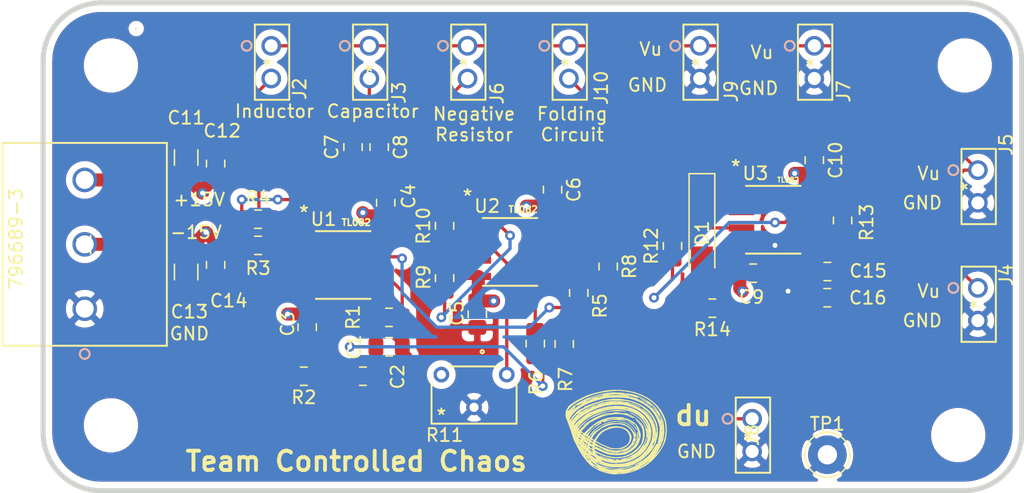
<source format=kicad_pcb>
(kicad_pcb (version 20171130) (host pcbnew "(5.1.4)-1")

  (general
    (thickness 1.6)
    (drawings 31)
    (tracks 197)
    (zones 0)
    (modules 50)
    (nets 23)
  )

  (page A4)
  (title_block
    (date 2019-10-27)
    (rev 04)
  )

  (layers
    (0 F.Cu signal)
    (1 In1.Cu signal)
    (2 In2.Cu power)
    (31 B.Cu signal)
    (37 F.SilkS user)
    (39 F.Mask user)
    (40 Dwgs.User user hide)
    (41 Cmts.User user hide)
    (42 Eco1.User user hide)
    (43 Eco2.User user)
    (44 Edge.Cuts user)
    (45 Margin user hide)
    (46 B.CrtYd user)
    (47 F.CrtYd user)
  )

  (setup
    (last_trace_width 0.254)
    (trace_clearance 0.254)
    (zone_clearance 0.508)
    (zone_45_only no)
    (trace_min 0.1778)
    (via_size 0.762)
    (via_drill 0.381)
    (via_min_size 0.762)
    (via_min_drill 0.381)
    (uvia_size 0.762)
    (uvia_drill 0.381)
    (uvias_allowed no)
    (uvia_min_size 0.762)
    (uvia_min_drill 0.381)
    (edge_width 0.05)
    (segment_width 0.2)
    (pcb_text_width 0.3)
    (pcb_text_size 1.5 1.5)
    (mod_edge_width 0.12)
    (mod_text_size 1 1)
    (mod_text_width 0.15)
    (pad_size 3.200001 3.200001)
    (pad_drill 3.200001)
    (pad_to_mask_clearance 0.0508)
    (aux_axis_origin 0 0)
    (visible_elements 7FFFFFFF)
    (pcbplotparams
      (layerselection 0x010fc_ffffffff)
      (usegerberextensions false)
      (usegerberattributes false)
      (usegerberadvancedattributes false)
      (creategerberjobfile false)
      (excludeedgelayer true)
      (linewidth 0.100000)
      (plotframeref false)
      (viasonmask false)
      (mode 1)
      (useauxorigin false)
      (hpglpennumber 1)
      (hpglpenspeed 20)
      (hpglpendiameter 15.000000)
      (psnegative false)
      (psa4output false)
      (plotreference true)
      (plotvalue true)
      (plotinvisibletext false)
      (padsonsilk false)
      (subtractmaskfromsilk false)
      (outputformat 1)
      (mirror false)
      (drillshape 1)
      (scaleselection 1)
      (outputdirectory ""))
  )

  (net 0 "")
  (net 1 "Net-(C1-Pad1)")
  (net 2 /v2)
  (net 3 GND)
  (net 4 +15V)
  (net 5 "Net-(C7-Pad2)")
  (net 6 -15V)
  (net 7 "Net-(C15-Pad2)")
  (net 8 "Net-(C15-Pad1)")
  (net 9 "Net-(D1-Pad1)")
  (net 10 "Net-(D1-Pad2)")
  (net 11 "Net-(J2-Pad2)")
  (net 12 /dU)
  (net 13 "Net-(J6-Pad2)")
  (net 14 "Net-(R1-Pad1)")
  (net 15 /v1)
  (net 16 "Net-(R10-Pad2)")
  (net 17 "Net-(R10-Pad1)")
  (net 18 "Net-(R11-Pad3)")
  (net 19 "Net-(R6-Pad1)")
  (net 20 "Net-(J10-Pad1)")
  (net 21 "Net-(R5-Pad1)")
  (net 22 "Net-(J10-Pad2)")

  (net_class Default "This is the default net class."
    (clearance 0.254)
    (trace_width 0.254)
    (via_dia 0.762)
    (via_drill 0.381)
    (uvia_dia 0.762)
    (uvia_drill 0.381)
    (add_net /dU)
    (add_net /v1)
    (add_net /v2)
    (add_net "Net-(C1-Pad1)")
    (add_net "Net-(C15-Pad1)")
    (add_net "Net-(C15-Pad2)")
    (add_net "Net-(C7-Pad2)")
    (add_net "Net-(D1-Pad1)")
    (add_net "Net-(D1-Pad2)")
    (add_net "Net-(J10-Pad1)")
    (add_net "Net-(J10-Pad2)")
    (add_net "Net-(J2-Pad2)")
    (add_net "Net-(J6-Pad2)")
    (add_net "Net-(R1-Pad1)")
    (add_net "Net-(R10-Pad1)")
    (add_net "Net-(R10-Pad2)")
    (add_net "Net-(R11-Pad3)")
    (add_net "Net-(R5-Pad1)")
    (add_net "Net-(R6-Pad1)")
  )

  (net_class +15V ""
    (clearance 0.254)
    (trace_width 1.016)
    (via_dia 0.762)
    (via_drill 0.381)
    (uvia_dia 0.762)
    (uvia_drill 0.381)
    (add_net +15V)
  )

  (net_class -15V ""
    (clearance 0.254)
    (trace_width 1.016)
    (via_dia 0.762)
    (via_drill 0.381)
    (uvia_dia 0.762)
    (uvia_drill 0.381)
    (add_net -15V)
  )

  (net_class GND ""
    (clearance 0.254)
    (trace_width 0.508)
    (via_dia 0.762)
    (via_drill 0.381)
    (uvia_dia 0.762)
    (uvia_drill 0.381)
    (add_net GND)
  )

  (module MountingHole:MountingHole_3.2mm_M3 (layer F.Cu) (tedit 56D1B4CB) (tstamp 5D8F9252)
    (at 180.848 104.902)
    (descr "Mounting Hole 3.2mm, no annular, M3")
    (tags "mounting hole 3.2mm no annular m3")
    (attr virtual)
    (fp_text reference REF** (at -3.683 -3.175) (layer F.SilkS) hide
      (effects (font (size 1 1) (thickness 0.15)))
    )
    (fp_text value MountingHole_3.2mm_M3 (at 0 4.2) (layer F.Fab)
      (effects (font (size 1 1) (thickness 0.15)))
    )
    (fp_circle (center 0 0) (end 3.45 0) (layer F.CrtYd) (width 0.05))
    (fp_circle (center 0 0) (end 3.2 0) (layer Cmts.User) (width 0.15))
    (fp_text user %R (at 0.3 0) (layer F.Fab)
      (effects (font (size 1 1) (thickness 0.15)))
    )
    (pad 1 np_thru_hole circle (at 0 0) (size 3.2 3.2) (drill 3.2) (layers *.Cu *.Mask))
  )

  (module MountingHole:MountingHole_3.2mm_M3 (layer F.Cu) (tedit 5DB286BE) (tstamp 5DB2D2B7)
    (at 114.554 132.842)
    (descr "Mounting Hole 3.2mm, no annular, M3")
    (tags "mounting hole 3.2mm no annular m3")
    (attr virtual)
    (fp_text reference REF** (at -1.7145 -3.683) (layer F.SilkS) hide
      (effects (font (size 1 1) (thickness 0.15)))
    )
    (fp_text value MountingHole_3.2mm_M3 (at 0 4.2) (layer F.Fab)
      (effects (font (size 1 1) (thickness 0.15)))
    )
    (fp_circle (center 0 0) (end 3.45 0) (layer F.CrtYd) (width 0.05))
    (fp_circle (center 0 0) (end 3.2 0) (layer Cmts.User) (width 0.15))
    (fp_text user %R (at 0.3 0) (layer F.Fab)
      (effects (font (size 1 1) (thickness 0.15)))
    )
    (pad "" np_thru_hole circle (at 0 0) (size 3.200001 3.200001) (drill 3.200001) (layers *.Cu *.Mask))
  )

  (module FootPrints:AttractorLogo (layer F.Cu) (tedit 0) (tstamp 5D8F2E06)
    (at 153.924 133.35)
    (fp_text reference G*** (at 0 0) (layer F.SilkS) hide
      (effects (font (size 1.524 1.524) (thickness 0.3)))
    )
    (fp_text value LOGO (at 1.016 -0.254) (layer F.SilkS) hide
      (effects (font (size 1.524 1.524) (thickness 0.3)))
    )
    (fp_poly (pts (xy 2.41813 -2.061333) (xy 2.478548 -2.007419) (xy 2.528572 -1.943146) (xy 2.520363 -1.929777)
      (xy 2.459988 -1.967436) (xy 2.411393 -2.006056) (xy 2.357639 -2.061255) (xy 2.356406 -2.087656)
      (xy 2.359538 -2.087992) (xy 2.41813 -2.061333)) (layer F.SilkS) (width 0.01))
    (fp_poly (pts (xy 1.351935 -0.512096) (xy 1.331452 -0.491613) (xy 1.310968 -0.512096) (xy 1.331452 -0.53258)
      (xy 1.351935 -0.512096)) (layer F.SilkS) (width 0.01))
    (fp_poly (pts (xy 0.778387 -0.795243) (xy 0.937635 -0.72376) (xy 1.110155 -0.602181) (xy 1.268849 -0.451714)
      (xy 1.354718 -0.344181) (xy 1.421399 -0.2386) (xy 1.458791 -0.161909) (xy 1.461325 -0.136701)
      (xy 1.430727 -0.15388) (xy 1.383856 -0.224074) (xy 1.376746 -0.237439) (xy 1.266489 -0.393505)
      (xy 1.104287 -0.552685) (xy 0.915597 -0.691204) (xy 0.850313 -0.729162) (xy 0.771186 -0.776457)
      (xy 0.752022 -0.798549) (xy 0.778387 -0.795243)) (layer F.SilkS) (width 0.01))
    (fp_poly (pts (xy -2.17129 -0.716935) (xy -2.191774 -0.696451) (xy -2.212258 -0.716935) (xy -2.191774 -0.737419)
      (xy -2.17129 -0.716935)) (layer F.SilkS) (width 0.01))
    (fp_poly (pts (xy 0.819355 -1.53629) (xy 0.798871 -1.515806) (xy 0.778387 -1.53629) (xy 0.798871 -1.556774)
      (xy 0.819355 -1.53629)) (layer F.SilkS) (width 0.01))
    (fp_poly (pts (xy -1.529462 1.775269) (xy -1.535086 1.799624) (xy -1.556774 1.802581) (xy -1.590495 1.787591)
      (xy -1.584086 1.775269) (xy -1.535467 1.770366) (xy -1.529462 1.775269)) (layer F.SilkS) (width 0.01))
    (fp_poly (pts (xy 0.220894 -3.253872) (xy 0.784979 -3.189348) (xy 1.317999 -3.066622) (xy 1.814409 -2.888957)
      (xy 2.268664 -2.659614) (xy 2.67522 -2.381853) (xy 3.028529 -2.058937) (xy 3.323049 -1.694126)
      (xy 3.553232 -1.290682) (xy 3.712199 -0.856775) (xy 3.755636 -0.624051) (xy 3.777882 -0.339852)
      (xy 3.778928 -0.031852) (xy 3.758765 0.272273) (xy 3.717383 0.544848) (xy 3.712674 0.566635)
      (xy 3.616354 0.864887) (xy 3.459068 1.188306) (xy 3.251077 1.521563) (xy 3.002642 1.849326)
      (xy 2.724023 2.156265) (xy 2.521772 2.345952) (xy 2.193026 2.593948) (xy 1.811986 2.816188)
      (xy 1.400313 3.00352) (xy 0.979671 3.14679) (xy 0.57172 3.236845) (xy 0.357233 3.260596)
      (xy 0.176843 3.272231) (xy -0.000303 3.283564) (xy -0.122903 3.291327) (xy -0.268541 3.295599)
      (xy -0.402286 3.291897) (xy -0.430161 3.289479) (xy -0.843115 3.212807) (xy -0.113587 3.212807)
      (xy -0.107334 3.222714) (xy -0.020428 3.229611) (xy 0.05121 3.2317) (xy 0.17773 3.229241)
      (xy 0.263236 3.217988) (xy 0.286774 3.204644) (xy 0.250477 3.188074) (xy 0.159141 3.183883)
      (xy 0.112661 3.186327) (xy -0.039988 3.200481) (xy -0.113587 3.212807) (xy -0.843115 3.212807)
      (xy -0.940774 3.194675) (xy -0.966107 3.18569) (xy -0.719651 3.18569) (xy -0.679382 3.19225)
      (xy -0.626246 3.184718) (xy -0.626039 3.180135) (xy 0.403992 3.180135) (xy 0.458407 3.187227)
      (xy 0.471129 3.187498) (xy 0.541095 3.183069) (xy 0.547255 3.170245) (xy 0.543602 3.168612)
      (xy 0.462274 3.160508) (xy 0.420699 3.167094) (xy 0.403992 3.180135) (xy -0.626039 3.180135)
      (xy -0.625612 3.170733) (xy -0.680442 3.160953) (xy -0.704133 3.167499) (xy -0.719651 3.18569)
      (xy -0.966107 3.18569) (xy -1.239167 3.088845) (xy -1.00604 3.088845) (xy -0.962742 3.113549)
      (xy -0.867171 3.14283) (xy -0.819355 3.148758) (xy -0.805411 3.142337) (xy 0.640095 3.142337)
      (xy 0.696452 3.148048) (xy 0.754611 3.14161) (xy 0.747661 3.127384) (xy 0.663786 3.121973)
      (xy 0.645242 3.127384) (xy 0.640095 3.142337) (xy -0.805411 3.142337) (xy -0.796541 3.138253)
      (xy -0.839839 3.113549) (xy -0.881091 3.10091) (xy 0.842155 3.10091) (xy 0.867133 3.100764)
      (xy 0.903681 3.0945) (xy 1.012213 3.065312) (xy 1.141401 3.019263) (xy 1.159729 3.01177)
      (xy 1.271093 2.960264) (xy 1.308026 2.933071) (xy 1.275163 2.932998) (xy 1.177137 2.962855)
      (xy 1.116371 2.98549) (xy 0.958839 3.04734) (xy 0.870079 3.084458) (xy 0.842155 3.10091)
      (xy -0.881091 3.10091) (xy -0.93541 3.084268) (xy -0.983226 3.07834) (xy -1.00604 3.088845)
      (xy -1.239167 3.088845) (xy -1.362032 3.045269) (xy -1.133441 3.045269) (xy -1.127817 3.069624)
      (xy -1.106129 3.072581) (xy -1.072408 3.057591) (xy -1.078817 3.045269) (xy -1.127436 3.040366)
      (xy -1.133441 3.045269) (xy -1.362032 3.045269) (xy -1.421641 3.024128) (xy -1.458069 3.004301)
      (xy -1.256344 3.004301) (xy -1.250721 3.028657) (xy -1.229032 3.031613) (xy -1.195311 3.016624)
      (xy -1.201721 3.004301) (xy -1.25034 2.999398) (xy -1.256344 3.004301) (xy -1.458069 3.004301)
      (xy -1.520795 2.970162) (xy -1.351936 2.970162) (xy -1.331452 2.990645) (xy -1.310968 2.970162)
      (xy -1.331452 2.949678) (xy -1.351936 2.970162) (xy -1.520795 2.970162) (xy -1.877286 2.776137)
      (xy -1.982726 2.705369) (xy -2.107886 2.600875) (xy -1.957835 2.600875) (xy -1.954571 2.607869)
      (xy -1.900424 2.665236) (xy -1.809671 2.734553) (xy -1.702079 2.804104) (xy -1.597413 2.86217)
      (xy -1.515438 2.897034) (xy -1.475918 2.896979) (xy -1.474839 2.892273) (xy -1.506463 2.863129)
      (xy -1.585055 2.811118) (xy -1.593265 2.806177) (xy -1.04666 2.806177) (xy -1.044632 2.819453)
      (xy -0.967231 2.847458) (xy -0.895184 2.867256) (xy -0.777752 2.898417) (xy -0.693095 2.922573)
      (xy -0.675968 2.928166) (xy -0.619302 2.934428) (xy -0.501087 2.938799) (xy -0.341696 2.940694)
      (xy -0.245807 2.940484) (xy 0.143387 2.93776) (xy -0.245807 2.905768) (xy -0.445051 2.88678)
      (xy -0.63982 2.863812) (xy -0.797495 2.84085) (xy -0.839807 2.833173) (xy -0.977117 2.80997)
      (xy -1.04666 2.806177) (xy -1.593265 2.806177) (xy -1.611521 2.795191) (xy -1.732132 2.722031)
      (xy -1.256844 2.722031) (xy -1.229032 2.744839) (xy -1.154347 2.779505) (xy -1.126613 2.784552)
      (xy -1.119285 2.767647) (xy -1.147097 2.744839) (xy -1.221782 2.710173) (xy -1.249516 2.705126)
      (xy -1.256844 2.722031) (xy -1.732132 2.722031) (xy -1.739309 2.717678) (xy -1.861207 2.640633)
      (xy -1.865985 2.637515) (xy -1.935128 2.599036) (xy -1.957835 2.600875) (xy -2.107886 2.600875)
      (xy -2.222069 2.505547) (xy -2.469447 2.23753) (xy -2.472286 2.233791) (xy -2.150807 2.233791)
      (xy -2.067067 2.349095) (xy -1.98279 2.435605) (xy -1.859111 2.530389) (xy -1.780293 2.579737)
      (xy -1.643607 2.655747) (xy -1.57337 2.689785) (xy -1.56602 2.682448) (xy -1.617994 2.634332)
      (xy -1.659194 2.600024) (xy -1.766608 2.515417) (xy -1.900499 2.414584) (xy -1.966452 2.366457)
      (xy -2.062097 2.297628) (xy -1.618226 2.297628) (xy -1.612903 2.314334) (xy -1.550738 2.356273)
      (xy -1.515807 2.376129) (xy -1.414468 2.426379) (xy -1.341696 2.453233) (xy -1.331452 2.45463)
      (xy -1.336775 2.437924) (xy -1.398939 2.395985) (xy -1.433871 2.376129) (xy -1.535209 2.32588)
      (xy -1.607981 2.299026) (xy -1.618226 2.297628) (xy -2.062097 2.297628) (xy -2.150807 2.233791)
      (xy -2.472286 2.233791) (xy -2.654252 1.994197) (xy -2.480321 1.994197) (xy -2.477949 2.00742)
      (xy -2.423197 2.090189) (xy -2.353922 2.169246) (xy -2.291441 2.222839) (xy -2.258579 2.231268)
      (xy -2.272219 2.193046) (xy -2.331403 2.120623) (xy -2.373483 2.0778) (xy -2.429935 2.027593)
      (xy -2.294194 2.027593) (xy -2.267735 2.06395) (xy -2.207686 2.125375) (xy -2.143035 2.184049)
      (xy -2.102772 2.212152) (xy -2.101767 2.212258) (xy -2.107514 2.191775) (xy -1.843548 2.191775)
      (xy -1.823065 2.212258) (xy -1.802581 2.191775) (xy -1.823065 2.171291) (xy -1.843548 2.191775)
      (xy -2.107514 2.191775) (xy -2.10997 2.183024) (xy -2.128195 2.150807) (xy -1.925484 2.150807)
      (xy -1.905 2.171291) (xy -1.884516 2.150807) (xy -1.905 2.130323) (xy -1.925484 2.150807)
      (xy -2.128195 2.150807) (xy -2.139336 2.131114) (xy -2.191657 2.069491) (xy -2.250459 2.025642)
      (xy -2.289755 2.016939) (xy -2.294194 2.027593) (xy -2.429935 2.027593) (xy -2.44568 2.01359)
      (xy -2.480321 1.994197) (xy -2.654252 1.994197) (xy -2.715735 1.913243) (xy -2.746735 1.864836)
      (xy -2.530333 1.864836) (xy -2.488993 1.912131) (xy -2.450631 1.925484) (xy -2.434117 1.902077)
      (xy -2.458886 1.863043) (xy -2.508982 1.820096) (xy -2.529456 1.819349) (xy -2.530333 1.864836)
      (xy -2.746735 1.864836) (xy -2.786404 1.802892) (xy -2.373446 1.802892) (xy -2.363272 1.824107)
      (xy -2.340387 1.853791) (xy -2.28059 1.917482) (xy -2.253898 1.917205) (xy -2.253226 1.910017)
      (xy -2.281222 1.875819) (xy -2.324919 1.838323) (xy -2.373446 1.802892) (xy -2.786404 1.802892)
      (xy -2.81628 1.756239) (xy -2.15145 1.756239) (xy -2.149744 1.770093) (xy -2.110144 1.811319)
      (xy -2.024296 1.878968) (xy -1.915641 1.956717) (xy -1.80762 2.028242) (xy -1.723675 2.077218)
      (xy -1.691282 2.089355) (xy -1.694792 2.058782) (xy -1.702238 2.037264) (xy -1.752137 1.973508)
      (xy -1.79313 1.94271) (xy -1.872481 1.894932) (xy -1.983389 1.827872) (xy -2.017657 1.807108)
      (xy -2.112858 1.757242) (xy -2.15145 1.756239) (xy -2.81628 1.756239) (xy -2.852193 1.700162)
      (xy -2.703871 1.700162) (xy -2.683387 1.720645) (xy -2.662903 1.700162) (xy -2.683387 1.679678)
      (xy -2.703871 1.700162) (xy -2.852193 1.700162) (xy -2.951812 1.544608) (xy -2.955149 1.538477)
      (xy -2.456586 1.538477) (xy -2.440189 1.588943) (xy -2.386371 1.635429) (xy -2.316557 1.672443)
      (xy -2.305449 1.658299) (xy -2.335161 1.597742) (xy -2.385273 1.532921) (xy -2.418538 1.515807)
      (xy -2.456586 1.538477) (xy -2.955149 1.538477) (xy -3.069221 1.328946) (xy -2.696197 1.328946)
      (xy -2.646312 1.386942) (xy -2.577844 1.457836) (xy -2.54654 1.46895) (xy -2.54 1.435313)
      (xy -2.572276 1.388394) (xy -2.632177 1.347416) (xy -2.694649 1.316568) (xy -2.696197 1.328946)
      (xy -3.069221 1.328946) (xy -3.08299 1.303655) (xy -2.253226 1.303655) (xy -2.223174 1.353263)
      (xy -2.161048 1.407538) (xy -2.102958 1.451715) (xy -2.111068 1.45904) (xy -2.150807 1.448015)
      (xy -2.175798 1.451662) (xy -2.136714 1.494437) (xy -2.091638 1.530803) (xy -1.99464 1.60032)
      (xy -1.93691 1.633412) (xy -1.92726 1.627725) (xy -1.974503 1.580906) (xy -2.007419 1.553296)
      (xy -2.109839 1.469703) (xy -2.007741 1.498664) (xy -1.939749 1.512635) (xy -1.937261 1.491527)
      (xy -1.953381 1.470506) (xy -2.017833 1.411774) (xy -2.103678 1.35388) (xy -2.1867 1.3103)
      (xy -2.242684 1.294509) (xy -2.253226 1.303655) (xy -3.08299 1.303655) (xy -3.112465 1.249516)
      (xy -2.785807 1.249516) (xy -2.765323 1.27) (xy -2.744839 1.249516) (xy -2.765323 1.229033)
      (xy -2.785807 1.249516) (xy -3.112465 1.249516) (xy -3.151547 1.17773) (xy -3.17454 1.132076)
      (xy -2.458065 1.132076) (xy -2.437866 1.192146) (xy -2.39739 1.215544) (xy -2.382274 1.207866)
      (xy -2.387928 1.165777) (xy -2.401209 1.148878) (xy -2.220111 1.148878) (xy -2.148337 1.223656)
      (xy -2.148203 1.223761) (xy -2.042696 1.294935) (xy -1.983869 1.303594) (xy -1.966452 1.254228)
      (xy -1.997067 1.190946) (xy -2.068732 1.130395) (xy -2.151177 1.091374) (xy -2.214131 1.09268)
      (xy -2.219559 1.097044) (xy -2.220111 1.148878) (xy -2.401209 1.148878) (xy -2.409586 1.138221)
      (xy -2.450832 1.115125) (xy -2.458065 1.132076) (xy -3.17454 1.132076) (xy -3.23884 1.004405)
      (xy -3.301676 0.880807) (xy -3.125364 0.880807) (xy -3.053293 0.993468) (xy -2.993258 1.068408)
      (xy -2.938616 1.108949) (xy -2.909641 1.101162) (xy -2.90871 1.092787) (xy -2.93569 1.059263)
      (xy -2.990151 1.005699) (xy -2.645869 1.005699) (xy -2.642129 1.024663) (xy -2.598312 1.058624)
      (xy -2.551354 1.064323) (xy -2.54 1.049061) (xy -2.572135 1.02275) (xy -2.603579 1.008562)
      (xy -2.645869 1.005699) (xy -2.990151 1.005699) (xy -3.002106 0.993942) (xy -3.017037 0.980125)
      (xy -3.105659 0.898873) (xy -2.785807 0.898873) (xy -2.756068 0.940591) (xy -2.744839 0.942258)
      (xy -2.704936 0.928281) (xy -2.703871 0.924192) (xy -2.732579 0.889215) (xy -2.744839 0.880807)
      (xy -2.78259 0.884055) (xy -2.785807 0.898873) (xy -3.105659 0.898873) (xy -3.125364 0.880807)
      (xy -3.301676 0.880807) (xy -3.315152 0.8543) (xy -3.318517 0.847771) (xy -2.617265 0.847771)
      (xy -2.586816 0.912849) (xy -2.541286 0.942258) (xy -2.526736 0.929591) (xy -2.453293 0.929591)
      (xy -2.451304 0.987223) (xy -2.412569 1.033287) (xy -2.406855 1.035655) (xy -2.345153 1.041286)
      (xy -2.340726 0.989842) (xy -2.349298 0.964509) (xy -2.350675 0.962742) (xy -2.17129 0.962742)
      (xy -2.150807 0.983226) (xy -2.130323 0.962742) (xy -2.150807 0.942258) (xy -2.17129 0.962742)
      (xy -2.350675 0.962742) (xy -2.392478 0.909135) (xy -2.415811 0.901291) (xy -2.453293 0.929591)
      (xy -2.526736 0.929591) (xy -2.503396 0.909273) (xy -2.499032 0.883225) (xy -2.506516 0.862935)
      (xy -2.159497 0.862935) (xy -2.109839 0.91577) (xy -2.026572 0.971967) (xy -1.979367 0.969962)
      (xy -1.95214 0.923086) (xy -1.955944 0.855077) (xy -1.974571 0.834821) (xy -2.000375 0.831443)
      (xy -1.987563 0.859308) (xy -1.980658 0.896633) (xy -2.011959 0.89295) (xy -2.063498 0.850158)
      (xy -2.068871 0.829597) (xy -2.095854 0.76225) (xy -2.106165 0.751076) (xy -2.125272 0.744652)
      (xy -2.116152 0.764646) (xy -2.120932 0.818774) (xy -2.140309 0.831639) (xy -2.159497 0.862935)
      (xy -2.506516 0.862935) (xy -2.522928 0.818444) (xy -2.573176 0.783448) (xy -2.609238 0.793002)
      (xy -2.617265 0.847771) (xy -3.318517 0.847771) (xy -3.371556 0.744884) (xy -3.397449 0.696452)
      (xy -3.424601 0.632531) (xy -3.438564 0.594033) (xy -3.093065 0.594033) (xy -3.015022 0.68621)
      (xy -2.942384 0.76362) (xy -2.910748 0.774795) (xy -2.90871 0.764253) (xy -2.930867 0.73742)
      (xy -2.744839 0.73742) (xy -2.713663 0.777197) (xy -2.703871 0.778387) (xy -2.694418 0.770978)
      (xy -2.354739 0.770978) (xy -2.340321 0.839793) (xy -2.327347 0.859336) (xy -2.31226 0.860323)
      (xy -2.307146 0.834004) (xy -2.314677 0.819355) (xy -2.315356 0.781435) (xy -2.303439 0.778387)
      (xy -2.270406 0.745422) (xy -2.266882 0.720842) (xy -2.293905 0.680332) (xy -2.317465 0.682706)
      (xy -2.354428 0.733229) (xy -2.354739 0.770978) (xy -2.694418 0.770978) (xy -2.664094 0.747212)
      (xy -2.662903 0.73742) (xy -2.694079 0.697642) (xy -2.703871 0.696452) (xy -2.743648 0.727627)
      (xy -2.744839 0.73742) (xy -2.930867 0.73742) (xy -2.936337 0.730796) (xy -3.000887 0.672076)
      (xy -3.093065 0.594033) (xy -3.438564 0.594033) (xy -3.468812 0.51064) (xy -3.480154 0.477175)
      (xy -3.041655 0.477175) (xy -2.994779 0.548245) (xy -2.984296 0.559823) (xy -2.910969 0.616355)
      (xy -2.873691 0.609651) (xy -2.876252 0.596022) (xy -2.522966 0.596022) (xy -2.519226 0.614986)
      (xy -2.475408 0.648946) (xy -2.428451 0.654646) (xy -2.417097 0.639383) (xy -2.429098 0.629557)
      (xy -2.077084 0.629557) (xy -2.074042 0.674593) (xy -2.030251 0.720285) (xy -1.94283 0.770321)
      (xy -1.894764 0.769472) (xy -1.893783 0.730105) (xy -1.921293 0.692678) (xy -1.724995 0.692678)
      (xy -1.548707 0.80428) (xy -1.370379 0.904272) (xy -1.143332 1.013285) (xy -0.897731 1.118189)
      (xy -0.663743 1.205857) (xy -0.527568 1.248672) (xy -0.246436 1.291102) (xy 0.055207 1.275066)
      (xy 0.343419 1.203324) (xy 0.421757 1.171546) (xy 0.653133 1.039769) (xy 0.808914 0.882853)
      (xy 0.893428 0.693709) (xy 0.911002 0.465247) (xy 0.903219 0.382864) (xy 0.835868 0.147838)
      (xy 0.705093 -0.044216) (xy 0.519088 -0.190133) (xy 0.286044 -0.286748) (xy 0.014153 -0.330897)
      (xy -0.288393 -0.319416) (xy -0.613401 -0.249139) (xy -0.67884 -0.228267) (xy -0.976467 -0.107061)
      (xy -1.216849 0.043854) (xy -1.420544 0.241055) (xy -1.608108 0.501119) (xy -1.632699 0.540936)
      (xy -1.724995 0.692678) (xy -1.921293 0.692678) (xy -1.940557 0.66647) (xy -2.011717 0.62503)
      (xy -2.071756 0.625261) (xy -2.077084 0.629557) (xy -2.429098 0.629557) (xy -2.449232 0.613072)
      (xy -2.480676 0.598885) (xy -2.522966 0.596022) (xy -2.876252 0.596022) (xy -2.884026 0.554667)
      (xy -2.919614 0.505269) (xy -2.649247 0.505269) (xy -2.643624 0.529624) (xy -2.621936 0.532581)
      (xy -2.588214 0.517591) (xy -2.594624 0.505269) (xy -2.613593 0.503356) (xy -2.492428 0.503356)
      (xy -2.482461 0.526251) (xy -2.44121 0.570232) (xy -2.417496 0.56121) (xy -2.417097 0.555483)
      (xy -2.422604 0.548924) (xy -2.278572 0.548924) (xy -2.247358 0.577357) (xy -2.192169 0.58164)
      (xy -2.167856 0.541541) (xy -2.178135 0.519611) (xy -1.997214 0.519611) (xy -1.962747 0.576705)
      (xy -1.886836 0.609085) (xy -1.824529 0.588023) (xy -1.758984 0.503961) (xy -1.722504 0.440404)
      (xy -1.558529 0.201643) (xy -1.353984 -0.001934) (xy -1.147097 -0.139199) (xy -1.02125 -0.203493)
      (xy -0.914268 -0.259482) (xy -0.880807 -0.277581) (xy -0.64638 -0.372727) (xy -0.372661 -0.429133)
      (xy -0.095854 -0.439898) (xy -0.04751 -0.436366) (xy 0.277949 -0.384285) (xy 0.539295 -0.291622)
      (xy 0.746329 -0.153149) (xy 0.908851 0.036361) (xy 0.94358 0.092163) (xy 1.016475 0.229043)
      (xy 1.049826 0.337134) (xy 1.052916 0.453446) (xy 1.048 0.508322) (xy 0.985904 0.743435)
      (xy 0.850665 0.952969) (xy 0.638889 1.141862) (xy 0.588055 1.176931) (xy 0.479068 1.246652)
      (xy 0.389277 1.291949) (xy 0.294938 1.318999) (xy 0.172308 1.333979) (xy -0.002357 1.343064)
      (xy -0.05886 1.34521) (xy -0.30595 1.348307) (xy -0.491476 1.335548) (xy -0.634543 1.305424)
      (xy -0.6577 1.297889) (xy -0.849142 1.224718) (xy -1.068477 1.129831) (xy -1.286553 1.026775)
      (xy -1.47422 0.929098) (xy -1.561143 0.878049) (xy -1.673363 0.809776) (xy -1.733553 0.783985)
      (xy -1.757637 0.797376) (xy -1.761613 0.836498) (xy -1.732963 0.893205) (xy -1.643592 0.963943)
      (xy -1.488366 1.05185) (xy -1.262152 1.160067) (xy -1.153147 1.208644) (xy -0.751779 1.360946)
      (xy -0.394576 1.445875) (xy -0.079565 1.463768) (xy 0.143387 1.430044) (xy 0.276273 1.396639)
      (xy 0.393256 1.369349) (xy 0.409677 1.365834) (xy 0.607455 1.294757) (xy 0.646707 1.27)
      (xy 0.864733 1.27) (xy 0.902647 1.243157) (xy 0.976284 1.174808) (xy 1.024193 1.126613)
      (xy 1.100108 1.044449) (xy 1.140883 0.992573) (xy 1.142686 0.983226) (xy 1.104772 1.010069)
      (xy 1.031135 1.078419) (xy 0.983226 1.126613) (xy 0.907311 1.208777) (xy 0.866536 1.260653)
      (xy 0.864733 1.27) (xy 0.646707 1.27) (xy 0.798386 1.174335) (xy 0.962768 1.021953)
      (xy 1.080902 0.854994) (xy 1.095285 0.816772) (xy 1.194281 0.816772) (xy 1.204983 0.849415)
      (xy 1.229032 0.839839) (xy 1.260805 0.782911) (xy 1.26712 0.72476) (xy 1.262336 0.661991)
      (xy 1.246046 0.678509) (xy 1.229032 0.716936) (xy 1.194281 0.816772) (xy 1.095285 0.816772)
      (xy 1.126806 0.733015) (xy 1.158805 0.622946) (xy 1.195871 0.545367) (xy 1.197996 0.542601)
      (xy 1.220556 0.460887) (xy 1.311595 0.460887) (xy 1.317397 0.543488) (xy 1.336563 0.552411)
      (xy 1.351935 0.532581) (xy 1.387807 0.437871) (xy 1.392276 0.399436) (xy 1.373505 0.338661)
      (xy 1.351935 0.327742) (xy 1.324223 0.363551) (xy 1.311665 0.450773) (xy 1.311595 0.460887)
      (xy 1.220556 0.460887) (xy 1.220589 0.460771) (xy 1.212046 0.330483) (xy 1.17661 0.177187)
      (xy 1.118522 0.026328) (xy 1.108634 0.006483) (xy 0.946541 -0.222718) (xy 0.728783 -0.400343)
      (xy 0.464587 -0.524841) (xy 0.163178 -0.594662) (xy -0.166216 -0.608253) (xy -0.514368 -0.564065)
      (xy -0.872053 -0.460546) (xy -1.097628 -0.364411) (xy -1.289682 -0.257268) (xy -1.475556 -0.127425)
      (xy -1.646249 0.015328) (xy -1.792762 0.161198) (xy -1.906093 0.300395) (xy -1.977244 0.42313)
      (xy -1.997214 0.519611) (xy -2.178135 0.519611) (xy -2.184781 0.505434) (xy -2.233698 0.503048)
      (xy -2.254874 0.513116) (xy -2.278572 0.548924) (xy -2.422604 0.548924) (xy -2.446195 0.520831)
      (xy -2.464394 0.508185) (xy -2.492428 0.503356) (xy -2.613593 0.503356) (xy -2.643243 0.500366)
      (xy -2.649247 0.505269) (xy -2.919614 0.505269) (xy -2.930465 0.490209) (xy -2.996582 0.439535)
      (xy -3.040169 0.43545) (xy -3.041655 0.477175) (xy -3.480154 0.477175) (xy -3.496088 0.430162)
      (xy -3.277419 0.430162) (xy -3.256936 0.450645) (xy -3.236452 0.430162) (xy -2.621936 0.430162)
      (xy -2.601452 0.450645) (xy -2.580968 0.430162) (xy -2.601452 0.409678) (xy -2.621936 0.430162)
      (xy -3.236452 0.430162) (xy -3.256936 0.409678) (xy -3.277419 0.430162) (xy -3.496088 0.430162)
      (xy -3.509973 0.389194) (xy -3.154516 0.389194) (xy -3.134032 0.409678) (xy -3.113548 0.389194)
      (xy -3.134032 0.36871) (xy -3.154516 0.389194) (xy -3.509973 0.389194) (xy -3.522895 0.351072)
      (xy -3.544545 0.284357) (xy -3.236452 0.284357) (xy -3.206713 0.326075) (xy -3.195484 0.327742)
      (xy -3.155581 0.313765) (xy -3.154516 0.309676) (xy -3.183224 0.274699) (xy -3.190418 0.269765)
      (xy -2.970789 0.269765) (xy -2.921636 0.322976) (xy -2.914413 0.329105) (xy -2.829912 0.392679)
      (xy -2.794499 0.405162) (xy -2.814244 0.366679) (xy -2.847258 0.327742) (xy -2.580968 0.327742)
      (xy -2.548112 0.364816) (xy -2.523899 0.36871) (xy -2.460655 0.401756) (xy -2.44325 0.430162)
      (xy -2.402279 0.480431) (xy -2.354827 0.489298) (xy -2.335161 0.455357) (xy -2.365552 0.412565)
      (xy -2.365703 0.412438) (xy -2.190068 0.412438) (xy -2.160884 0.444719) (xy -2.129662 0.42925)
      (xy -2.083497 0.355166) (xy -2.052972 0.297016) (xy -1.984309 0.183136) (xy -1.894918 0.07743)
      (xy -1.771573 -0.031953) (xy -1.601049 -0.156868) (xy -1.392903 -0.294555) (xy -1.15622 -0.441247)
      (xy -0.961051 -0.545148) (xy -0.783954 -0.613415) (xy -0.60149 -0.653202) (xy -0.390219 -0.671664)
      (xy -0.143387 -0.675967) (xy 0.071989 -0.674461) (xy 0.227352 -0.667662) (xy 0.344602 -0.65215)
      (xy 0.445638 -0.624504) (xy 0.552361 -0.581304) (xy 0.599199 -0.559989) (xy 0.864152 -0.403152)
      (xy 1.082361 -0.194295) (xy 1.268421 0.080565) (xy 1.269187 0.081936) (xy 1.334716 0.193764)
      (xy 1.367965 0.235214) (xy 1.372223 0.209723) (xy 1.367187 0.184355) (xy 1.33368 0.087384)
      (xy 1.294418 0.031353) (xy 1.27274 0.004078) (xy 1.282863 0.000628) (xy 1.297339 -0.02685)
      (xy 1.266505 -0.097022) (xy 1.202147 -0.193816) (xy 1.116048 -0.301158) (xy 1.019993 -0.402973)
      (xy 0.930846 -0.479506) (xy 0.638331 -0.644558) (xy 0.305463 -0.744434) (xy -0.058327 -0.779033)
      (xy -0.443605 -0.748254) (xy -0.840939 -0.651996) (xy -1.215334 -0.502514) (xy -1.370538 -0.420912)
      (xy -1.516679 -0.331778) (xy -1.604528 -0.268196) (xy -1.713887 -0.168903) (xy -1.835124 -0.045827)
      (xy -1.955673 0.086428) (xy -2.062973 0.21326) (xy -2.144461 0.320064) (xy -2.187573 0.392238)
      (xy -2.190068 0.412438) (xy -2.365703 0.412438) (xy -2.435224 0.354099) (xy -2.511926 0.304245)
      (xy -2.559043 0.286775) (xy -2.58039 0.31841) (xy -2.580968 0.327742) (xy -2.847258 0.327742)
      (xy -2.915467 0.268995) (xy -2.318102 0.268995) (xy -2.316341 0.316982) (xy -2.291835 0.35573)
      (xy -2.256901 0.338726) (xy -2.200246 0.266291) (xy -1.9037 -0.079208) (xy -1.555269 -0.361881)
      (xy -1.322594 -0.500198) (xy -0.977014 -0.660097) (xy -0.654131 -0.761383) (xy -0.327495 -0.811005)
      (xy -0.109353 -0.818868) (xy 0.241682 -0.798501) (xy 0.536391 -0.734466) (xy 0.791249 -0.620687)
      (xy 1.022735 -0.451088) (xy 1.109266 -0.369474) (xy 1.285988 -0.138987) (xy 1.396894 0.125825)
      (xy 1.433871 0.39619) (xy 1.396911 0.623585) (xy 1.294435 0.858135) (xy 1.139051 1.082296)
      (xy 0.943367 1.278518) (xy 0.719988 1.429255) (xy 0.675968 1.451067) (xy 0.46779 1.525329)
      (xy 0.21801 1.580209) (xy -0.041058 1.611171) (xy -0.277099 1.613679) (xy -0.389194 1.600593)
      (xy -0.643511 1.54698) (xy -0.391909 1.54698) (xy -0.35164 1.55354) (xy -0.310053 1.547645)
      (xy 0.089487 1.547645) (xy 0.106548 1.554009) (xy 0.205942 1.542517) (xy 0.32372 1.51107)
      (xy 0.418647 1.473736) (xy 0.43972 1.455662) (xy 0.39294 1.457756) (xy 0.284307 1.480926)
      (xy 0.225323 1.49618) (xy 0.128058 1.526497) (xy 0.089487 1.547645) (xy -0.310053 1.547645)
      (xy -0.298504 1.546008) (xy -0.29787 1.532023) (xy -0.352701 1.522243) (xy -0.376391 1.528789)
      (xy -0.391909 1.54698) (xy -0.643511 1.54698) (xy -0.643877 1.546903) (xy -0.805364 1.503628)
      (xy -0.629905 1.503628) (xy -0.573548 1.509338) (xy -0.515389 1.5029) (xy -0.522339 1.488675)
      (xy -0.606214 1.483264) (xy -0.624758 1.488675) (xy -0.629905 1.503628) (xy -0.805364 1.503628)
      (xy -0.862619 1.488285) (xy -0.960638 1.454355) (xy -0.737419 1.454355) (xy -0.716936 1.474839)
      (xy -0.696452 1.454355) (xy -0.716936 1.433871) (xy -0.737419 1.454355) (xy -0.960638 1.454355)
      (xy -1.035411 1.428472) (xy -1.152243 1.3712) (xy -1.157836 1.365592) (xy -1.010538 1.365592)
      (xy -1.004914 1.389947) (xy -0.983226 1.392904) (xy -0.949505 1.377914) (xy -0.955914 1.365592)
      (xy -1.004533 1.360689) (xy -1.010538 1.365592) (xy -1.157836 1.365592) (xy -1.198696 1.324624)
      (xy -1.133441 1.324624) (xy -1.127817 1.348979) (xy -1.106129 1.351936) (xy -1.072408 1.336946)
      (xy -1.078817 1.324624) (xy -1.127436 1.319721) (xy -1.133441 1.324624) (xy -1.198696 1.324624)
      (xy -1.203105 1.320204) (xy -1.200464 1.297887) (xy -1.202134 1.276595) (xy -1.219265 1.284447)
      (xy -1.275163 1.290579) (xy -1.355509 1.274382) (xy -1.429588 1.245962) (xy -1.466685 1.215422)
      (xy -1.463545 1.204083) (xy -1.414274 1.202867) (xy -1.345202 1.227973) (xy -1.2803 1.258058)
      (xy -1.284893 1.24698) (xy -1.330276 1.209905) (xy -1.41185 1.167936) (xy -1.465791 1.166301)
      (xy -1.53347 1.161773) (xy -1.638529 1.12546) (xy -1.682047 1.10492) (xy -1.778116 1.064164)
      (xy -1.835948 1.05556) (xy -1.843548 1.064329) (xy -1.81116 1.103585) (xy -1.792339 1.106757)
      (xy -1.764957 1.116966) (xy -1.795774 1.142023) (xy -1.825931 1.175588) (xy -1.783404 1.202378)
      (xy -1.738293 1.20704) (xy -1.741419 1.187596) (xy -1.753377 1.154573) (xy -1.722563 1.155622)
      (xy -1.639862 1.193815) (xy -1.504944 1.267294) (xy -1.082445 1.469956) (xy -0.665188 1.603379)
      (xy -0.261104 1.666068) (xy 0.014791 1.659194) (xy 0.450645 1.659194) (xy 0.471129 1.679678)
      (xy 0.491613 1.659194) (xy 0.471129 1.63871) (xy 0.450645 1.659194) (xy 0.014791 1.659194)
      (xy 0.121875 1.656526) (xy 0.339387 1.615208) (xy 0.580644 1.536291) (xy 0.737419 1.536291)
      (xy 0.757903 1.556775) (xy 0.778387 1.536291) (xy 0.757903 1.515807) (xy 0.737419 1.536291)
      (xy 0.580644 1.536291) (xy 0.671822 1.506466) (xy 0.937728 1.366108) (xy 1.074266 1.249516)
      (xy 1.188064 1.249516) (xy 1.208548 1.27) (xy 1.229032 1.249516) (xy 1.208548 1.229033)
      (xy 1.188064 1.249516) (xy 1.074266 1.249516) (xy 1.14922 1.185512) (xy 1.192649 1.126613)
      (xy 1.27 1.126613) (xy 1.290484 1.147097) (xy 1.310968 1.126613) (xy 1.290484 1.106129)
      (xy 1.27 1.126613) (xy 1.192649 1.126613) (xy 1.302147 0.978111) (xy 1.403548 0.978111)
      (xy 1.433559 0.958476) (xy 1.438954 0.953183) (xy 1.471314 0.89947) (xy 1.466927 0.879723)
      (xy 1.436452 0.892017) (xy 1.416021 0.93025) (xy 1.403548 0.978111) (xy 1.302147 0.978111)
      (xy 1.31841 0.956055) (xy 1.353854 0.893154) (xy 1.422942 0.75669) (xy 1.464474 0.644455)
      (xy 1.485479 0.525651) (xy 1.492986 0.369482) (xy 1.493829 0.279885) (xy 1.497917 0.102365)
      (xy 1.508565 0.004184) (xy 1.526101 -0.017019) (xy 1.53373 -0.007043) (xy 1.554245 0.068896)
      (xy 1.56818 0.196094) (xy 1.572137 0.315017) (xy 1.577675 0.449021) (xy 1.592564 0.529823)
      (xy 1.610511 0.545173) (xy 1.632881 0.488307) (xy 1.633218 0.37393) (xy 1.614759 0.222473)
      (xy 1.582175 0.061452) (xy 1.63871 0.061452) (xy 1.659193 0.081936) (xy 1.679677 0.061452)
      (xy 1.659193 0.040968) (xy 1.63871 0.061452) (xy 1.582175 0.061452) (xy 1.580741 0.054366)
      (xy 1.534401 -0.10996) (xy 1.48734 -0.232287) (xy 1.432066 -0.365082) (xy 1.396545 -0.472884)
      (xy 1.388519 -0.526684) (xy 1.368915 -0.56589) (xy 1.344487 -0.563873) (xy 1.284045 -0.576748)
      (xy 1.186369 -0.629464) (xy 1.112378 -0.680981) (xy 0.880596 -0.822384) (xy 0.609248 -0.934012)
      (xy 0.463103 -0.96957) (xy 0.710107 -0.96957) (xy 0.715731 -0.945214) (xy 0.737419 -0.942258)
      (xy 0.77114 -0.957247) (xy 0.764731 -0.96957) (xy 0.716112 -0.974473) (xy 0.710107 -0.96957)
      (xy 0.463103 -0.96957) (xy 0.339118 -0.999736) (xy 0.291285 -1.005704) (xy 0.239934 -1.010537)
      (xy 0.587204 -1.010537) (xy 0.592828 -0.986182) (xy 0.614516 -0.983225) (xy 0.648237 -0.998215)
      (xy 0.641828 -1.010537) (xy 0.593209 -1.01544) (xy 0.587204 -1.010537) (xy 0.239934 -1.010537)
      (xy 0.195319 -1.014736) (xy 0.161733 -1.013452) (xy 0.195234 -0.997859) (xy 0.30053 -0.963966)
      (xy 0.363491 -0.944487) (xy 0.500166 -0.899379) (xy 0.603667 -0.859763) (xy 0.650266 -0.835115)
      (xy 0.640054 -0.823648) (xy 0.594848 -0.835642) (xy 0.46388 -0.868167) (xy 0.278178 -0.895796)
      (xy 0.064901 -0.916206) (xy -0.148791 -0.927077) (xy -0.335737 -0.926087) (xy -0.404655 -0.921074)
      (xy -0.592529 -0.89206) (xy -0.790939 -0.847412) (xy -0.896267 -0.816542) (xy -1.049982 -0.766823)
      (xy -1.139034 -0.7438) (xy -1.175612 -0.745759) (xy -1.171906 -0.770987) (xy -1.167581 -0.778387)
      (xy -1.165238 -0.814628) (xy -1.208286 -0.816925) (xy -1.270054 -0.790332) (xy -1.316193 -0.750232)
      (xy -1.350514 -0.700932) (xy -1.324688 -0.699492) (xy -1.300726 -0.707979) (xy -1.240381 -0.726212)
      (xy -1.24243 -0.711512) (xy -1.309497 -0.661718) (xy -1.444205 -0.574667) (xy -1.519388 -0.527834)
      (xy -1.707232 -0.410013) (xy -1.842574 -0.318763) (xy -1.943442 -0.238951) (xy -2.027862 -0.155443)
      (xy -2.113859 -0.053106) (xy -2.169035 0.017561) (xy -2.273021 0.166486) (xy -2.318102 0.268995)
      (xy -2.915467 0.268995) (xy -2.917858 0.266936) (xy -2.966269 0.24717) (xy -2.970789 0.269765)
      (xy -3.190418 0.269765) (xy -3.195484 0.266291) (xy -3.233235 0.269539) (xy -3.236452 0.284357)
      (xy -3.544545 0.284357) (xy -3.557056 0.245807) (xy -3.577027 0.184355) (xy -3.359355 0.184355)
      (xy -3.338871 0.204839) (xy -3.318387 0.184355) (xy -3.338871 0.163871) (xy -3.359355 0.184355)
      (xy -3.577027 0.184355) (xy -3.602155 0.107034) (xy -3.181401 0.107034) (xy -3.175 0.122904)
      (xy -3.138186 0.161986) (xy -3.131615 0.163871) (xy -3.114018 0.132175) (xy -3.113548 0.122904)
      (xy -3.145043 0.08351) (xy -3.156934 0.081936) (xy -3.181401 0.107034) (xy -3.602155 0.107034)
      (xy -3.616426 0.063121) (xy -2.898483 0.063121) (xy -2.885998 0.113713) (xy -2.847485 0.16362)
      (xy -2.771225 0.233024) (xy -2.716858 0.23881) (xy -2.691604 0.219884) (xy -2.696904 0.199373)
      (xy -2.481926 0.199373) (xy -2.445161 0.188413) (xy -2.364029 0.127963) (xy -2.250583 0.027952)
      (xy -2.119262 -0.099288) (xy -1.966651 -0.247398) (xy -1.815645 -0.38408) (xy -1.68587 -0.492085)
      (xy -1.611428 -0.545686) (xy -1.493335 -0.625398) (xy -1.42774 -0.681518) (xy -1.418238 -0.70744)
      (xy -1.468427 -0.696555) (xy -1.549712 -0.659086) (xy -1.65553 -0.599207) (xy -1.727596 -0.547597)
      (xy -1.740767 -0.533166) (xy -1.794924 -0.493278) (xy -1.807416 -0.491613) (xy -1.827899 -0.517614)
      (xy -1.819153 -0.53891) (xy -1.814268 -0.566899) (xy -1.837887 -0.556563) (xy -1.869505 -0.510331)
      (xy -1.865355 -0.493752) (xy -1.885157 -0.454263) (xy -1.954519 -0.372517) (xy -2.062073 -0.261042)
      (xy -2.176141 -0.151236) (xy -2.307026 -0.023507) (xy -2.408716 0.086392) (xy -2.470013 0.165622)
      (xy -2.481926 0.199373) (xy -2.696904 0.199373) (xy -2.701857 0.180208) (xy -2.761696 0.11855)
      (xy -2.768869 0.112794) (xy -2.855629 0.06035) (xy -2.898483 0.063121) (xy -3.616426 0.063121)
      (xy -3.650988 -0.043224) (xy -3.655568 -0.056837) (xy -3.099466 -0.056837) (xy -3.093065 -0.040967)
      (xy -3.056251 -0.001885) (xy -3.049679 0) (xy -3.032388 -0.031148) (xy -2.840445 -0.031148)
      (xy -2.646209 0.115364) (xy -2.238375 -0.272419) (xy -1.918081 -0.550991) (xy -1.605012 -0.765261)
      (xy -1.369827 -0.881839) (xy -0.990319 -0.881839) (xy -0.964506 -0.878037) (xy -0.86825 -0.890373)
      (xy -0.697522 -0.918833) (xy -0.594032 -0.937128) (xy -0.41026 -0.969827) (xy -0.215134 -1.004348)
      (xy -0.122903 -1.020579) (xy -0.024617 -1.038667) (xy 0.010784 -1.048467) (xy -0.021761 -1.050689)
      (xy -0.12731 -1.04604) (xy -0.252706 -1.038755) (xy -0.453512 -1.01857) (xy -0.657991 -0.984854)
      (xy -0.826421 -0.944351) (xy -0.846738 -0.937902) (xy -0.94972 -0.90179) (xy -0.990319 -0.881839)
      (xy -1.369827 -0.881839) (xy -1.277504 -0.927602) (xy -0.913895 -1.050386) (xy -0.843347 -1.069136)
      (xy -0.677775 -1.102016) (xy -0.483405 -1.125646) (xy -0.274336 -1.140196) (xy -0.064666 -1.145833)
      (xy 0.131504 -1.142725) (xy 0.300076 -1.131039) (xy 0.426951 -1.110944) (xy 0.49803 -1.082608)
      (xy 0.504631 -1.053082) (xy 0.508673 -1.027597) (xy 0.54519 -1.035986) (xy 0.620066 -1.042302)
      (xy 0.713178 -1.024526) (xy 0.795739 -0.992228) (xy 0.838965 -0.954981) (xy 0.837662 -0.938736)
      (xy 0.845902 -0.917694) (xy 0.870041 -0.923312) (xy 0.939494 -0.913256) (xy 1.049275 -0.858072)
      (xy 1.181215 -0.770001) (xy 1.317144 -0.661284) (xy 1.438892 -0.544165) (xy 1.448723 -0.533419)
      (xy 1.547889 -0.389337) (xy 1.640583 -0.196339) (xy 1.714222 0.012808) (xy 1.756222 0.205339)
      (xy 1.761453 0.280848) (xy 1.741826 0.435897) (xy 1.690146 0.630409) (xy 1.616656 0.833674)
      (xy 1.531602 1.014983) (xy 1.496758 1.074291) (xy 1.38581 1.206195) (xy 1.220325 1.352109)
      (xy 1.022245 1.496649) (xy 0.813515 1.624429) (xy 0.616078 1.720065) (xy 0.533776 1.749428)
      (xy 0.381253 1.779066) (xy 0.172156 1.797379) (xy -0.068895 1.804059) (xy -0.317283 1.7988)
      (xy -0.548388 1.781294) (xy -0.670431 1.764458) (xy -0.740553 1.746264) (xy -0.292459 1.746264)
      (xy -0.238045 1.753356) (xy -0.225323 1.753627) (xy -0.155357 1.749198) (xy -0.149197 1.736374)
      (xy -0.152849 1.734741) (xy -0.234178 1.726637) (xy -0.275753 1.733223) (xy -0.292459 1.746264)
      (xy -0.740553 1.746264) (xy -0.812261 1.727659) (xy -0.859991 1.710851) (xy -0.55578 1.710851)
      (xy -0.515511 1.717411) (xy -0.462375 1.709879) (xy -0.461741 1.695894) (xy -0.516572 1.686114)
      (xy -0.540262 1.69266) (xy -0.55578 1.710851) (xy -0.859991 1.710851) (xy -1.002368 1.660714)
      (xy -1.217004 1.572541) (xy -1.377125 1.499127) (xy -1.587354 1.401853) (xy -1.731755 1.344849)
      (xy -1.815321 1.327189) (xy -1.843051 1.347945) (xy -1.819938 1.406191) (xy -1.812195 1.41841)
      (xy -1.750661 1.470085) (xy -1.62963 1.540644) (xy -1.466924 1.621856) (xy -1.280366 1.705491)
      (xy -1.087778 1.783318) (xy -0.906981 1.847106) (xy -0.839839 1.86745) (xy -0.490455 1.938012)
      (xy -0.118257 1.963298) (xy 0.243562 1.942482) (xy 0.472419 1.900153) (xy 0.724725 1.810891)
      (xy 0.991756 1.672893) (xy 1.247641 1.502763) (xy 1.46651 1.3171) (xy 1.583583 1.187116)
      (xy 1.675614 1.076596) (xy 1.752452 0.999638) (xy 1.797949 0.972344) (xy 1.798803 0.972493)
      (xy 1.824922 0.952724) (xy 1.820306 0.929359) (xy 1.822665 0.861145) (xy 1.853059 0.754243)
      (xy 1.868604 0.71477) (xy 1.915608 0.537826) (xy 1.93462 0.327742) (xy 2.007419 0.327742)
      (xy 2.022409 0.361463) (xy 2.034731 0.355054) (xy 2.039634 0.306435) (xy 2.034731 0.30043)
      (xy 2.010376 0.306054) (xy 2.007419 0.327742) (xy 1.93462 0.327742) (xy 1.938046 0.289892)
      (xy 1.939815 0.204839) (xy 1.92951 -0.029791) (xy 1.888484 -0.227762) (xy 1.80745 -0.410952)
      (xy 1.677118 -0.601238) (xy 1.518671 -0.787077) (xy 1.426594 -0.893928) (xy 1.37279 -0.967022)
      (xy 1.364632 -0.995709) (xy 1.377 -0.991737) (xy 1.461254 -0.927962) (xy 1.573714 -0.818526)
      (xy 1.694625 -0.684199) (xy 1.804234 -0.545754) (xy 1.814006 -0.532213) (xy 1.886883 -0.430161)
      (xy 1.839167 -0.530042) (xy 1.76768 -0.639893) (xy 1.653678 -0.77531) (xy 1.520013 -0.912684)
      (xy 1.389538 -1.028408) (xy 1.291773 -1.095553) (xy 1.211843 -1.134874) (xy 1.192513 -1.134487)
      (xy 1.222351 -1.093733) (xy 1.224071 -1.091657) (xy 1.229207 -1.066425) (xy 1.168508 -1.080985)
      (xy 1.039599 -1.13596) (xy 1.019232 -1.145396) (xy 0.857307 -1.212411) (xy 1.036347 -1.212411)
      (xy 1.065161 -1.188064) (xy 1.13053 -1.151217) (xy 1.13924 -1.165095) (xy 1.126613 -1.188064)
      (xy 1.066783 -1.227015) (xy 1.052501 -1.228405) (xy 1.036347 -1.212411) (xy 0.857307 -1.212411)
      (xy 0.720322 -1.269104) (xy 0.442271 -1.346023) (xy 0.231003 -1.372419) (xy 0.573548 -1.372419)
      (xy 0.594032 -1.351935) (xy 0.59745 -1.355353) (xy 0.716935 -1.355353) (xy 0.819355 -1.293644)
      (xy 0.907523 -1.248041) (xy 0.96656 -1.230356) (xy 0.979049 -1.244068) (xy 0.960693 -1.265395)
      (xy 0.893186 -1.303262) (xy 0.819355 -1.328556) (xy 0.716935 -1.355353) (xy 0.59745 -1.355353)
      (xy 0.614516 -1.372419) (xy 0.594032 -1.392903) (xy 0.573548 -1.372419) (xy 0.231003 -1.372419)
      (xy 0.153894 -1.382053) (xy -0.175992 -1.383094) (xy -0.225323 -1.38088) (xy -0.748372 -1.314539)
      (xy -1.257897 -1.170004) (xy -1.74164 -0.951004) (xy -1.859555 -0.883596) (xy -1.986074 -0.815458)
      (xy -2.096797 -0.768502) (xy -2.146329 -0.755917) (xy -2.211164 -0.732466) (xy -2.223342 -0.704263)
      (xy -2.247212 -0.657455) (xy -2.318874 -0.574942) (xy -2.423395 -0.473729) (xy -2.434878 -0.463413)
      (xy -2.561036 -0.34586) (xy -2.674918 -0.231201) (xy -2.74813 -0.148719) (xy -2.840445 -0.031148)
      (xy -3.032388 -0.031148) (xy -3.032083 -0.031696) (xy -3.031613 -0.040967) (xy -3.063107 -0.080361)
      (xy -3.074999 -0.081935) (xy -3.099466 -0.056837) (xy -3.655568 -0.056837) (xy -3.684692 -0.143387)
      (xy -3.236452 -0.143387) (xy -3.215968 -0.122903) (xy -3.195484 -0.143387) (xy -3.215968 -0.163871)
      (xy -3.236452 -0.143387) (xy -3.684692 -0.143387) (xy -3.730518 -0.279573) (xy -3.154064 -0.279573)
      (xy -3.129102 -0.279886) (xy -3.063696 -0.331079) (xy -2.971348 -0.422361) (xy -2.959467 -0.435095)
      (xy -2.6766 -0.70637) (xy -2.337356 -0.97378) (xy -2.191774 -1.074833) (xy -1.881176 -1.252415)
      (xy -1.523125 -1.406895) (xy -1.136773 -1.533581) (xy -0.741275 -1.627778) (xy -0.355784 -1.684797)
      (xy 0.000545 -1.699943) (xy 0.264751 -1.676634) (xy 0.43661 -1.644821) (xy 0.560937 -1.61631)
      (xy 0.631035 -1.593934) (xy 0.640205 -1.580528) (xy 0.58175 -1.578928) (xy 0.471129 -1.58929)
      (xy 0.238057 -1.607508) (xy -0.030847 -1.61404) (xy -0.308557 -1.609508) (xy -0.568043 -1.594531)
      (xy -0.782277 -1.569731) (xy -0.839839 -1.559205) (xy -0.995757 -1.516602) (xy -1.201389 -1.446165)
      (xy -1.4366 -1.356299) (xy -1.681257 -1.255403) (xy -1.915223 -1.151881) (xy -2.118365 -1.054134)
      (xy -2.270548 -0.970564) (xy -2.306888 -0.947022) (xy -2.405683 -0.869566) (xy -2.528994 -0.759853)
      (xy -2.663023 -0.631892) (xy -2.793974 -0.49969) (xy -2.908048 -0.377256) (xy -2.991448 -0.278597)
      (xy -3.030378 -0.21772) (xy -3.031613 -0.21124) (xy -3.009488 -0.151678) (xy -2.959743 -0.152844)
      (xy -2.947733 -0.166538) (xy -2.81673 -0.166538) (xy -2.811126 -0.163871) (xy -2.773739 -0.192711)
      (xy -2.765323 -0.204838) (xy -2.754883 -0.243139) (xy -2.760487 -0.245806) (xy -2.797874 -0.216966)
      (xy -2.80629 -0.204838) (xy -2.81673 -0.166538) (xy -2.947733 -0.166538) (xy -2.907322 -0.212612)
      (xy -2.902667 -0.222225) (xy -2.844071 -0.307335) (xy -2.786802 -0.347909) (xy -2.716676 -0.390416)
      (xy -2.632517 -0.463832) (xy -2.537512 -0.463832) (xy -2.527639 -0.450647) (xy -2.527181 -0.450645)
      (xy -2.494625 -0.478072) (xy -2.427614 -0.547183) (xy -2.394036 -0.58379) (xy -2.27371 -0.716935)
      (xy -2.406855 -0.596609) (xy -2.499932 -0.509233) (xy -2.537512 -0.463832) (xy -2.632517 -0.463832)
      (xy -2.625682 -0.469794) (xy -2.598423 -0.497722) (xy -2.478548 -0.625793) (xy -2.59121 -0.553991)
      (xy -2.667272 -0.511196) (xy -2.7034 -0.502044) (xy -2.703871 -0.503712) (xy -2.670815 -0.535362)
      (xy -2.578957 -0.602548) (xy -2.439268 -0.697845) (xy -2.262714 -0.813828) (xy -2.060265 -0.943072)
      (xy -1.986907 -0.989075) (xy -1.832115 -1.074624) (xy -1.632518 -1.169465) (xy -1.412636 -1.263505)
      (xy -1.395194 -1.27023) (xy -1.208548 -1.27023) (xy -1.066042 -1.29591) (xy -0.929332 -1.326724)
      (xy -0.779636 -1.368863) (xy -0.758784 -1.375539) (xy -0.668565 -1.405082) (xy 0.394289 -1.405082)
      (xy 0.450645 -1.399372) (xy 0.508804 -1.40581) (xy 0.501855 -1.420035) (xy 0.41798 -1.425446)
      (xy 0.399435 -1.420035) (xy 0.394289 -1.405082) (xy -0.668565 -1.405082) (xy -0.594032 -1.429488)
      (xy -0.757903 -1.405095) (xy -0.908552 -1.373494) (xy -1.054646 -1.32942) (xy -1.065161 -1.325466)
      (xy -1.208548 -1.27023) (xy -1.395194 -1.27023) (xy -1.19699 -1.346649) (xy -1.010099 -1.408804)
      (xy -0.90129 -1.435994) (xy -0.741409 -1.453082) (xy -0.56453 -1.454727) (xy -0.512097 -1.451341)
      (xy -0.398979 -1.444339) (xy -0.361639 -1.451644) (xy -0.389194 -1.471383) (xy -0.401852 -1.490019)
      (xy -0.342693 -1.501556) (xy -0.207956 -1.506423) (xy -0.081936 -1.506249) (xy 0.089178 -1.503942)
      (xy 0.183802 -1.500441) (xy 0.20738 -1.494692) (xy 0.165359 -1.485642) (xy 0.081935 -1.474542)
      (xy -0.003052 -1.462435) (xy -0.022613 -1.4545) (xy 0.027779 -1.450136) (xy 0.152654 -1.448744)
      (xy 0.273871 -1.449136) (xy 0.465032 -1.449013) (xy 0.601827 -1.441734) (xy 0.71182 -1.421035)
      (xy 0.822576 -1.380649) (xy 0.961659 -1.314312) (xy 1.03913 -1.275187) (xy 1.357098 -1.083544)
      (xy 1.634863 -0.855701) (xy 1.854263 -0.607244) (xy 1.90561 -0.531614) (xy 1.969134 -0.398167)
      (xy 2.025994 -0.221674) (xy 2.056868 -0.081868) (xy 2.079267 0.278136) (xy 2.023627 0.624076)
      (xy 1.89346 0.949821) (xy 1.692279 1.249239) (xy 1.423596 1.516196) (xy 1.090922 1.744559)
      (xy 0.975393 1.806535) (xy 0.580767 1.960589) (xy 0.159259 2.040796) (xy -0.281079 2.047425)
      (xy -0.732192 1.980743) (xy -1.186026 1.841018) (xy -1.448658 1.725964) (xy -1.599268 1.657763)
      (xy -1.706793 1.619802) (xy -1.758732 1.61623) (xy -1.761613 1.622112) (xy -1.728624 1.677408)
      (xy -1.697565 1.695489) (xy -1.653508 1.733561) (xy -1.655562 1.755736) (xy -1.632494 1.788891)
      (xy -1.548622 1.84182) (xy -1.420346 1.90686) (xy -1.264068 1.976351) (xy -1.096189 2.042632)
      (xy -0.933109 2.09804) (xy -0.904565 2.106548) (xy -0.757845 2.146251) (xy -0.684312 2.160121)
      (xy -0.680397 2.150993) (xy -0.742532 2.121704) (xy -0.867146 2.07509) (xy -1.000913 2.029994)
      (xy -1.166344 1.972387) (xy -1.307984 1.916198) (xy -1.402791 1.870818) (xy -1.421443 1.858602)
      (xy -1.450104 1.829456) (xy -1.415792 1.83477) (xy -1.331452 1.867337) (xy -1.018639 1.981445)
      (xy -0.70806 2.068535) (xy -0.432519 2.119424) (xy -0.430161 2.119706) (xy -0.296721 2.136171)
      (xy -0.238293 2.147273) (xy -0.248523 2.157284) (xy -0.321056 2.170474) (xy -0.348226 2.174777)
      (xy -0.512097 2.200631) (xy -0.315082 2.206445) (xy -0.195451 2.202707) (xy -0.142733 2.183985)
      (xy -0.143387 2.171291) (xy -0.134642 2.140621) (xy -0.077025 2.131095) (xy -0.000549 2.14171)
      (xy 0.064772 2.171462) (xy 0.072774 2.178516) (xy 0.127477 2.20312) (xy 0.193629 2.164687)
      (xy 0.272062 2.122826) (xy 0.294243 2.115159) (xy 0.576732 2.115159) (xy 0.590085 2.125325)
      (xy 0.669661 2.10811) (xy 0.80544 2.066142) (xy 0.934505 2.021309) (xy 1.036001 1.981186)
      (xy 1.092698 1.951633) (xy 1.097406 1.944073) (xy 1.054495 1.948409) (xy 0.960281 1.973535)
      (xy 0.840055 2.011143) (xy 0.719109 2.05292) (xy 0.622732 2.090559) (xy 0.576732 2.115159)
      (xy 0.294243 2.115159) (xy 0.399836 2.078662) (xy 0.512097 2.050193) (xy 0.75529 1.981469)
      (xy 0.974869 1.888207) (xy 1.143587 1.782283) (xy 1.16164 1.767082) (xy 1.224994 1.719882)
      (xy 1.253817 1.710404) (xy 1.307276 1.72158) (xy 1.312104 1.717978) (xy 1.443915 1.717978)
      (xy 1.449519 1.720645) (xy 1.486906 1.691805) (xy 1.495323 1.679678) (xy 1.505762 1.641377)
      (xy 1.500158 1.63871) (xy 1.462772 1.66755) (xy 1.454355 1.679678) (xy 1.443915 1.717978)
      (xy 1.312104 1.717978) (xy 1.337444 1.699075) (xy 1.333274 1.682627) (xy 1.346449 1.642137)
      (xy 1.389679 1.619249) (xy 1.473837 1.567116) (xy 1.586912 1.463381) (xy 1.70824 1.331452)
      (xy 1.802581 1.331452) (xy 1.823064 1.351936) (xy 1.843548 1.331452) (xy 1.823064 1.310968)
      (xy 1.802581 1.331452) (xy 1.70824 1.331452) (xy 1.713718 1.325496) (xy 1.839072 1.170915)
      (xy 1.90656 1.075423) (xy 1.992484 1.075423) (xy 1.999566 1.084967) (xy 2.040624 1.0506)
      (xy 2.063685 1.029065) (xy 2.141206 0.929002) (xy 2.2118 0.794381) (xy 2.230657 0.745423)
      (xy 2.267646 0.617128) (xy 2.28928 0.503257) (xy 2.294449 0.420319) (xy 2.282043 0.384822)
      (xy 2.253226 0.409678) (xy 2.219629 0.501462) (xy 2.212885 0.559147) (xy 2.194018 0.640209)
      (xy 2.145478 0.763888) (xy 2.086254 0.8867) (xy 2.02088 1.012493) (xy 1.992484 1.075423)
      (xy 1.90656 1.075423) (xy 1.947787 1.017091) (xy 2.016131 0.899248) (xy 2.125917 0.652291)
      (xy 2.187175 0.437724) (xy 2.205275 0.226221) (xy 2.203505 0.204839) (xy 2.471177 0.204839)
      (xy 2.473275 0.31739) (xy 2.478808 0.367504) (xy 2.486638 0.345998) (xy 2.4877 0.337984)
      (xy 2.49448 0.19433) (xy 2.4877 0.071694) (xy 2.479668 0.040774) (xy 2.473791 0.0826)
      (xy 2.471211 0.187989) (xy 2.471177 0.204839) (xy 2.203505 0.204839) (xy 2.195024 0.10242)
      (xy 2.30218 0.10242) (xy 2.306608 0.172385) (xy 2.319433 0.178545) (xy 2.321066 0.174893)
      (xy 2.32917 0.093564) (xy 2.322584 0.05199) (xy 2.309543 0.035283) (xy 2.30245 0.089698)
      (xy 2.30218 0.10242) (xy 2.195024 0.10242) (xy 2.185586 -0.01154) (xy 2.184419 -0.019725)
      (xy 2.174232 -0.061451) (xy 2.253226 -0.061451) (xy 2.27371 -0.040967) (xy 2.294193 -0.061451)
      (xy 2.27371 -0.081935) (xy 2.253226 -0.061451) (xy 2.174232 -0.061451) (xy 2.097027 -0.37768)
      (xy 1.942861 -0.693295) (xy 1.719685 -0.969333) (xy 1.425261 -1.20856) (xy 1.057351 -1.413739)
      (xy 1.05529 -1.414699) (xy 0.934934 -1.475837) (xy 0.889839 -1.509203) (xy 0.91714 -1.511717)
      (xy 1.013973 -1.480303) (xy 1.088589 -1.450484) (xy 1.262557 -1.361468) (xy 1.461986 -1.234873)
      (xy 1.655676 -1.092304) (xy 1.812429 -0.955367) (xy 1.831315 -0.936138) (xy 1.908767 -0.835665)
      (xy 2.001995 -0.68633) (xy 2.094851 -0.514733) (xy 2.126012 -0.450645) (xy 2.205611 -0.290088)
      (xy 2.260311 -0.199706) (xy 2.288387 -0.182118) (xy 2.291875 -0.198583) (xy 2.274533 -0.277493)
      (xy 2.255524 -0.327742) (xy 2.335161 -0.327742) (xy 2.350151 -0.294021) (xy 2.362473 -0.30043)
      (xy 2.367376 -0.349049) (xy 2.362473 -0.355053) (xy 2.338118 -0.34943) (xy 2.335161 -0.327742)
      (xy 2.255524 -0.327742) (xy 2.22627 -0.40507) (xy 2.156133 -0.558456) (xy 2.125696 -0.618619)
      (xy 1.921374 -0.939154) (xy 1.744668 -1.123738) (xy 1.907204 -1.123738) (xy 1.918782 -1.098712)
      (xy 1.971845 -1.023863) (xy 2.070056 -0.892287) (xy 2.098814 -0.854074) (xy 2.184558 -0.727159)
      (xy 2.25038 -0.606254) (xy 2.273317 -0.546816) (xy 2.299665 -0.480527) (xy 2.321672 -0.477636)
      (xy 2.322817 -0.480394) (xy 2.314683 -0.541682) (xy 2.274194 -0.646679) (xy 2.230942 -0.733461)
      (xy 2.142791 -0.873363) (xy 2.042276 -1.001906) (xy 1.993854 -1.051938) (xy 1.933449 -1.105845)
      (xy 1.907204 -1.123738) (xy 1.744668 -1.123738) (xy 1.669161 -1.20261) (xy 1.469118 -1.340192)
      (xy 1.645313 -1.340192) (xy 1.655281 -1.317297) (xy 1.696532 -1.273317) (xy 1.720246 -1.282339)
      (xy 1.720645 -1.288066) (xy 1.691547 -1.322717) (xy 1.673347 -1.335363) (xy 1.645313 -1.340192)
      (xy 1.469118 -1.340192) (xy 1.422259 -1.372419) (xy 1.556774 -1.372419) (xy 1.577258 -1.351935)
      (xy 1.597742 -1.372419) (xy 1.577258 -1.392903) (xy 1.556774 -1.372419) (xy 1.422259 -1.372419)
      (xy 1.363293 -1.412973) (xy 0.998004 -1.574233) (xy 0.986868 -1.577258) (xy 1.229032 -1.577258)
      (xy 1.249516 -1.556774) (xy 1.27 -1.577258) (xy 1.249516 -1.597742) (xy 1.229032 -1.577258)
      (xy 0.986868 -1.577258) (xy 0.83605 -1.618225) (xy 1.147097 -1.618225) (xy 1.167581 -1.597742)
      (xy 1.188064 -1.618225) (xy 1.167581 -1.638709) (xy 1.147097 -1.618225) (xy 0.83605 -1.618225)
      (xy 0.685228 -1.659193) (xy 1.065161 -1.659193) (xy 1.085645 -1.638709) (xy 1.106129 -1.659193)
      (xy 1.085645 -1.679677) (xy 1.065161 -1.659193) (xy 0.685228 -1.659193) (xy 0.579478 -1.687918)
      (xy 0.453751 -1.706989) (xy 0.955914 -1.706989) (xy 0.961538 -1.682634) (xy 0.983226 -1.679677)
      (xy 1.016947 -1.694667) (xy 1.010538 -1.706989) (xy 0.961918 -1.711892) (xy 0.955914 -1.706989)
      (xy 0.453751 -1.706989) (xy 0.27515 -1.73408) (xy -0.051042 -1.754607) (xy -0.3756 -1.750076)
      (xy -0.675029 -1.721066) (xy -0.925831 -1.668155) (xy -0.983226 -1.649465) (xy -1.156877 -1.590001)
      (xy -1.352352 -1.527201) (xy -1.454355 -1.496235) (xy -1.82442 -1.356796) (xy -2.201793 -1.158014)
      (xy -2.437581 -1.003683) (xy -2.575669 -0.896725) (xy -2.723741 -0.767745) (xy -2.868384 -0.630295)
      (xy -2.996188 -0.497931) (xy -3.09374 -0.384207) (xy -3.14763 -0.302676) (xy -3.154064 -0.279573)
      (xy -3.730518 -0.279573) (xy -3.743188 -0.317225) (xy -3.790037 -0.45153) (xy -3.19114 -0.45153)
      (xy -3.189283 -0.450645) (xy -3.150317 -0.477453) (xy -3.082133 -0.543002) (xy -3.072581 -0.553064)
      (xy -3.014129 -0.620759) (xy -2.994989 -0.654599) (xy -2.996847 -0.655484) (xy -3.035812 -0.628676)
      (xy -3.103997 -0.563127) (xy -3.113548 -0.553064) (xy -3.172 -0.485369) (xy -3.19114 -0.45153)
      (xy -3.790037 -0.45153) (xy -3.813053 -0.51751) (xy -3.43591 -0.51751) (xy -3.414157 -0.517221)
      (xy -3.349557 -0.573629) (xy -3.285915 -0.641865) (xy -3.150372 -0.781398) (xy -2.979355 -0.938765)
      (xy -2.790327 -1.099774) (xy -2.60075 -1.250234) (xy -2.509764 -1.316483) (xy -2.170705 -1.316483)
      (xy -2.144981 -1.310967) (xy -2.084848 -1.334387) (xy -2.025492 -1.374679) (xy -1.975128 -1.417034)
      (xy -1.988899 -1.417108) (xy -2.048387 -1.389614) (xy -2.144066 -1.340724) (xy -2.170705 -1.316483)
      (xy -2.509764 -1.316483) (xy -2.428084 -1.375956) (xy -2.303167 -1.454355) (xy -1.925484 -1.454355)
      (xy -1.905 -1.433871) (xy -1.884516 -1.454355) (xy -1.905 -1.474838) (xy -1.925484 -1.454355)
      (xy -2.303167 -1.454355) (xy -2.289792 -1.462749) (xy -2.253226 -1.481086) (xy -1.682996 -1.713774)
      (xy -1.594987 -1.741129) (xy -1.351936 -1.741129) (xy -1.331452 -1.720645) (xy -1.310968 -1.741129)
      (xy -1.331452 -1.761613) (xy -1.351936 -1.741129) (xy -1.594987 -1.741129) (xy -1.455707 -1.78442)
      (xy -1.215877 -1.78442) (xy -1.188065 -1.761613) (xy -1.11338 -1.726946) (xy -1.085645 -1.7219)
      (xy -1.078317 -1.738805) (xy -1.106129 -1.761613) (xy -1.127229 -1.771407) (xy -0.965457 -1.771407)
      (xy -0.925188 -1.764847) (xy -0.872052 -1.772379) (xy -0.871418 -1.786364) (xy -0.926249 -1.796144)
      (xy -0.94994 -1.789598) (xy -0.965457 -1.771407) (xy -1.127229 -1.771407) (xy -1.180814 -1.796279)
      (xy -1.208548 -1.801326) (xy -1.215877 -1.78442) (xy -1.455707 -1.78442) (xy -1.358095 -1.81476)
      (xy -0.752808 -1.81476) (xy -0.696452 -1.809049) (xy -0.638293 -1.815487) (xy -0.643657 -1.826468)
      (xy 0.498281 -1.826468) (xy 0.551849 -1.802027) (xy 0.614516 -1.782096) (xy 0.743324 -1.74848)
      (xy 0.831367 -1.732089) (xy 0.868665 -1.732844) (xy 0.845236 -1.750666) (xy 0.757903 -1.783244)
      (xy 0.63385 -1.817622) (xy 0.530335 -1.835586) (xy 0.512097 -1.836378) (xy 0.498281 -1.826468)
      (xy -0.643657 -1.826468) (xy -0.645242 -1.829712) (xy -0.729117 -1.835123) (xy -0.747661 -1.829712)
      (xy -0.752808 -1.81476) (xy -1.358095 -1.81476) (xy -1.226292 -1.855727) (xy -0.547969 -1.855727)
      (xy -0.491613 -1.850017) (xy -0.433454 -1.856455) (xy -0.440403 -1.87068) (xy -0.524278 -1.876091)
      (xy -0.542823 -1.87068) (xy -0.547969 -1.855727) (xy -1.226292 -1.855727) (xy -1.147895 -1.880094)
      (xy -0.637561 -1.98183) (xy -0.141635 -2.020763) (xy 0.350243 -1.998676) (xy 0.579335 -1.968303)
      (xy 1.003054 -1.866186) (xy 1.391926 -1.7041) (xy 1.738999 -1.48874) (xy 2.03732 -1.226799)
      (xy 2.279939 -0.924971) (xy 2.459903 -0.589951) (xy 2.570261 -0.228432) (xy 2.598509 -0.023995)
      (xy 2.587549 0.297321) (xy 2.511055 0.635748) (xy 2.377698 0.973663) (xy 2.196154 1.293441)
      (xy 1.975094 1.577458) (xy 1.723192 1.808089) (xy 1.68238 1.837621) (xy 1.268871 2.088432)
      (xy 0.845986 2.266029) (xy 0.398993 2.374931) (xy -0.086846 2.419659) (xy -0.22034 2.421337)
      (xy -0.533213 2.395731) (xy -0.871981 2.325344) (xy -1.199735 2.218012) (xy -1.224085 2.208183)
      (xy -1.312535 2.180747) (xy -1.334568 2.193149) (xy -1.290504 2.237691) (xy -1.220945 2.28361)
      (xy -1.051004 2.361335) (xy -0.831635 2.427653) (xy -0.59533 2.472751) (xy -0.594032 2.472924)
      (xy -0.431183 2.485622) (xy -0.22437 2.489137) (xy 0.001734 2.484431) (xy 0.222456 2.472464)
      (xy 0.413123 2.454199) (xy 0.549062 2.430596) (xy 0.558528 2.428027) (xy 0.886226 2.329029)
      (xy 1.150725 2.234175) (xy 1.369634 2.134071) (xy 1.560563 2.019323) (xy 1.74112 1.880536)
      (xy 1.784361 1.840881) (xy 2.099399 1.840881) (xy 2.105003 1.843549) (xy 2.14239 1.814708)
      (xy 2.150806 1.802581) (xy 2.161246 1.764281) (xy 2.155642 1.761613) (xy 2.118255 1.790454)
      (xy 2.109839 1.802581) (xy 2.099399 1.840881) (xy 1.784361 1.840881) (xy 1.928917 1.708317)
      (xy 1.954383 1.683375) (xy 2.24122 1.35503) (xy 2.416212 1.075404) (xy 2.665417 1.075404)
      (xy 2.675222 1.107479) (xy 2.712617 1.069743) (xy 2.772692 0.967599) (xy 2.784974 0.94389)
      (xy 2.835548 0.82741) (xy 2.862723 0.730694) (xy 2.864332 0.708326) (xy 2.847874 0.708888)
      (xy 2.809308 0.762771) (xy 2.760214 0.848607) (xy 2.712171 0.945027) (xy 2.67676 1.030662)
      (xy 2.665417 1.075404) (xy 2.416212 1.075404) (xy 2.459891 1.005608) (xy 2.607427 0.643006)
      (xy 2.637646 0.491613) (xy 2.785806 0.491613) (xy 2.800796 0.525334) (xy 2.813118 0.518925)
      (xy 2.818021 0.470306) (xy 2.813118 0.464301) (xy 2.788763 0.469925) (xy 2.785806 0.491613)
      (xy 2.637646 0.491613) (xy 2.66695 0.344812) (xy 2.830008 0.344812) (xy 2.837541 0.397948)
      (xy 2.851525 0.398582) (xy 2.856853 0.36871) (xy 2.956146 0.36871) (xy 2.962584 0.426869)
      (xy 2.976809 0.41992) (xy 2.98222 0.336044) (xy 2.976809 0.3175) (xy 2.961857 0.312354)
      (xy 2.956146 0.36871) (xy 2.856853 0.36871) (xy 2.861305 0.343751) (xy 2.85476 0.320061)
      (xy 2.836569 0.304543) (xy 2.830008 0.344812) (xy 2.66695 0.344812) (xy 2.680861 0.275124)
      (xy 2.679516 0.139973) (xy 2.870976 0.139973) (xy 2.878508 0.193109) (xy 2.892493 0.193744)
      (xy 2.902273 0.138913) (xy 2.895727 0.115222) (xy 2.877536 0.099704) (xy 2.870976 0.139973)
      (xy 2.679516 0.139973) (xy 2.677225 -0.090139) (xy 2.66085 -0.197032) (xy 2.545988 -0.598877)
      (xy 2.455737 -0.775918) (xy 2.710381 -0.775918) (xy 2.711385 -0.756057) (xy 2.721261 -0.723826)
      (xy 2.743206 -0.635353) (xy 2.748073 -0.600923) (xy 2.757981 -0.576996) (xy 2.771456 -0.60273)
      (xy 2.767897 -0.674633) (xy 2.744645 -0.725634) (xy 2.710381 -0.775918) (xy 2.455737 -0.775918)
      (xy 2.361461 -0.960854) (xy 2.110698 -1.280112) (xy 1.797128 -1.553804) (xy 1.424183 -1.779078)
      (xy 0.995292 -1.953087) (xy 0.513885 -2.072981) (xy 0.375215 -2.095724) (xy 0.098708 -2.11764)
      (xy -0.226445 -2.113418) (xy -0.571975 -2.085158) (xy -0.909613 -2.034961) (xy -1.146395 -1.98269)
      (xy -1.540828 -1.859224) (xy -1.935559 -1.697631) (xy -2.315048 -1.506713) (xy -2.663751 -1.295272)
      (xy -2.966126 -1.072111) (xy -3.20663 -0.84603) (xy -3.257926 -0.786866) (xy -3.356411 -0.659502)
      (xy -3.4162 -0.567327) (xy -3.43591 -0.51751) (xy -3.813053 -0.51751) (xy -3.829529 -0.56474)
      (xy -3.905886 -0.77431) (xy -3.909394 -0.783337) (xy -3.642041 -0.783337) (xy -3.612552 -0.812474)
      (xy -3.565236 -0.879806) (xy -3.497247 -0.968208) (xy -3.391597 -1.08955) (xy -3.269423 -1.219705)
      (xy -3.2512 -1.238274) (xy -3.221041 -1.27) (xy -3.064796 -1.27) (xy -3.025284 -1.296922)
      (xy -2.970161 -1.351935) (xy -2.92285 -1.411282) (xy -2.916495 -1.433871) (xy -2.956007 -1.406948)
      (xy -3.011129 -1.351935) (xy -3.058441 -1.292588) (xy -3.064796 -1.27) (xy -3.221041 -1.27)
      (xy -3.148481 -1.34633) (xy -3.078491 -1.428026) (xy -3.062093 -1.454355) (xy -2.867742 -1.454355)
      (xy -2.847258 -1.433871) (xy -2.826774 -1.454355) (xy -2.842737 -1.470318) (xy -2.80629 -1.470318)
      (xy -2.724355 -1.510544) (xy -2.625722 -1.56964) (xy -2.560484 -1.617484) (xy -2.478548 -1.684197)
      (xy -2.560484 -1.643971) (xy -2.659117 -1.584875) (xy -2.724355 -1.537032) (xy -2.80629 -1.470318)
      (xy -2.842737 -1.470318) (xy -2.847258 -1.474838) (xy -2.867742 -1.454355) (xy -3.062093 -1.454355)
      (xy -3.052261 -1.47014) (xy -3.055291 -1.473092) (xy -3.118071 -1.441882) (xy -3.213686 -1.363668)
      (xy -3.324455 -1.255956) (xy -3.432699 -1.136251) (xy -3.520737 -1.022061) (xy -3.538851 -0.994282)
      (xy -3.602999 -0.883749) (xy -3.638127 -0.810265) (xy -3.642041 -0.783337) (xy -3.909394 -0.783337)
      (xy -3.945418 -0.87603) (xy -3.75079 -0.87603) (xy -3.744677 -0.849632) (xy -3.73734 -0.860322)
      (xy -3.64462 -1.021011) (xy -3.519782 -1.195104) (xy -3.375783 -1.368789) (xy -3.226618 -1.527151)
      (xy -2.984374 -1.527151) (xy -2.969544 -1.522306) (xy -2.916006 -1.544428) (xy -2.812659 -1.598037)
      (xy -2.659967 -1.681291) (xy -2.547552 -1.738126) (xy -2.417097 -1.738126) (xy -2.400014 -1.723185)
      (xy -2.341431 -1.739701) (xy -2.230347 -1.791717) (xy -2.130323 -1.843548) (xy -2.017991 -1.905128)
      (xy -1.946326 -1.948826) (xy -1.930775 -1.964519) (xy -1.980379 -1.950005) (xy -2.074892 -1.911132)
      (xy -2.190066 -1.859187) (xy -2.30165 -1.805459) (xy -2.385397 -1.761237) (xy -2.417097 -1.738126)
      (xy -2.547552 -1.738126) (xy -2.309366 -1.858548) (xy -2.036446 -1.977197) (xy -1.854595 -1.977197)
      (xy -1.843548 -1.972806) (xy -1.769969 -1.989065) (xy -1.659489 -2.030133) (xy -1.618226 -2.048387)
      (xy -1.534001 -2.093171) (xy -1.504771 -2.12143) (xy -1.515807 -2.12621) (xy -1.589114 -2.110714)
      (xy -1.699217 -2.069518) (xy -1.741129 -2.050629) (xy -1.82523 -2.00526) (xy -1.854595 -1.977197)
      (xy -2.036446 -1.977197) (xy -1.9311 -2.022995) (xy -1.569372 -2.157634) (xy -1.420215 -2.157634)
      (xy -1.414592 -2.133279) (xy -1.392903 -2.130322) (xy -1.359182 -2.145312) (xy -1.365591 -2.157634)
      (xy -1.414211 -2.162537) (xy -1.420215 -2.157634) (xy -1.569372 -2.157634) (xy -1.552816 -2.163796)
      (xy -1.469943 -2.188923) (xy -1.2499 -2.188923) (xy -1.235535 -2.180105) (xy -1.208548 -2.179457)
      (xy -1.104588 -2.192092) (xy -1.024194 -2.212258) (xy -0.962359 -2.235593) (xy -0.976723 -2.24441)
      (xy -1.00371 -2.245058) (xy -1.10767 -2.232423) (xy -1.188065 -2.212258) (xy -1.2499 -2.188923)
      (xy -1.469943 -2.188923) (xy -1.202159 -2.270114) (xy -1.187345 -2.273709) (xy -0.819355 -2.273709)
      (xy -0.798871 -2.253225) (xy -0.778387 -2.273709) (xy -0.798871 -2.294193) (xy -0.819355 -2.273709)
      (xy -1.187345 -2.273709) (xy -1.085645 -2.298388) (xy -0.994211 -2.312974) (xy -0.193527 -2.312974)
      (xy -0.142056 -2.306546) (xy -0.081936 -2.305351) (xy 0.006671 -2.308547) (xy 0.030995 -2.316718)
      (xy 0.011955 -2.322579) (xy 0.30372 -2.322579) (xy 0.334066 -2.305807) (xy 0.36871 -2.294193)
      (xy 0.480906 -2.26837) (xy 0.553064 -2.261393) (xy 0.59757 -2.265808) (xy 0.567224 -2.28258)
      (xy 0.532581 -2.294193) (xy 0.420384 -2.320017) (xy 0.348226 -2.326994) (xy 0.30372 -2.322579)
      (xy 0.011955 -2.322579) (xy 0.010242 -2.323106) (xy -0.109137 -2.329883) (xy -0.174113 -2.323106)
      (xy -0.193527 -2.312974) (xy -0.994211 -2.312974) (xy -0.635379 -2.370216) (xy -0.164694 -2.393559)
      (xy 0.30686 -2.370048) (xy 0.759733 -2.301314) (xy 1.174376 -2.18899) (xy 1.423629 -2.088961)
      (xy 1.572073 -2.017059) (xy 1.687319 -1.956599) (xy 1.752759 -1.916524) (xy 1.761613 -1.906967)
      (xy 1.72894 -1.910374) (xy 1.64479 -1.94436) (xy 1.566132 -1.982193) (xy 1.420348 -2.048877)
      (xy 1.249364 -2.116451) (xy 1.075766 -2.177225) (xy 0.922136 -2.223509) (xy 0.81106 -2.247615)
      (xy 0.781863 -2.249237) (xy 0.787485 -2.23581) (xy 0.85759 -2.203287) (xy 0.97863 -2.157569)
      (xy 1.044677 -2.134745) (xy 1.281457 -2.05047) (xy 1.471333 -1.969779) (xy 1.646955 -1.876644)
      (xy 1.840974 -1.755037) (xy 1.905 -1.712386) (xy 2.092589 -1.565301) (xy 2.286367 -1.378274)
      (xy 2.463108 -1.176293) (xy 2.599588 -0.984344) (xy 2.628255 -0.934246) (xy 2.674109 -0.85868)
      (xy 2.700102 -0.835951) (xy 2.702154 -0.84206) (xy 2.675741 -0.927877) (xy 2.599013 -1.054649)
      (xy 2.483001 -1.209014) (xy 2.338734 -1.37761) (xy 2.177244 -1.547076) (xy 2.009559 -1.70405)
      (xy 1.945968 -1.758091) (xy 1.870164 -1.825231) (xy 1.853126 -1.852141) (xy 1.884516 -1.841222)
      (xy 1.959409 -1.790018) (xy 2.072481 -1.697199) (xy 2.204115 -1.579224) (xy 2.261577 -1.524823)
      (xy 2.541399 -1.201709) (xy 2.747633 -0.843099) (xy 2.879387 -0.450781) (xy 2.922182 -0.201144)
      (xy 2.946496 -0.017357) (xy 2.968023 0.094987) (xy 2.98498 0.133735) (xy 2.995583 0.096735)
      (xy 2.998047 -0.018166) (xy 2.995386 -0.112837) (xy 2.967915 -0.394526) (xy 2.903081 -0.652412)
      (xy 2.791202 -0.921683) (xy 2.750231 -1.003709) (xy 2.533472 -1.339071) (xy 2.247999 -1.643697)
      (xy 1.903628 -1.910236) (xy 1.510174 -2.131334) (xy 1.077451 -2.29964) (xy 0.983226 -2.327389)
      (xy 0.815832 -2.369573) (xy 0.654568 -2.398535) (xy 0.47622 -2.41683) (xy 0.257575 -2.427009)
      (xy 0.040968 -2.430992) (xy -0.257839 -2.431936) (xy -0.527782 -2.428236) (xy -0.758985 -2.420406)
      (xy -0.941569 -2.408961) (xy -1.065657 -2.394415) (xy -1.12137 -2.377283) (xy -1.122669 -2.370379)
      (xy -1.147761 -2.347225) (xy -1.229753 -2.322057) (xy -1.260117 -2.315864) (xy -1.400761 -2.27982)
      (xy -1.585869 -2.217834) (xy -1.801342 -2.13618) (xy -2.033079 -2.041129) (xy -2.266981 -1.938956)
      (xy -2.488948 -1.835932) (xy -2.684879 -1.738331) (xy -2.840676 -1.652426) (xy -2.942238 -1.584489)
      (xy -2.971601 -1.554444) (xy -2.984374 -1.527151) (xy -3.226618 -1.527151) (xy -3.225579 -1.528253)
      (xy -3.082129 -1.659683) (xy -2.95839 -1.749266) (xy -2.871864 -1.782956) (xy -2.801123 -1.800846)
      (xy -2.718934 -1.836822) (xy -2.647594 -1.878143) (xy -2.609401 -1.91207) (xy -2.621936 -1.92576)
      (xy -2.629622 -1.939303) (xy -2.570485 -1.972076) (xy -2.456283 -2.020111) (xy -2.298775 -2.07944)
      (xy -2.109719 -2.146094) (xy -1.900876 -2.216105) (xy -1.684004 -2.285505) (xy -1.470861 -2.350326)
      (xy -1.273207 -2.406599) (xy -1.102801 -2.450355) (xy -1.00371 -2.471858) (xy -0.694111 -2.526019)
      (xy -0.4339 -2.55795) (xy -0.194072 -2.569247) (xy 0.05438 -2.561506) (xy 0.280522 -2.54251)
      (xy 0.785791 -2.461539) (xy 1.264801 -2.325032) (xy 1.705348 -2.138062) (xy 2.095228 -1.905707)
      (xy 2.388805 -1.665725) (xy 2.570902 -1.462387) (xy 2.744007 -1.217251) (xy 2.891035 -0.958107)
      (xy 2.994899 -0.712739) (xy 3.0145 -0.648151) (xy 3.060431 -0.425007) (xy 3.086121 -0.183501)
      (xy 3.09234 0.059233) (xy 3.079858 0.286062) (xy 3.049444 0.479852) (xy 3.001868 0.623468)
      (xy 2.954437 0.68874) (xy 2.922113 0.72132) (xy 2.939435 0.717556) (xy 2.985209 0.709895)
      (xy 2.990645 0.719692) (xy 2.9721 0.773325) (xy 2.923464 0.877818) (xy 2.855235 1.012853)
      (xy 2.777912 1.158114) (xy 2.701994 1.293285) (xy 2.648514 1.381778) (xy 2.555215 1.50354)
      (xy 2.415368 1.656644) (xy 2.247757 1.822984) (xy 2.071164 1.984456) (xy 1.904376 2.122954)
      (xy 1.802581 2.197163) (xy 1.638442 2.301462) (xy 1.466635 2.401607) (xy 1.302984 2.489442)
      (xy 1.163315 2.556811) (xy 1.063451 2.595558) (xy 1.021459 2.599762) (xy 0.985558 2.601742)
      (xy 0.983226 2.612922) (xy 0.944848 2.63988) (xy 0.839945 2.668145) (xy 0.683861 2.695747)
      (xy 0.491941 2.720718) (xy 0.279528 2.741089) (xy 0.061969 2.754889) (xy -0.145394 2.76015)
      (xy -0.163871 2.760134) (xy -0.538079 2.741381) (xy -0.87596 2.682667) (xy -1.216128 2.576155)
      (xy -1.367462 2.515914) (xy -1.475447 2.471721) (xy -1.256344 2.471721) (xy -1.250721 2.496076)
      (xy -1.229032 2.499033) (xy -1.195311 2.484043) (xy -1.201721 2.471721) (xy -1.25034 2.466818)
      (xy -1.256344 2.471721) (xy -1.475447 2.471721) (xy -1.55634 2.438616) (xy -1.676116 2.394513)
      (xy -1.732054 2.3824) (xy -1.729418 2.401074) (xy -1.679677 2.444493) (xy -1.496166 2.554603)
      (xy -1.237049 2.655763) (xy -0.899886 2.748845) (xy -0.710648 2.790697) (xy -0.500966 2.832189)
      (xy -0.34161 2.856478) (xy -0.203143 2.865109) (xy -0.056129 2.859627) (xy 0.128868 2.841576)
      (xy 0.170159 2.836919) (xy 0.664052 2.761269) (xy 1.08357 2.655451) (xy 1.126613 2.641481)
      (xy 1.178989 2.627746) (xy 1.160226 2.648784) (xy 1.147097 2.658421) (xy 1.055779 2.702949)
      (xy 0.908615 2.752574) (xy 0.730768 2.800101) (xy 0.5474 2.838329) (xy 0.480867 2.849013)
      (xy 0.362748 2.871501) (xy 0.283204 2.896772) (xy 0.266531 2.908321) (xy 0.287903 2.924853)
      (xy 0.370602 2.925697) (xy 0.495982 2.912992) (xy 0.645397 2.888878) (xy 0.800202 2.855494)
      (xy 0.857876 2.840462) (xy 0.931741 2.815903) (xy 1.63871 2.815903) (xy 1.652041 2.818401)
      (xy 1.697661 2.795511) (xy 1.784005 2.74197) (xy 1.919513 2.652516) (xy 2.11262 2.521884)
      (xy 2.140358 2.502991) (xy 2.268378 2.411428) (xy 2.364971 2.334118) (xy 2.41392 2.284325)
      (xy 2.41689 2.276811) (xy 2.391381 2.273297) (xy 2.329269 2.316473) (xy 2.324919 2.320269)
      (xy 2.248168 2.380531) (xy 2.125483 2.468959) (xy 1.979721 2.569207) (xy 1.935726 2.598601)
      (xy 1.802475 2.689155) (xy 1.700163 2.762816) (xy 1.644448 2.808128) (xy 1.63871 2.815903)
      (xy 0.931741 2.815903) (xy 0.972499 2.802352) (xy 1.116901 2.745338) (xy 1.272502 2.677987)
      (xy 1.420726 2.608869) (xy 1.542997 2.54655) (xy 1.620735 2.499598) (xy 1.63871 2.480337)
      (xy 1.605228 2.48511) (xy 1.519544 2.516612) (xy 1.45095 2.545727) (xy 1.320093 2.598832)
      (xy 1.256892 2.61444) (xy 1.2585 2.596794) (xy 1.322067 2.550138) (xy 1.444744 2.478718)
      (xy 1.524134 2.436707) (xy 1.702962 2.332494) (xy 1.89456 2.332494) (xy 1.900164 2.335162)
      (xy 1.937551 2.306321) (xy 1.945968 2.294194) (xy 1.956407 2.255893) (xy 1.950803 2.253226)
      (xy 1.913417 2.282067) (xy 1.905 2.294194) (xy 1.89456 2.332494) (xy 1.702962 2.332494)
      (xy 1.936496 2.196401) (xy 2.273626 1.937962) (xy 2.541173 1.656357) (xy 2.741908 1.351936)
      (xy 2.851446 1.160441) (xy 2.949371 1.0131) (xy 3.026403 0.921775) (xy 3.195484 0.921775)
      (xy 3.215968 0.942258) (xy 3.236452 0.921775) (xy 3.215968 0.901291) (xy 3.195484 0.921775)
      (xy 3.026403 0.921775) (xy 3.028754 0.918989) (xy 3.082667 0.887183) (xy 3.093355 0.891599)
      (xy 3.107727 0.892527) (xy 3.097776 0.871473) (xy 3.093538 0.819355) (xy 3.236452 0.819355)
      (xy 3.251441 0.853076) (xy 3.263763 0.846667) (xy 3.266273 0.821773) (xy 3.318387 0.821773)
      (xy 3.331552 0.858996) (xy 3.361763 0.826523) (xy 3.374986 0.796744) (xy 3.377849 0.754453)
      (xy 3.358885 0.758194) (xy 3.319843 0.810646) (xy 3.318387 0.821773) (xy 3.266273 0.821773)
      (xy 3.268666 0.798048) (xy 3.263763 0.792043) (xy 3.239408 0.797667) (xy 3.236452 0.819355)
      (xy 3.093538 0.819355) (xy 3.092478 0.80633) (xy 3.11008 0.693495) (xy 3.131777 0.609331)
      (xy 3.153923 0.512097) (xy 3.400323 0.512097) (xy 3.420806 0.532581) (xy 3.44129 0.512097)
      (xy 3.420806 0.491613) (xy 3.400323 0.512097) (xy 3.153923 0.512097) (xy 3.164068 0.467559)
      (xy 3.177063 0.38578) (xy 3.444525 0.38578) (xy 3.452057 0.438916) (xy 3.466042 0.43955)
      (xy 3.475821 0.384719) (xy 3.469276 0.361029) (xy 3.451085 0.345511) (xy 3.444525 0.38578)
      (xy 3.177063 0.38578) (xy 3.194067 0.278779) (xy 3.216475 0.077864) (xy 3.220636 0.024632)
      (xy 3.226821 -0.102419) (xy 3.400323 -0.102419) (xy 3.409088 -0.04776) (xy 3.416423 -0.040967)
      (xy 3.442839 -0.073002) (xy 3.456105 -0.102419) (xy 3.456957 -0.155171) (xy 3.440004 -0.163871)
      (xy 3.404793 -0.130669) (xy 3.400323 -0.102419) (xy 3.226821 -0.102419) (xy 3.230612 -0.180277)
      (xy 3.224952 -0.339772) (xy 3.223559 -0.348225) (xy 3.482258 -0.348225) (xy 3.502742 -0.327742)
      (xy 3.523226 -0.348225) (xy 3.502742 -0.368709) (xy 3.482258 -0.348225) (xy 3.223559 -0.348225)
      (xy 3.210047 -0.430161) (xy 3.318387 -0.430161) (xy 3.338871 -0.409677) (xy 3.359355 -0.430161)
      (xy 3.338871 -0.450645) (xy 3.318387 -0.430161) (xy 3.210047 -0.430161) (xy 3.200269 -0.489451)
      (xy 3.171455 -0.597446) (xy 3.280654 -0.597446) (xy 3.288186 -0.54431) (xy 3.302171 -0.543676)
      (xy 3.31195 -0.598507) (xy 3.305405 -0.622197) (xy 3.290397 -0.635) (xy 3.359355 -0.635)
      (xy 3.379839 -0.614516) (xy 3.400323 -0.635) (xy 3.379839 -0.655484) (xy 3.359355 -0.635)
      (xy 3.290397 -0.635) (xy 3.287214 -0.637715) (xy 3.280654 -0.597446) (xy 3.171455 -0.597446)
      (xy 3.155969 -0.655484) (xy 2.988624 -1.082858) (xy 2.781026 -1.422127) (xy 2.915313 -1.422127)
      (xy 2.925281 -1.399233) (xy 2.966532 -1.355252) (xy 2.990246 -1.364274) (xy 2.990645 -1.370001)
      (xy 2.961547 -1.404652) (xy 2.943347 -1.417299) (xy 2.915313 -1.422127) (xy 2.781026 -1.422127)
      (xy 2.752984 -1.467954) (xy 2.564878 -1.679366) (xy 2.706554 -1.679366) (xy 2.716728 -1.658151)
      (xy 2.739613 -1.628467) (xy 2.79941 -1.564776) (xy 2.826102 -1.565053) (xy 2.826774 -1.572241)
      (xy 2.798778 -1.606439) (xy 2.755081 -1.643935) (xy 2.706554 -1.679366) (xy 2.564878 -1.679366)
      (xy 2.453725 -1.804289) (xy 2.150984 -2.048264) (xy 1.877148 -2.211935) (xy 1.55543 -2.365039)
      (xy 1.219791 -2.493146) (xy 0.904194 -2.581823) (xy 0.886397 -2.585625) (xy 0.606685 -2.628998)
      (xy 0.273321 -2.656726) (xy -0.086819 -2.66829) (xy -0.446859 -2.663169) (xy -0.779922 -2.640845)
      (xy -0.942258 -2.620987) (xy -1.148564 -2.580025) (xy -1.406034 -2.513342) (xy -1.690982 -2.428542)
      (xy -1.979722 -2.333232) (xy -2.248567 -2.235018) (xy -2.473831 -2.141504) (xy -2.553214 -2.103718)
      (xy -2.847483 -1.936642) (xy -3.11685 -1.747738) (xy -3.351031 -1.546891) (xy -3.53974 -1.343987)
      (xy -3.672693 -1.148911) (xy -3.739606 -0.971549) (xy -3.741277 -0.961805) (xy -3.75079 -0.87603)
      (xy -3.945418 -0.87603) (xy -3.968133 -0.934478) (xy -4.012145 -1.033786) (xy -4.026304 -1.057386)
      (xy -4.048474 -1.124381) (xy -4.06272 -1.245362) (xy -4.065935 -1.37477) (xy -4.055112 -1.547783)
      (xy -4.047569 -1.577258) (xy -3.646129 -1.577258) (xy -3.625645 -1.556774) (xy -3.605161 -1.577258)
      (xy -3.625645 -1.597742) (xy -3.646129 -1.577258) (xy -4.047569 -1.577258) (xy -4.034404 -1.628696)
      (xy -3.923606 -1.628696) (xy -3.917454 -1.6055) (xy -3.85737 -1.642875) (xy -3.847299 -1.651896)
      (xy -3.725576 -1.651896) (xy -3.715703 -1.638712) (xy -3.715245 -1.638709) (xy -3.690931 -1.659193)
      (xy -3.44129 -1.659193) (xy -3.420807 -1.638709) (xy -3.400323 -1.659193) (xy -3.420807 -1.679677)
      (xy -3.44129 -1.659193) (xy -3.690931 -1.659193) (xy -3.682689 -1.666136) (xy -3.624484 -1.726166)
      (xy -3.513706 -1.726166) (xy -3.478242 -1.741765) (xy -3.461774 -1.752073) (xy -3.369662 -1.811316)
      (xy -3.234106 -1.898751) (xy -3.08044 -1.998034) (xy -3.038585 -2.025105) (xy -2.973972 -2.068871)
      (xy -2.867742 -2.068871) (xy -2.847258 -2.048387) (xy -2.826774 -2.068871) (xy -2.847258 -2.089355)
      (xy -2.867742 -2.068871) (xy -2.973972 -2.068871) (xy -2.890041 -2.125722) (xy -2.79762 -2.197142)
      (xy -2.763315 -2.235193) (xy -2.789116 -2.235704) (xy -2.877013 -2.194502) (xy -2.987484 -2.132186)
      (xy -3.12736 -2.052285) (xy -3.205097 -2.015503) (xy -3.227099 -2.020066) (xy -3.199771 -2.0642)
      (xy -3.190258 -2.076026) (xy -3.161006 -2.116502) (xy -3.182416 -2.111532) (xy -3.246694 -2.071314)
      (xy -3.335361 -2.008) (xy -3.353615 -1.979995) (xy -3.300618 -1.988896) (xy -3.287661 -1.993112)
      (xy -3.276986 -1.981323) (xy -3.31862 -1.927089) (xy -3.400323 -1.845256) (xy -3.48804 -1.760197)
      (xy -3.513706 -1.726166) (xy -3.624484 -1.726166) (xy -3.615678 -1.735248) (xy -3.5821 -1.771855)
      (xy -3.461774 -1.905) (xy -3.594919 -1.784674) (xy -3.687996 -1.697298) (xy -3.725576 -1.651896)
      (xy -3.847299 -1.651896) (xy -3.745522 -1.74306) (xy -3.703697 -1.784199) (xy -3.387362 -2.053799)
      (xy -3.163726 -2.198602) (xy -3.058925 -2.198602) (xy -3.053301 -2.174247) (xy -3.031613 -2.17129)
      (xy -2.997892 -2.186279) (xy -3.004301 -2.198602) (xy -3.05292 -2.203505) (xy -3.058925 -2.198602)
      (xy -3.163726 -2.198602) (xy -3.047729 -2.273709) (xy -2.90871 -2.273709) (xy -2.888226 -2.253225)
      (xy -2.867742 -2.273709) (xy -2.662903 -2.273709) (xy -2.642419 -2.253225) (xy -2.621936 -2.273709)
      (xy -2.642419 -2.294193) (xy -2.662903 -2.273709) (xy -2.867742 -2.273709) (xy -2.888226 -2.294193)
      (xy -2.90871 -2.273709) (xy -3.047729 -2.273709) (xy -3.002108 -2.303248) (xy -2.986753 -2.31103)
      (xy -2.818098 -2.31103) (xy -2.804327 -2.310956) (xy -2.796276 -2.314677) (xy -2.580968 -2.314677)
      (xy -2.560484 -2.294193) (xy -2.54 -2.314677) (xy -2.560484 -2.335161) (xy -2.580968 -2.314677)
      (xy -2.796276 -2.314677) (xy -2.744839 -2.33845) (xy -2.663831 -2.379246) (xy -2.634668 -2.396613)
      (xy -2.485376 -2.396613) (xy -2.456555 -2.360436) (xy -2.430753 -2.363934) (xy -2.381284 -2.38968)
      (xy -2.376129 -2.396613) (xy -2.407656 -2.419323) (xy -2.430753 -2.429291) (xy -2.478856 -2.419448)
      (xy -2.485376 -2.396613) (xy -2.634668 -2.396613) (xy -2.62535 -2.402162) (xy -2.614964 -2.422724)
      (xy -2.652574 -2.415277) (xy -2.712902 -2.388478) (xy -2.767734 -2.353385) (xy -2.818098 -2.31103)
      (xy -2.986753 -2.31103) (xy -2.623442 -2.495152) (xy -2.413019 -2.495152) (xy -2.386636 -2.470188)
      (xy -2.376129 -2.462556) (xy -2.334083 -2.432402) (xy -2.300378 -2.422978) (xy -2.247909 -2.436604)
      (xy -2.14957 -2.475601) (xy -2.142228 -2.478548) (xy -1.966452 -2.478548) (xy -1.945968 -2.458064)
      (xy -1.925484 -2.478548) (xy -1.945968 -2.499032) (xy -1.966452 -2.478548) (xy -2.142228 -2.478548)
      (xy -2.129452 -2.483676) (xy -2.033095 -2.527247) (xy -1.982789 -2.560046) (xy -1.980808 -2.568012)
      (xy -2.026016 -2.565083) (xy -2.116664 -2.535892) (xy -2.147382 -2.523587) (xy -2.261436 -2.488599)
      (xy -2.353841 -2.48128) (xy -2.366891 -2.484084) (xy -2.413019 -2.495152) (xy -2.623442 -2.495152)
      (xy -2.559539 -2.527537) (xy -2.476666 -2.560484) (xy -2.335161 -2.560484) (xy -2.314677 -2.54)
      (xy -2.294194 -2.560484) (xy -2.314677 -2.580967) (xy -2.335161 -2.560484) (xy -2.476666 -2.560484)
      (xy -2.383955 -2.597342) (xy -2.212258 -2.597342) (xy -2.199912 -2.583868) (xy -2.153469 -2.587659)
      (xy -2.058821 -2.611577) (xy -1.948954 -2.64441) (xy -1.651226 -2.64441) (xy -1.601834 -2.648266)
      (xy -1.597742 -2.648949) (xy -1.475666 -2.676283) (xy -1.425783 -2.690215) (xy 0.873978 -2.690215)
      (xy 0.879602 -2.665859) (xy 0.90129 -2.662903) (xy 0.935011 -2.677892) (xy 0.928602 -2.690215)
      (xy 0.879983 -2.695118) (xy 0.873978 -2.690215) (xy -1.425783 -2.690215) (xy -1.33328 -2.71605)
      (xy -0.957647 -2.71605) (xy -0.90129 -2.710339) (xy -0.871244 -2.713665) (xy 0.632285 -2.713665)
      (xy 0.672554 -2.707105) (xy 0.725689 -2.714637) (xy 0.726324 -2.728622) (xy 0.671493 -2.738402)
      (xy 0.647802 -2.731856) (xy 0.632285 -2.713665) (xy -0.871244 -2.713665) (xy -0.843131 -2.716777)
      (xy -0.850081 -2.731003) (xy -0.933956 -2.736414) (xy -0.9525 -2.731003) (xy -0.957647 -2.71605)
      (xy -1.33328 -2.71605) (xy -1.320408 -2.719645) (xy -1.229032 -2.748605) (xy -1.205619 -2.757018)
      (xy -0.71184 -2.757018) (xy -0.655484 -2.751307) (xy -0.597325 -2.757745) (xy -0.599902 -2.763021)
      (xy 0.295272 -2.763021) (xy 0.344513 -2.756232) (xy 0.389193 -2.75517) (xy 0.473509 -2.758467)
      (xy 0.49527 -2.767751) (xy 0.481849 -2.772987) (xy 0.383467 -2.780617) (xy 0.317978 -2.773813)
      (xy 0.295272 -2.763021) (xy -0.599902 -2.763021) (xy -0.604274 -2.771971) (xy -0.688149 -2.777381)
      (xy -0.706694 -2.771971) (xy -0.71184 -2.757018) (xy -1.205619 -2.757018) (xy -1.122516 -2.786878)
      (xy -1.093613 -2.804299) (xy -1.143005 -2.800443) (xy -1.147097 -2.79976) (xy -1.269172 -2.772427)
      (xy -1.424431 -2.729064) (xy -1.515807 -2.700104) (xy -1.622323 -2.661831) (xy -1.651226 -2.64441)
      (xy -1.948954 -2.64441) (xy -1.901862 -2.658483) (xy -1.884516 -2.663832) (xy -1.69256 -2.71957)
      (xy -1.477161 -2.776953) (xy -1.338806 -2.810846) (xy -1.313967 -2.817346) (xy 0.733983 -2.817346)
      (xy 0.748217 -2.800273) (xy 0.830193 -2.770081) (xy 0.985191 -2.724446) (xy 1.044677 -2.707956)
      (xy 1.202673 -2.662043) (xy 1.357321 -2.612857) (xy 1.496885 -2.564884) (xy 1.609633 -2.522607)
      (xy 1.683828 -2.490513) (xy 1.707737 -2.473085) (xy 1.669624 -2.474808) (xy 1.63871 -2.480926)
      (xy 1.572692 -2.491972) (xy 1.579362 -2.4769) (xy 1.608308 -2.457803) (xy 1.684598 -2.431639)
      (xy 1.721142 -2.437887) (xy 1.775708 -2.435483) (xy 1.863684 -2.401722) (xy 1.959034 -2.350889)
      (xy 2.035718 -2.297266) (xy 2.067702 -2.255138) (xy 2.066058 -2.248673) (xy 2.082148 -2.208246)
      (xy 2.139417 -2.166638) (xy 2.203223 -2.135606) (xy 2.203755 -2.151929) (xy 2.17129 -2.194828)
      (xy 2.133165 -2.246069) (xy 2.145989 -2.247311) (xy 2.212258 -2.20483) (xy 2.282366 -2.144943)
      (xy 2.306061 -2.097527) (xy 2.328994 -2.036504) (xy 2.402059 -1.969046) (xy 2.498506 -1.917054)
      (xy 2.541624 -1.904687) (xy 2.627469 -1.877912) (xy 2.664396 -1.854749) (xy 2.919369 -1.531654)
      (xy 3.124481 -1.200475) (xy 3.196198 -1.054975) (xy 3.261558 -0.917006) (xy 3.314445 -0.819019)
      (xy 3.346663 -0.775621) (xy 3.352051 -0.777154) (xy 3.343001 -0.831911) (xy 3.326223 -0.880806)
      (xy 3.398011 -0.880806) (xy 3.419091 -0.778387) (xy 3.438403 -0.663666) (xy 3.44631 -0.594032)
      (xy 3.452325 -0.536455) (xy 3.461429 -0.558311) (xy 3.469112 -0.595951) (xy 3.465818 -0.69799)
      (xy 3.441893 -0.780306) (xy 3.398011 -0.880806) (xy 3.326223 -0.880806) (xy 3.306639 -0.937875)
      (xy 3.250802 -1.072243) (xy 3.250027 -1.073975) (xy 3.163672 -1.241781) (xy 3.101309 -1.34506)
      (xy 3.21592 -1.34506) (xy 3.219919 -1.299949) (xy 3.250531 -1.203603) (xy 3.28718 -1.110613)
      (xy 3.337668 -1.002673) (xy 3.376192 -0.94149) (xy 3.39192 -0.937535) (xy 3.384463 -0.996373)
      (xy 3.350068 -1.100673) (xy 3.320661 -1.171982) (xy 3.269442 -1.276713) (xy 3.229826 -1.337895)
      (xy 3.21592 -1.34506) (xy 3.101309 -1.34506) (xy 3.049794 -1.430373) (xy 3.027171 -1.463095)
      (xy 3.120152 -1.463095) (xy 3.13012 -1.440201) (xy 3.17137 -1.39622) (xy 3.195085 -1.405242)
      (xy 3.195484 -1.410969) (xy 3.166385 -1.44562) (xy 3.148186 -1.458267) (xy 3.120152 -1.463095)
      (xy 3.027171 -1.463095) (xy 2.937824 -1.592321) (xy 2.848649 -1.716302) (xy 2.786426 -1.814358)
      (xy 2.761597 -1.869623) (xy 2.762434 -1.87363) (xy 2.765323 -1.871448) (xy 2.762593 -1.874395)
      (xy 2.762434 -1.87363) (xy 2.501306 -2.070863) (xy 2.330038 -2.193059) (xy 2.29882 -2.21372)
      (xy 2.462161 -2.21372) (xy 2.495186 -2.16769) (xy 2.57047 -2.081902) (xy 2.580968 -2.070519)
      (xy 2.762593 -1.874395) (xy 2.762742 -1.875107) (xy 2.799959 -1.86249) (xy 2.859761 -1.801803)
      (xy 2.862315 -1.798593) (xy 2.948861 -1.692824) (xy 3.030313 -1.597742) (xy 3.085207 -1.5364)
      (xy 3.096412 -1.529876) (xy 3.063663 -1.58373) (xy 3.028358 -1.638709) (xy 2.938298 -1.757218)
      (xy 2.809164 -1.902017) (xy 2.665424 -2.047668) (xy 2.531549 -2.168736) (xy 2.478548 -2.210234)
      (xy 2.462161 -2.21372) (xy 2.29882 -2.21372) (xy 2.128495 -2.326445) (xy 1.938547 -2.443366)
      (xy 1.927757 -2.449646) (xy 1.803616 -2.52463) (xy 1.726111 -2.57772) (xy 1.705031 -2.601799)
      (xy 1.720645 -2.600208) (xy 1.809484 -2.564078) (xy 1.93723 -2.499182) (xy 2.053746 -2.432797)
      (xy 2.190618 -2.354247) (xy 2.282011 -2.308804) (xy 2.321573 -2.297892) (xy 2.302948 -2.322938)
      (xy 2.219783 -2.385365) (xy 2.197723 -2.40051) (xy 2.043854 -2.492853) (xy 1.857401 -2.587521)
      (xy 1.671631 -2.668825) (xy 1.519811 -2.721076) (xy 1.515806 -2.722113) (xy 1.413387 -2.748256)
      (xy 1.515806 -2.684763) (xy 1.618226 -2.621269) (xy 1.495323 -2.648473) (xy 1.385767 -2.677467)
      (xy 1.239887 -2.721894) (xy 1.150925 -2.751226) (xy 1.100237 -2.765322) (xy 1.351935 -2.765322)
      (xy 1.372419 -2.744838) (xy 1.392903 -2.765322) (xy 1.372419 -2.785806) (xy 1.351935 -2.765322)
      (xy 1.100237 -2.765322) (xy 0.997536 -2.793882) (xy 0.849267 -2.819766) (xy 0.782215 -2.823628)
      (xy 0.733983 -2.817346) (xy -1.313967 -2.817346) (xy -1.179563 -2.852517) (xy -1.152986 -2.862481)
      (xy -0.790704 -2.862481) (xy -0.74669 -2.854707) (xy -0.630967 -2.849028) (xy -0.448639 -2.845684)
      (xy -0.204811 -2.844918) (xy -0.184355 -2.844971) (xy 0.055129 -2.84691) (xy 0.237075 -2.850956)
      (xy 0.355591 -2.856801) (xy 0.404787 -2.864136) (xy 0.378774 -2.872653) (xy 0.36871 -2.873932)
      (xy 0.294359 -2.879921) (xy 0.844934 -2.879921) (xy 0.90129 -2.87421) (xy 0.959449 -2.880648)
      (xy 0.9525 -2.894874) (xy 0.868625 -2.900285) (xy 0.850081 -2.894874) (xy 0.844934 -2.879921)
      (xy 0.294359 -2.879921) (xy 0.153215 -2.89129) (xy -0.100663 -2.899378) (xy -0.361773 -2.898248)
      (xy -0.598962 -2.887948) (xy -0.757903 -2.872108) (xy -0.790704 -2.862481) (xy -1.152986 -2.862481)
      (xy -1.097674 -2.883217) (xy -1.093163 -2.899117) (xy -1.166056 -2.896389) (xy -1.316376 -2.871204)
      (xy -1.338445 -2.866733) (xy -1.472182 -2.835469) (xy -1.633426 -2.792303) (xy -1.803856 -2.742882)
      (xy -1.96515 -2.692856) (xy -2.09899 -2.647871) (xy -2.187053 -2.613577) (xy -2.212258 -2.597342)
      (xy -2.383955 -2.597342) (xy -2.071258 -2.721657) (xy -1.548869 -2.8806) (xy -1.349467 -2.924059)
      (xy -0.988911 -2.924059) (xy -0.934496 -2.916966) (xy -0.921774 -2.916696) (xy -0.851809 -2.921124)
      (xy -0.845649 -2.933949) (xy -0.849301 -2.935582) (xy -0.93063 -2.943686) (xy -0.972204 -2.9371)
      (xy -0.988911 -2.924059) (xy -1.349467 -2.924059) (xy -1.176044 -2.961856) (xy -0.629905 -2.961856)
      (xy -0.573548 -2.956146) (xy -0.521966 -2.961856) (xy -0.179259 -2.961856) (xy -0.122903 -2.956146)
      (xy -0.064744 -2.962584) (xy -0.06695 -2.9671) (xy 0.406504 -2.9671) (xy 0.430161 -2.951761)
      (xy 0.49912 -2.932229) (xy 0.594928 -2.917488) (xy 0.690769 -2.909704) (xy 0.759828 -2.911039)
      (xy 0.775288 -2.923656) (xy 0.774973 -2.923944) (xy 0.727843 -2.937232) (xy 0.62634 -2.954347)
      (xy 0.553064 -2.964116) (xy 0.440079 -2.974184) (xy 0.406504 -2.9671) (xy -0.06695 -2.9671)
      (xy -0.071694 -2.976809) (xy -0.155569 -2.98222) (xy -0.174113 -2.976809) (xy -0.179259 -2.961856)
      (xy -0.521966 -2.961856) (xy -0.515389 -2.962584) (xy -0.522339 -2.976809) (xy -0.606214 -2.98222)
      (xy -0.624758 -2.976809) (xy -0.629905 -2.961856) (xy -1.176044 -2.961856) (xy -1.003978 -2.999357)
      (xy -0.819355 -3.029147) (xy -0.537555 -3.054321) (xy -0.200837 -3.058454) (xy 0.166978 -3.043156)
      (xy 0.542067 -3.01004) (xy 0.900608 -2.960718) (xy 1.218778 -2.896802) (xy 1.249516 -2.889146)
      (xy 1.466056 -2.818247) (xy 1.721844 -2.710129) (xy 1.991353 -2.577748) (xy 2.249058 -2.434063)
      (xy 2.469433 -2.29203) (xy 2.559491 -2.224189) (xy 2.914785 -1.884598) (xy 3.206889 -1.493623)
      (xy 3.433113 -1.055135) (xy 3.506951 -0.860322) (xy 3.55072 -0.672454) (xy 3.578021 -0.429908)
      (xy 3.588808 -0.158281) (xy 3.583032 0.116831) (xy 3.560645 0.369831) (xy 3.521598 0.575123)
      (xy 3.509721 0.614516) (xy 3.449485 0.776732) (xy 3.369304 0.966842) (xy 3.278297 1.165913)
      (xy 3.185583 1.355012) (xy 3.10028 1.515206) (xy 3.031508 1.62756) (xy 3.006316 1.659726)
      (xy 2.924574 1.755482) (xy 2.873527 1.823597) (xy 2.87154 1.836097) (xy 2.915922 1.796658)
      (xy 2.997561 1.713625) (xy 3.02333 1.686389) (xy 3.152256 1.533154) (xy 3.278099 1.35757)
      (xy 3.35738 1.226536) (xy 3.542321 0.806532) (xy 3.653784 0.372203) (xy 3.696033 -0.093669)
      (xy 3.696619 -0.143387) (xy 3.687699 -0.440621) (xy 3.652893 -0.697547) (xy 3.58508 -0.939951)
      (xy 3.47714 -1.193617) (xy 3.330543 -1.469229) (xy 3.114817 -1.808517) (xy 2.878628 -2.092699)
      (xy 2.605642 -2.336915) (xy 2.279526 -2.556303) (xy 1.985158 -2.71622) (xy 1.556366 -2.905118)
      (xy 1.117069 -3.042445) (xy 0.646267 -3.133459) (xy 0.122961 -3.183413) (xy 0.117087 -3.18374)
      (xy -0.11482 -3.184143) (xy -0.402771 -3.165737) (xy -0.723862 -3.131635) (xy -1.05519 -3.084951)
      (xy -1.373851 -3.028798) (xy -1.65694 -2.966292) (xy -1.823065 -2.919987) (xy -2.19564 -2.788896)
      (xy -2.562263 -2.633703) (xy -2.9093 -2.461933) (xy -3.22312 -2.281111) (xy -3.490089 -2.098762)
      (xy -3.696575 -1.922411) (xy -3.765428 -1.847853) (xy -3.873654 -1.710226) (xy -3.923606 -1.628696)
      (xy -4.034404 -1.628696) (xy -4.02477 -1.666336) (xy -3.976936 -1.746537) (xy -3.918262 -1.835332)
      (xy -3.892032 -1.903106) (xy -3.891936 -1.905662) (xy -3.857799 -1.965362) (xy -3.764219 -2.053711)
      (xy -3.624439 -2.161547) (xy -3.451704 -2.279706) (xy -3.259257 -2.399025) (xy -3.060344 -2.510338)
      (xy -2.90871 -2.585951) (xy -2.74107 -2.665475) (xy -2.572585 -2.747312) (xy -2.458065 -2.804477)
      (xy -2.355496 -2.846199) (xy -2.191216 -2.900672) (xy -1.983395 -2.962404) (xy -1.750202 -3.025904)
      (xy -1.597742 -3.064516) (xy -1.29637 -3.135445) (xy -1.046253 -3.186095) (xy -0.820456 -3.220683)
      (xy -0.592046 -3.243426) (xy -0.36871 -3.256933) (xy 0.220894 -3.253872)) (layer F.SilkS) (width 0.01))
  )

  (module MountingHole:MountingHole_3.2mm_M3 (layer F.Cu) (tedit 56D1B4CB) (tstamp 5D8F9235)
    (at 180.34 133.604)
    (descr "Mounting Hole 3.2mm, no annular, M3")
    (tags "mounting hole 3.2mm no annular m3")
    (attr virtual)
    (fp_text reference REF** (at -4.318 3.1115) (layer F.SilkS) hide
      (effects (font (size 1 1) (thickness 0.15)))
    )
    (fp_text value MountingHole_3.2mm_M3 (at 0 4.2) (layer F.Fab)
      (effects (font (size 1 1) (thickness 0.15)))
    )
    (fp_circle (center 0 0) (end 3.45 0) (layer F.CrtYd) (width 0.05))
    (fp_circle (center 0 0) (end 3.2 0) (layer Cmts.User) (width 0.15))
    (fp_text user %R (at 0.3 0) (layer F.Fab)
      (effects (font (size 1 1) (thickness 0.15)))
    )
    (pad 1 np_thru_hole circle (at 0 0) (size 3.2 3.2) (drill 3.2) (layers *.Cu *.Mask))
  )

  (module MountingHole:MountingHole_3.2mm_M3 (layer F.Cu) (tedit 56D1B4CB) (tstamp 5D8F91FB)
    (at 114.554 104.902)
    (descr "Mounting Hole 3.2mm, no annular, M3")
    (tags "mounting hole 3.2mm no annular m3")
    (attr virtual)
    (fp_text reference REF** (at -2.0955 4.1275) (layer F.SilkS) hide
      (effects (font (size 1 1) (thickness 0.15)))
    )
    (fp_text value MountingHole_3.2mm_M3 (at 0 4.2) (layer F.Fab)
      (effects (font (size 1 1) (thickness 0.15)))
    )
    (fp_circle (center 0 0) (end 3.45 0) (layer F.CrtYd) (width 0.05))
    (fp_circle (center 0 0) (end 3.2 0) (layer Cmts.User) (width 0.15))
    (fp_text user %R (at 0.3 0) (layer F.Fab)
      (effects (font (size 1 1) (thickness 0.15)))
    )
    (pad 1 np_thru_hole circle (at 0 0) (size 3.2 3.2) (drill 3.2) (layers *.Cu *.Mask))
  )

  (module Capacitor_SMD:C_0805_2012Metric_Pad1.15x1.40mm_HandSolder (layer F.Cu) (tedit 5B36C52B) (tstamp 5D8FF3E1)
    (at 136.153 126.746 180)
    (descr "Capacitor SMD 0805 (2012 Metric), square (rectangular) end terminal, IPC_7351 nominal with elongated pad for handsoldering. (Body size source: https://docs.google.com/spreadsheets/d/1BsfQQcO9C6DZCsRaXUlFlo91Tg2WpOkGARC1WS5S8t0/edit?usp=sharing), generated with kicad-footprint-generator")
    (tags "capacitor handsolder")
    (path /5D9018FA)
    (attr smd)
    (fp_text reference C1 (at 2.6996 -0.0262 90) (layer F.SilkS)
      (effects (font (size 1 1) (thickness 0.15)))
    )
    (fp_text value .1uf (at 0 1.65) (layer F.Fab)
      (effects (font (size 1 1) (thickness 0.15)))
    )
    (fp_text user %R (at 0 0) (layer F.Fab)
      (effects (font (size 0.5 0.5) (thickness 0.08)))
    )
    (fp_line (start 1.85 0.95) (end -1.85 0.95) (layer F.CrtYd) (width 0.05))
    (fp_line (start 1.85 -0.95) (end 1.85 0.95) (layer F.CrtYd) (width 0.05))
    (fp_line (start -1.85 -0.95) (end 1.85 -0.95) (layer F.CrtYd) (width 0.05))
    (fp_line (start -1.85 0.95) (end -1.85 -0.95) (layer F.CrtYd) (width 0.05))
    (fp_line (start -0.261252 0.71) (end 0.261252 0.71) (layer F.SilkS) (width 0.12))
    (fp_line (start -0.261252 -0.71) (end 0.261252 -0.71) (layer F.SilkS) (width 0.12))
    (fp_line (start 1 0.6) (end -1 0.6) (layer F.Fab) (width 0.1))
    (fp_line (start 1 -0.6) (end 1 0.6) (layer F.Fab) (width 0.1))
    (fp_line (start -1 -0.6) (end 1 -0.6) (layer F.Fab) (width 0.1))
    (fp_line (start -1 0.6) (end -1 -0.6) (layer F.Fab) (width 0.1))
    (pad 2 smd roundrect (at 1.025 0 180) (size 1.15 1.4) (layers F.Cu F.Paste F.Mask) (roundrect_rratio 0.217391)
      (net 2 /v2))
    (pad 1 smd roundrect (at -1.025 0 180) (size 1.15 1.4) (layers F.Cu F.Paste F.Mask) (roundrect_rratio 0.217391)
      (net 1 "Net-(C1-Pad1)"))
    (model ${KISYS3DMOD}/Capacitor_SMD.3dshapes/C_0805_2012Metric.wrl
      (at (xyz 0 0 0))
      (scale (xyz 1 1 1))
      (rotate (xyz 0 0 0))
    )
  )

  (module Capacitor_SMD:C_0805_2012Metric_Pad1.15x1.40mm_HandSolder (layer F.Cu) (tedit 5B36C52B) (tstamp 5D8FF2F1)
    (at 134.121 129.032)
    (descr "Capacitor SMD 0805 (2012 Metric), square (rectangular) end terminal, IPC_7351 nominal with elongated pad for handsoldering. (Body size source: https://docs.google.com/spreadsheets/d/1BsfQQcO9C6DZCsRaXUlFlo91Tg2WpOkGARC1WS5S8t0/edit?usp=sharing), generated with kicad-footprint-generator")
    (tags "capacitor handsolder")
    (path /5D90BEE1)
    (attr smd)
    (fp_text reference C2 (at 2.6906 0.0418 90) (layer F.SilkS)
      (effects (font (size 1 1) (thickness 0.15)))
    )
    (fp_text value .1uf (at 0 1.65) (layer F.Fab)
      (effects (font (size 1 1) (thickness 0.15)))
    )
    (fp_line (start -1 0.6) (end -1 -0.6) (layer F.Fab) (width 0.1))
    (fp_line (start -1 -0.6) (end 1 -0.6) (layer F.Fab) (width 0.1))
    (fp_line (start 1 -0.6) (end 1 0.6) (layer F.Fab) (width 0.1))
    (fp_line (start 1 0.6) (end -1 0.6) (layer F.Fab) (width 0.1))
    (fp_line (start -0.261252 -0.71) (end 0.261252 -0.71) (layer F.SilkS) (width 0.12))
    (fp_line (start -0.261252 0.71) (end 0.261252 0.71) (layer F.SilkS) (width 0.12))
    (fp_line (start -1.85 0.95) (end -1.85 -0.95) (layer F.CrtYd) (width 0.05))
    (fp_line (start -1.85 -0.95) (end 1.85 -0.95) (layer F.CrtYd) (width 0.05))
    (fp_line (start 1.85 -0.95) (end 1.85 0.95) (layer F.CrtYd) (width 0.05))
    (fp_line (start 1.85 0.95) (end -1.85 0.95) (layer F.CrtYd) (width 0.05))
    (fp_text user %R (at 0 0) (layer F.Fab)
      (effects (font (size 0.5 0.5) (thickness 0.08)))
    )
    (pad 1 smd roundrect (at -1.025 0) (size 1.15 1.4) (layers F.Cu F.Paste F.Mask) (roundrect_rratio 0.217391)
      (net 1 "Net-(C1-Pad1)"))
    (pad 2 smd roundrect (at 1.025 0) (size 1.15 1.4) (layers F.Cu F.Paste F.Mask) (roundrect_rratio 0.217391)
      (net 2 /v2))
    (model ${KISYS3DMOD}/Capacitor_SMD.3dshapes/C_0805_2012Metric.wrl
      (at (xyz 0 0 0))
      (scale (xyz 1 1 1))
      (rotate (xyz 0 0 0))
    )
  )

  (module Capacitor_SMD:C_0805_2012Metric_Pad1.15x1.40mm_HandSolder (layer F.Cu) (tedit 5B36C52B) (tstamp 5D8FF3B1)
    (at 129.794 125.231 270)
    (descr "Capacitor SMD 0805 (2012 Metric), square (rectangular) end terminal, IPC_7351 nominal with elongated pad for handsoldering. (Body size source: https://docs.google.com/spreadsheets/d/1BsfQQcO9C6DZCsRaXUlFlo91Tg2WpOkGARC1WS5S8t0/edit?usp=sharing), generated with kicad-footprint-generator")
    (tags "capacitor handsolder")
    (path /5D9251E1)
    (attr smd)
    (fp_text reference C3 (at -0.263 1.524 90) (layer F.SilkS)
      (effects (font (size 1 1) (thickness 0.15)))
    )
    (fp_text value .1uf (at 0 1.65 90) (layer F.Fab)
      (effects (font (size 1 1) (thickness 0.15)))
    )
    (fp_text user %R (at 0 0 90) (layer F.Fab)
      (effects (font (size 0.5 0.5) (thickness 0.08)))
    )
    (fp_line (start 1.85 0.95) (end -1.85 0.95) (layer F.CrtYd) (width 0.05))
    (fp_line (start 1.85 -0.95) (end 1.85 0.95) (layer F.CrtYd) (width 0.05))
    (fp_line (start -1.85 -0.95) (end 1.85 -0.95) (layer F.CrtYd) (width 0.05))
    (fp_line (start -1.85 0.95) (end -1.85 -0.95) (layer F.CrtYd) (width 0.05))
    (fp_line (start -0.261252 0.71) (end 0.261252 0.71) (layer F.SilkS) (width 0.12))
    (fp_line (start -0.261252 -0.71) (end 0.261252 -0.71) (layer F.SilkS) (width 0.12))
    (fp_line (start 1 0.6) (end -1 0.6) (layer F.Fab) (width 0.1))
    (fp_line (start 1 -0.6) (end 1 0.6) (layer F.Fab) (width 0.1))
    (fp_line (start -1 -0.6) (end 1 -0.6) (layer F.Fab) (width 0.1))
    (fp_line (start -1 0.6) (end -1 -0.6) (layer F.Fab) (width 0.1))
    (pad 2 smd roundrect (at 1.025 0 270) (size 1.15 1.4) (layers F.Cu F.Paste F.Mask) (roundrect_rratio 0.217391)
      (net 3 GND))
    (pad 1 smd roundrect (at -1.025 0 270) (size 1.15 1.4) (layers F.Cu F.Paste F.Mask) (roundrect_rratio 0.217391)
      (net 6 -15V))
    (model ${KISYS3DMOD}/Capacitor_SMD.3dshapes/C_0805_2012Metric.wrl
      (at (xyz 0 0 0))
      (scale (xyz 1 1 1))
      (rotate (xyz 0 0 0))
    )
  )

  (module Capacitor_SMD:C_0805_2012Metric_Pad1.15x1.40mm_HandSolder (layer F.Cu) (tedit 5B36C52B) (tstamp 5D8F840E)
    (at 135.89 115.561 270)
    (descr "Capacitor SMD 0805 (2012 Metric), square (rectangular) end terminal, IPC_7351 nominal with elongated pad for handsoldering. (Body size source: https://docs.google.com/spreadsheets/d/1BsfQQcO9C6DZCsRaXUlFlo91Tg2WpOkGARC1WS5S8t0/edit?usp=sharing), generated with kicad-footprint-generator")
    (tags "capacitor handsolder")
    (path /5D926CBE)
    (attr smd)
    (fp_text reference C4 (at -0.499 -1.778 90) (layer F.SilkS)
      (effects (font (size 1 1) (thickness 0.15)))
    )
    (fp_text value .1uf (at 0 1.65 90) (layer F.Fab)
      (effects (font (size 1 1) (thickness 0.15)))
    )
    (fp_line (start -1 0.6) (end -1 -0.6) (layer F.Fab) (width 0.1))
    (fp_line (start -1 -0.6) (end 1 -0.6) (layer F.Fab) (width 0.1))
    (fp_line (start 1 -0.6) (end 1 0.6) (layer F.Fab) (width 0.1))
    (fp_line (start 1 0.6) (end -1 0.6) (layer F.Fab) (width 0.1))
    (fp_line (start -0.261252 -0.71) (end 0.261252 -0.71) (layer F.SilkS) (width 0.12))
    (fp_line (start -0.261252 0.71) (end 0.261252 0.71) (layer F.SilkS) (width 0.12))
    (fp_line (start -1.85 0.95) (end -1.85 -0.95) (layer F.CrtYd) (width 0.05))
    (fp_line (start -1.85 -0.95) (end 1.85 -0.95) (layer F.CrtYd) (width 0.05))
    (fp_line (start 1.85 -0.95) (end 1.85 0.95) (layer F.CrtYd) (width 0.05))
    (fp_line (start 1.85 0.95) (end -1.85 0.95) (layer F.CrtYd) (width 0.05))
    (fp_text user %R (at 0 0 90) (layer F.Fab)
      (effects (font (size 0.5 0.5) (thickness 0.08)))
    )
    (pad 1 smd roundrect (at -1.025 0 270) (size 1.15 1.4) (layers F.Cu F.Paste F.Mask) (roundrect_rratio 0.217391)
      (net 3 GND))
    (pad 2 smd roundrect (at 1.025 0 270) (size 1.15 1.4) (layers F.Cu F.Paste F.Mask) (roundrect_rratio 0.217391)
      (net 4 +15V))
    (model ${KISYS3DMOD}/Capacitor_SMD.3dshapes/C_0805_2012Metric.wrl
      (at (xyz 0 0 0))
      (scale (xyz 1 1 1))
      (rotate (xyz 0 0 0))
    )
  )

  (module Capacitor_SMD:C_0805_2012Metric_Pad1.15x1.40mm_HandSolder (layer F.Cu) (tedit 5B36C52B) (tstamp 5D8F841F)
    (at 143.002 124.215 270)
    (descr "Capacitor SMD 0805 (2012 Metric), square (rectangular) end terminal, IPC_7351 nominal with elongated pad for handsoldering. (Body size source: https://docs.google.com/spreadsheets/d/1BsfQQcO9C6DZCsRaXUlFlo91Tg2WpOkGARC1WS5S8t0/edit?usp=sharing), generated with kicad-footprint-generator")
    (tags "capacitor handsolder")
    (path /5D94211E)
    (attr smd)
    (fp_text reference C5 (at -0.0635 1.5875 90) (layer F.SilkS)
      (effects (font (size 1 1) (thickness 0.15)))
    )
    (fp_text value .1uf (at 0 1.65 90) (layer F.Fab)
      (effects (font (size 1 1) (thickness 0.15)))
    )
    (fp_text user %R (at 0 0 90) (layer F.Fab)
      (effects (font (size 0.5 0.5) (thickness 0.08)))
    )
    (fp_line (start 1.85 0.95) (end -1.85 0.95) (layer F.CrtYd) (width 0.05))
    (fp_line (start 1.85 -0.95) (end 1.85 0.95) (layer F.CrtYd) (width 0.05))
    (fp_line (start -1.85 -0.95) (end 1.85 -0.95) (layer F.CrtYd) (width 0.05))
    (fp_line (start -1.85 0.95) (end -1.85 -0.95) (layer F.CrtYd) (width 0.05))
    (fp_line (start -0.261252 0.71) (end 0.261252 0.71) (layer F.SilkS) (width 0.12))
    (fp_line (start -0.261252 -0.71) (end 0.261252 -0.71) (layer F.SilkS) (width 0.12))
    (fp_line (start 1 0.6) (end -1 0.6) (layer F.Fab) (width 0.1))
    (fp_line (start 1 -0.6) (end 1 0.6) (layer F.Fab) (width 0.1))
    (fp_line (start -1 -0.6) (end 1 -0.6) (layer F.Fab) (width 0.1))
    (fp_line (start -1 0.6) (end -1 -0.6) (layer F.Fab) (width 0.1))
    (pad 2 smd roundrect (at 1.025 0 270) (size 1.15 1.4) (layers F.Cu F.Paste F.Mask) (roundrect_rratio 0.217391)
      (net 3 GND))
    (pad 1 smd roundrect (at -1.025 0 270) (size 1.15 1.4) (layers F.Cu F.Paste F.Mask) (roundrect_rratio 0.217391)
      (net 6 -15V))
    (model ${KISYS3DMOD}/Capacitor_SMD.3dshapes/C_0805_2012Metric.wrl
      (at (xyz 0 0 0))
      (scale (xyz 1 1 1))
      (rotate (xyz 0 0 0))
    )
  )

  (module Capacitor_SMD:C_0805_2012Metric_Pad1.15x1.40mm_HandSolder (layer F.Cu) (tedit 5B36C52B) (tstamp 5D8F8430)
    (at 148.844 114.545 270)
    (descr "Capacitor SMD 0805 (2012 Metric), square (rectangular) end terminal, IPC_7351 nominal with elongated pad for handsoldering. (Body size source: https://docs.google.com/spreadsheets/d/1BsfQQcO9C6DZCsRaXUlFlo91Tg2WpOkGARC1WS5S8t0/edit?usp=sharing), generated with kicad-footprint-generator")
    (tags "capacitor handsolder")
    (path /5D942128)
    (attr smd)
    (fp_text reference C6 (at 0 -1.65 90) (layer F.SilkS)
      (effects (font (size 1 1) (thickness 0.15)))
    )
    (fp_text value .1uf (at 0 1.65 90) (layer F.Fab)
      (effects (font (size 1 1) (thickness 0.15)))
    )
    (fp_text user %R (at 0 0 90) (layer F.Fab)
      (effects (font (size 0.5 0.5) (thickness 0.08)))
    )
    (fp_line (start 1.85 0.95) (end -1.85 0.95) (layer F.CrtYd) (width 0.05))
    (fp_line (start 1.85 -0.95) (end 1.85 0.95) (layer F.CrtYd) (width 0.05))
    (fp_line (start -1.85 -0.95) (end 1.85 -0.95) (layer F.CrtYd) (width 0.05))
    (fp_line (start -1.85 0.95) (end -1.85 -0.95) (layer F.CrtYd) (width 0.05))
    (fp_line (start -0.261252 0.71) (end 0.261252 0.71) (layer F.SilkS) (width 0.12))
    (fp_line (start -0.261252 -0.71) (end 0.261252 -0.71) (layer F.SilkS) (width 0.12))
    (fp_line (start 1 0.6) (end -1 0.6) (layer F.Fab) (width 0.1))
    (fp_line (start 1 -0.6) (end 1 0.6) (layer F.Fab) (width 0.1))
    (fp_line (start -1 -0.6) (end 1 -0.6) (layer F.Fab) (width 0.1))
    (fp_line (start -1 0.6) (end -1 -0.6) (layer F.Fab) (width 0.1))
    (pad 2 smd roundrect (at 1.025 0 270) (size 1.15 1.4) (layers F.Cu F.Paste F.Mask) (roundrect_rratio 0.217391)
      (net 4 +15V))
    (pad 1 smd roundrect (at -1.025 0 270) (size 1.15 1.4) (layers F.Cu F.Paste F.Mask) (roundrect_rratio 0.217391)
      (net 3 GND))
    (model ${KISYS3DMOD}/Capacitor_SMD.3dshapes/C_0805_2012Metric.wrl
      (at (xyz 0 0 0))
      (scale (xyz 1 1 1))
      (rotate (xyz 0 0 0))
    )
  )

  (module Capacitor_SMD:C_0805_2012Metric_Pad1.15x1.40mm_HandSolder (layer F.Cu) (tedit 5B36C52B) (tstamp 5DB2D4F8)
    (at 133.35 111.243 90)
    (descr "Capacitor SMD 0805 (2012 Metric), square (rectangular) end terminal, IPC_7351 nominal with elongated pad for handsoldering. (Body size source: https://docs.google.com/spreadsheets/d/1BsfQQcO9C6DZCsRaXUlFlo91Tg2WpOkGARC1WS5S8t0/edit?usp=sharing), generated with kicad-footprint-generator")
    (tags "capacitor handsolder")
    (path /5D91B57C)
    (attr smd)
    (fp_text reference C7 (at 0 -1.65 90) (layer F.SilkS)
      (effects (font (size 1 1) (thickness 0.15)))
    )
    (fp_text value .1uf (at 0 1.65 90) (layer F.Fab)
      (effects (font (size 1 1) (thickness 0.15)))
    )
    (fp_text user %R (at 0 0 90) (layer F.Fab)
      (effects (font (size 0.5 0.5) (thickness 0.08)))
    )
    (fp_line (start 1.85 0.95) (end -1.85 0.95) (layer F.CrtYd) (width 0.05))
    (fp_line (start 1.85 -0.95) (end 1.85 0.95) (layer F.CrtYd) (width 0.05))
    (fp_line (start -1.85 -0.95) (end 1.85 -0.95) (layer F.CrtYd) (width 0.05))
    (fp_line (start -1.85 0.95) (end -1.85 -0.95) (layer F.CrtYd) (width 0.05))
    (fp_line (start -0.261252 0.71) (end 0.261252 0.71) (layer F.SilkS) (width 0.12))
    (fp_line (start -0.261252 -0.71) (end 0.261252 -0.71) (layer F.SilkS) (width 0.12))
    (fp_line (start 1 0.6) (end -1 0.6) (layer F.Fab) (width 0.1))
    (fp_line (start 1 -0.6) (end 1 0.6) (layer F.Fab) (width 0.1))
    (fp_line (start -1 -0.6) (end 1 -0.6) (layer F.Fab) (width 0.1))
    (fp_line (start -1 0.6) (end -1 -0.6) (layer F.Fab) (width 0.1))
    (pad 2 smd roundrect (at 1.025 0 90) (size 1.15 1.4) (layers F.Cu F.Paste F.Mask) (roundrect_rratio 0.217391)
      (net 5 "Net-(C7-Pad2)"))
    (pad 1 smd roundrect (at -1.025 0 90) (size 1.15 1.4) (layers F.Cu F.Paste F.Mask) (roundrect_rratio 0.217391)
      (net 3 GND))
    (model ${KISYS3DMOD}/Capacitor_SMD.3dshapes/C_0805_2012Metric.wrl
      (at (xyz 0 0 0))
      (scale (xyz 1 1 1))
      (rotate (xyz 0 0 0))
    )
  )

  (module Capacitor_SMD:C_0805_2012Metric_Pad1.15x1.40mm_HandSolder (layer F.Cu) (tedit 5B36C52B) (tstamp 5D8F8452)
    (at 135.382 111.243 90)
    (descr "Capacitor SMD 0805 (2012 Metric), square (rectangular) end terminal, IPC_7351 nominal with elongated pad for handsoldering. (Body size source: https://docs.google.com/spreadsheets/d/1BsfQQcO9C6DZCsRaXUlFlo91Tg2WpOkGARC1WS5S8t0/edit?usp=sharing), generated with kicad-footprint-generator")
    (tags "capacitor handsolder")
    (path /5D91C170)
    (attr smd)
    (fp_text reference C8 (at 0 1.651 90) (layer F.SilkS)
      (effects (font (size 1 1) (thickness 0.15)))
    )
    (fp_text value .1uf (at 0 1.65 90) (layer F.Fab)
      (effects (font (size 1 1) (thickness 0.15)))
    )
    (fp_line (start -1 0.6) (end -1 -0.6) (layer F.Fab) (width 0.1))
    (fp_line (start -1 -0.6) (end 1 -0.6) (layer F.Fab) (width 0.1))
    (fp_line (start 1 -0.6) (end 1 0.6) (layer F.Fab) (width 0.1))
    (fp_line (start 1 0.6) (end -1 0.6) (layer F.Fab) (width 0.1))
    (fp_line (start -0.261252 -0.71) (end 0.261252 -0.71) (layer F.SilkS) (width 0.12))
    (fp_line (start -0.261252 0.71) (end 0.261252 0.71) (layer F.SilkS) (width 0.12))
    (fp_line (start -1.85 0.95) (end -1.85 -0.95) (layer F.CrtYd) (width 0.05))
    (fp_line (start -1.85 -0.95) (end 1.85 -0.95) (layer F.CrtYd) (width 0.05))
    (fp_line (start 1.85 -0.95) (end 1.85 0.95) (layer F.CrtYd) (width 0.05))
    (fp_line (start 1.85 0.95) (end -1.85 0.95) (layer F.CrtYd) (width 0.05))
    (fp_text user %R (at 0 0 90) (layer F.Fab)
      (effects (font (size 0.5 0.5) (thickness 0.08)))
    )
    (pad 1 smd roundrect (at -1.025 0 90) (size 1.15 1.4) (layers F.Cu F.Paste F.Mask) (roundrect_rratio 0.217391)
      (net 3 GND))
    (pad 2 smd roundrect (at 1.025 0 90) (size 1.15 1.4) (layers F.Cu F.Paste F.Mask) (roundrect_rratio 0.217391)
      (net 5 "Net-(C7-Pad2)"))
    (model ${KISYS3DMOD}/Capacitor_SMD.3dshapes/C_0805_2012Metric.wrl
      (at (xyz 0 0 0))
      (scale (xyz 1 1 1))
      (rotate (xyz 0 0 0))
    )
  )

  (module Capacitor_SMD:C_0805_2012Metric_Pad1.15x1.40mm_HandSolder (layer F.Cu) (tedit 5B36C52B) (tstamp 5D8FB1F2)
    (at 164.4052 121.031)
    (descr "Capacitor SMD 0805 (2012 Metric), square (rectangular) end terminal, IPC_7351 nominal with elongated pad for handsoldering. (Body size source: https://docs.google.com/spreadsheets/d/1BsfQQcO9C6DZCsRaXUlFlo91Tg2WpOkGARC1WS5S8t0/edit?usp=sharing), generated with kicad-footprint-generator")
    (tags "capacitor handsolder")
    (path /5D94D6C9)
    (attr smd)
    (fp_text reference C9 (at -0.1035 1.861) (layer F.SilkS)
      (effects (font (size 1 1) (thickness 0.15)))
    )
    (fp_text value .1uf (at 0 1.65) (layer F.Fab)
      (effects (font (size 1 1) (thickness 0.15)))
    )
    (fp_line (start -1 0.6) (end -1 -0.6) (layer F.Fab) (width 0.1))
    (fp_line (start -1 -0.6) (end 1 -0.6) (layer F.Fab) (width 0.1))
    (fp_line (start 1 -0.6) (end 1 0.6) (layer F.Fab) (width 0.1))
    (fp_line (start 1 0.6) (end -1 0.6) (layer F.Fab) (width 0.1))
    (fp_line (start -0.261252 -0.71) (end 0.261252 -0.71) (layer F.SilkS) (width 0.12))
    (fp_line (start -0.261252 0.71) (end 0.261252 0.71) (layer F.SilkS) (width 0.12))
    (fp_line (start -1.85 0.95) (end -1.85 -0.95) (layer F.CrtYd) (width 0.05))
    (fp_line (start -1.85 -0.95) (end 1.85 -0.95) (layer F.CrtYd) (width 0.05))
    (fp_line (start 1.85 -0.95) (end 1.85 0.95) (layer F.CrtYd) (width 0.05))
    (fp_line (start 1.85 0.95) (end -1.85 0.95) (layer F.CrtYd) (width 0.05))
    (fp_text user %R (at 0 0) (layer F.Fab)
      (effects (font (size 0.5 0.5) (thickness 0.08)))
    )
    (pad 1 smd roundrect (at -1.025 0) (size 1.15 1.4) (layers F.Cu F.Paste F.Mask) (roundrect_rratio 0.217391)
      (net 6 -15V))
    (pad 2 smd roundrect (at 1.025 0) (size 1.15 1.4) (layers F.Cu F.Paste F.Mask) (roundrect_rratio 0.217391)
      (net 3 GND))
    (model ${KISYS3DMOD}/Capacitor_SMD.3dshapes/C_0805_2012Metric.wrl
      (at (xyz 0 0 0))
      (scale (xyz 1 1 1))
      (rotate (xyz 0 0 0))
    )
  )

  (module Capacitor_SMD:C_0805_2012Metric_Pad1.15x1.40mm_HandSolder (layer F.Cu) (tedit 5B36C52B) (tstamp 5D8FB1C2)
    (at 169.164 112.259 270)
    (descr "Capacitor SMD 0805 (2012 Metric), square (rectangular) end terminal, IPC_7351 nominal with elongated pad for handsoldering. (Body size source: https://docs.google.com/spreadsheets/d/1BsfQQcO9C6DZCsRaXUlFlo91Tg2WpOkGARC1WS5S8t0/edit?usp=sharing), generated with kicad-footprint-generator")
    (tags "capacitor handsolder")
    (path /5D94D6D3)
    (attr smd)
    (fp_text reference C10 (at 0 -1.65 90) (layer F.SilkS)
      (effects (font (size 1 1) (thickness 0.15)))
    )
    (fp_text value .1uf (at 0 1.65 90) (layer F.Fab)
      (effects (font (size 1 1) (thickness 0.15)))
    )
    (fp_line (start -1 0.6) (end -1 -0.6) (layer F.Fab) (width 0.1))
    (fp_line (start -1 -0.6) (end 1 -0.6) (layer F.Fab) (width 0.1))
    (fp_line (start 1 -0.6) (end 1 0.6) (layer F.Fab) (width 0.1))
    (fp_line (start 1 0.6) (end -1 0.6) (layer F.Fab) (width 0.1))
    (fp_line (start -0.261252 -0.71) (end 0.261252 -0.71) (layer F.SilkS) (width 0.12))
    (fp_line (start -0.261252 0.71) (end 0.261252 0.71) (layer F.SilkS) (width 0.12))
    (fp_line (start -1.85 0.95) (end -1.85 -0.95) (layer F.CrtYd) (width 0.05))
    (fp_line (start -1.85 -0.95) (end 1.85 -0.95) (layer F.CrtYd) (width 0.05))
    (fp_line (start 1.85 -0.95) (end 1.85 0.95) (layer F.CrtYd) (width 0.05))
    (fp_line (start 1.85 0.95) (end -1.85 0.95) (layer F.CrtYd) (width 0.05))
    (fp_text user %R (at 0 0 90) (layer F.Fab)
      (effects (font (size 0.5 0.5) (thickness 0.08)))
    )
    (pad 1 smd roundrect (at -1.025 0 270) (size 1.15 1.4) (layers F.Cu F.Paste F.Mask) (roundrect_rratio 0.217391)
      (net 3 GND))
    (pad 2 smd roundrect (at 1.025 0 270) (size 1.15 1.4) (layers F.Cu F.Paste F.Mask) (roundrect_rratio 0.217391)
      (net 4 +15V))
    (model ${KISYS3DMOD}/Capacitor_SMD.3dshapes/C_0805_2012Metric.wrl
      (at (xyz 0 0 0))
      (scale (xyz 1 1 1))
      (rotate (xyz 0 0 0))
    )
  )

  (module Capacitor_SMD:C_1206_3216Metric_Pad1.42x1.75mm_HandSolder (layer F.Cu) (tedit 5B301BBE) (tstamp 5D8F8485)
    (at 120.396 112.0505 270)
    (descr "Capacitor SMD 1206 (3216 Metric), square (rectangular) end terminal, IPC_7351 nominal with elongated pad for handsoldering. (Body size source: http://www.tortai-tech.com/upload/download/2011102023233369053.pdf), generated with kicad-footprint-generator")
    (tags "capacitor handsolder")
    (path /5DAFFD29)
    (attr smd)
    (fp_text reference C11 (at -3.0845 0 180) (layer F.SilkS)
      (effects (font (size 1 1) (thickness 0.15)))
    )
    (fp_text value 10uf (at 0 1.82 90) (layer F.Fab)
      (effects (font (size 1 1) (thickness 0.15)))
    )
    (fp_line (start -1.6 0.8) (end -1.6 -0.8) (layer F.Fab) (width 0.1))
    (fp_line (start -1.6 -0.8) (end 1.6 -0.8) (layer F.Fab) (width 0.1))
    (fp_line (start 1.6 -0.8) (end 1.6 0.8) (layer F.Fab) (width 0.1))
    (fp_line (start 1.6 0.8) (end -1.6 0.8) (layer F.Fab) (width 0.1))
    (fp_line (start -0.602064 -0.91) (end 0.602064 -0.91) (layer F.SilkS) (width 0.12))
    (fp_line (start -0.602064 0.91) (end 0.602064 0.91) (layer F.SilkS) (width 0.12))
    (fp_line (start -2.45 1.12) (end -2.45 -1.12) (layer F.CrtYd) (width 0.05))
    (fp_line (start -2.45 -1.12) (end 2.45 -1.12) (layer F.CrtYd) (width 0.05))
    (fp_line (start 2.45 -1.12) (end 2.45 1.12) (layer F.CrtYd) (width 0.05))
    (fp_line (start 2.45 1.12) (end -2.45 1.12) (layer F.CrtYd) (width 0.05))
    (fp_text user %R (at 0 0 90) (layer F.Fab)
      (effects (font (size 0.8 0.8) (thickness 0.12)))
    )
    (pad 1 smd roundrect (at -1.4875 0 270) (size 1.425 1.75) (layers F.Cu F.Paste F.Mask) (roundrect_rratio 0.175439)
      (net 3 GND))
    (pad 2 smd roundrect (at 1.4875 0 270) (size 1.425 1.75) (layers F.Cu F.Paste F.Mask) (roundrect_rratio 0.175439)
      (net 4 +15V))
    (model ${KISYS3DMOD}/Capacitor_SMD.3dshapes/C_1206_3216Metric.wrl
      (at (xyz 0 0 0))
      (scale (xyz 1 1 1))
      (rotate (xyz 0 0 0))
    )
  )

  (module Capacitor_SMD:C_0805_2012Metric_Pad1.15x1.40mm_HandSolder (layer F.Cu) (tedit 5B36C52B) (tstamp 5D8F8496)
    (at 122.682 112.522 270)
    (descr "Capacitor SMD 0805 (2012 Metric), square (rectangular) end terminal, IPC_7351 nominal with elongated pad for handsoldering. (Body size source: https://docs.google.com/spreadsheets/d/1BsfQQcO9C6DZCsRaXUlFlo91Tg2WpOkGARC1WS5S8t0/edit?usp=sharing), generated with kicad-footprint-generator")
    (tags "capacitor handsolder")
    (path /5DB19052)
    (attr smd)
    (fp_text reference C12 (at -2.54 -0.508 180) (layer F.SilkS)
      (effects (font (size 1 1) (thickness 0.15)))
    )
    (fp_text value .1uf (at 0 1.65 90) (layer F.Fab)
      (effects (font (size 1 1) (thickness 0.15)))
    )
    (fp_text user %R (at 0 0 90) (layer F.Fab)
      (effects (font (size 0.5 0.5) (thickness 0.08)))
    )
    (fp_line (start 1.85 0.95) (end -1.85 0.95) (layer F.CrtYd) (width 0.05))
    (fp_line (start 1.85 -0.95) (end 1.85 0.95) (layer F.CrtYd) (width 0.05))
    (fp_line (start -1.85 -0.95) (end 1.85 -0.95) (layer F.CrtYd) (width 0.05))
    (fp_line (start -1.85 0.95) (end -1.85 -0.95) (layer F.CrtYd) (width 0.05))
    (fp_line (start -0.261252 0.71) (end 0.261252 0.71) (layer F.SilkS) (width 0.12))
    (fp_line (start -0.261252 -0.71) (end 0.261252 -0.71) (layer F.SilkS) (width 0.12))
    (fp_line (start 1 0.6) (end -1 0.6) (layer F.Fab) (width 0.1))
    (fp_line (start 1 -0.6) (end 1 0.6) (layer F.Fab) (width 0.1))
    (fp_line (start -1 -0.6) (end 1 -0.6) (layer F.Fab) (width 0.1))
    (fp_line (start -1 0.6) (end -1 -0.6) (layer F.Fab) (width 0.1))
    (pad 2 smd roundrect (at 1.025 0 270) (size 1.15 1.4) (layers F.Cu F.Paste F.Mask) (roundrect_rratio 0.217391)
      (net 4 +15V))
    (pad 1 smd roundrect (at -1.025 0 270) (size 1.15 1.4) (layers F.Cu F.Paste F.Mask) (roundrect_rratio 0.217391)
      (net 3 GND))
    (model ${KISYS3DMOD}/Capacitor_SMD.3dshapes/C_0805_2012Metric.wrl
      (at (xyz 0 0 0))
      (scale (xyz 1 1 1))
      (rotate (xyz 0 0 0))
    )
  )

  (module Capacitor_SMD:C_1206_3216Metric_Pad1.42x1.75mm_HandSolder (layer F.Cu) (tedit 5B301BBE) (tstamp 5D8F84A7)
    (at 120.396 120.9405 90)
    (descr "Capacitor SMD 1206 (3216 Metric), square (rectangular) end terminal, IPC_7351 nominal with elongated pad for handsoldering. (Body size source: http://www.tortai-tech.com/upload/download/2011102023233369053.pdf), generated with kicad-footprint-generator")
    (tags "capacitor handsolder")
    (path /5DB06D98)
    (attr smd)
    (fp_text reference C13 (at -3.0845 0.254 180) (layer F.SilkS)
      (effects (font (size 1 1) (thickness 0.15)))
    )
    (fp_text value 10uf (at 0 1.82 90) (layer F.Fab)
      (effects (font (size 1 1) (thickness 0.15)))
    )
    (fp_text user %R (at 0 0 90) (layer F.Fab)
      (effects (font (size 0.8 0.8) (thickness 0.12)))
    )
    (fp_line (start 2.45 1.12) (end -2.45 1.12) (layer F.CrtYd) (width 0.05))
    (fp_line (start 2.45 -1.12) (end 2.45 1.12) (layer F.CrtYd) (width 0.05))
    (fp_line (start -2.45 -1.12) (end 2.45 -1.12) (layer F.CrtYd) (width 0.05))
    (fp_line (start -2.45 1.12) (end -2.45 -1.12) (layer F.CrtYd) (width 0.05))
    (fp_line (start -0.602064 0.91) (end 0.602064 0.91) (layer F.SilkS) (width 0.12))
    (fp_line (start -0.602064 -0.91) (end 0.602064 -0.91) (layer F.SilkS) (width 0.12))
    (fp_line (start 1.6 0.8) (end -1.6 0.8) (layer F.Fab) (width 0.1))
    (fp_line (start 1.6 -0.8) (end 1.6 0.8) (layer F.Fab) (width 0.1))
    (fp_line (start -1.6 -0.8) (end 1.6 -0.8) (layer F.Fab) (width 0.1))
    (fp_line (start -1.6 0.8) (end -1.6 -0.8) (layer F.Fab) (width 0.1))
    (pad 2 smd roundrect (at 1.4875 0 90) (size 1.425 1.75) (layers F.Cu F.Paste F.Mask) (roundrect_rratio 0.175439)
      (net 6 -15V))
    (pad 1 smd roundrect (at -1.4875 0 90) (size 1.425 1.75) (layers F.Cu F.Paste F.Mask) (roundrect_rratio 0.175439)
      (net 3 GND))
    (model ${KISYS3DMOD}/Capacitor_SMD.3dshapes/C_1206_3216Metric.wrl
      (at (xyz 0 0 0))
      (scale (xyz 1 1 1))
      (rotate (xyz 0 0 0))
    )
  )

  (module Capacitor_SMD:C_0805_2012Metric_Pad1.15x1.40mm_HandSolder (layer F.Cu) (tedit 5B36C52B) (tstamp 5D8F84B8)
    (at 122.682 120.387 90)
    (descr "Capacitor SMD 0805 (2012 Metric), square (rectangular) end terminal, IPC_7351 nominal with elongated pad for handsoldering. (Body size source: https://docs.google.com/spreadsheets/d/1BsfQQcO9C6DZCsRaXUlFlo91Tg2WpOkGARC1WS5S8t0/edit?usp=sharing), generated with kicad-footprint-generator")
    (tags "capacitor handsolder")
    (path /5DB258F1)
    (attr smd)
    (fp_text reference C14 (at -2.785 1.016 180) (layer F.SilkS)
      (effects (font (size 1 1) (thickness 0.15)))
    )
    (fp_text value .1uf (at 0 1.65 90) (layer F.Fab)
      (effects (font (size 1 1) (thickness 0.15)))
    )
    (fp_line (start -1 0.6) (end -1 -0.6) (layer F.Fab) (width 0.1))
    (fp_line (start -1 -0.6) (end 1 -0.6) (layer F.Fab) (width 0.1))
    (fp_line (start 1 -0.6) (end 1 0.6) (layer F.Fab) (width 0.1))
    (fp_line (start 1 0.6) (end -1 0.6) (layer F.Fab) (width 0.1))
    (fp_line (start -0.261252 -0.71) (end 0.261252 -0.71) (layer F.SilkS) (width 0.12))
    (fp_line (start -0.261252 0.71) (end 0.261252 0.71) (layer F.SilkS) (width 0.12))
    (fp_line (start -1.85 0.95) (end -1.85 -0.95) (layer F.CrtYd) (width 0.05))
    (fp_line (start -1.85 -0.95) (end 1.85 -0.95) (layer F.CrtYd) (width 0.05))
    (fp_line (start 1.85 -0.95) (end 1.85 0.95) (layer F.CrtYd) (width 0.05))
    (fp_line (start 1.85 0.95) (end -1.85 0.95) (layer F.CrtYd) (width 0.05))
    (fp_text user %R (at 0 0 90) (layer F.Fab)
      (effects (font (size 0.5 0.5) (thickness 0.08)))
    )
    (pad 1 smd roundrect (at -1.025 0 90) (size 1.15 1.4) (layers F.Cu F.Paste F.Mask) (roundrect_rratio 0.217391)
      (net 3 GND))
    (pad 2 smd roundrect (at 1.025 0 90) (size 1.15 1.4) (layers F.Cu F.Paste F.Mask) (roundrect_rratio 0.217391)
      (net 6 -15V))
    (model ${KISYS3DMOD}/Capacitor_SMD.3dshapes/C_0805_2012Metric.wrl
      (at (xyz 0 0 0))
      (scale (xyz 1 1 1))
      (rotate (xyz 0 0 0))
    )
  )

  (module Capacitor_SMD:C_0805_2012Metric_Pad1.15x1.40mm_HandSolder (layer F.Cu) (tedit 5B36C52B) (tstamp 5D8F84C9)
    (at 170.18 120.904 180)
    (descr "Capacitor SMD 0805 (2012 Metric), square (rectangular) end terminal, IPC_7351 nominal with elongated pad for handsoldering. (Body size source: https://docs.google.com/spreadsheets/d/1BsfQQcO9C6DZCsRaXUlFlo91Tg2WpOkGARC1WS5S8t0/edit?usp=sharing), generated with kicad-footprint-generator")
    (tags "capacitor handsolder")
    (path /5D98A152)
    (attr smd)
    (fp_text reference C15 (at -3.1604 0.044) (layer F.SilkS)
      (effects (font (size 1 1) (thickness 0.15)))
    )
    (fp_text value .1uf (at 0 1.65) (layer F.Fab)
      (effects (font (size 1 1) (thickness 0.15)))
    )
    (fp_line (start -1 0.6) (end -1 -0.6) (layer F.Fab) (width 0.1))
    (fp_line (start -1 -0.6) (end 1 -0.6) (layer F.Fab) (width 0.1))
    (fp_line (start 1 -0.6) (end 1 0.6) (layer F.Fab) (width 0.1))
    (fp_line (start 1 0.6) (end -1 0.6) (layer F.Fab) (width 0.1))
    (fp_line (start -0.261252 -0.71) (end 0.261252 -0.71) (layer F.SilkS) (width 0.12))
    (fp_line (start -0.261252 0.71) (end 0.261252 0.71) (layer F.SilkS) (width 0.12))
    (fp_line (start -1.85 0.95) (end -1.85 -0.95) (layer F.CrtYd) (width 0.05))
    (fp_line (start -1.85 -0.95) (end 1.85 -0.95) (layer F.CrtYd) (width 0.05))
    (fp_line (start 1.85 -0.95) (end 1.85 0.95) (layer F.CrtYd) (width 0.05))
    (fp_line (start 1.85 0.95) (end -1.85 0.95) (layer F.CrtYd) (width 0.05))
    (fp_text user %R (at 0 0) (layer F.Fab)
      (effects (font (size 0.5 0.5) (thickness 0.08)))
    )
    (pad 1 smd roundrect (at -1.025 0 180) (size 1.15 1.4) (layers F.Cu F.Paste F.Mask) (roundrect_rratio 0.217391)
      (net 8 "Net-(C15-Pad1)"))
    (pad 2 smd roundrect (at 1.025 0 180) (size 1.15 1.4) (layers F.Cu F.Paste F.Mask) (roundrect_rratio 0.217391)
      (net 7 "Net-(C15-Pad2)"))
    (model ${KISYS3DMOD}/Capacitor_SMD.3dshapes/C_0805_2012Metric.wrl
      (at (xyz 0 0 0))
      (scale (xyz 1 1 1))
      (rotate (xyz 0 0 0))
    )
  )

  (module Capacitor_SMD:C_0805_2012Metric_Pad1.15x1.40mm_HandSolder (layer F.Cu) (tedit 5B36C52B) (tstamp 5D8F84DA)
    (at 170.171 122.936 180)
    (descr "Capacitor SMD 0805 (2012 Metric), square (rectangular) end terminal, IPC_7351 nominal with elongated pad for handsoldering. (Body size source: https://docs.google.com/spreadsheets/d/1BsfQQcO9C6DZCsRaXUlFlo91Tg2WpOkGARC1WS5S8t0/edit?usp=sharing), generated with kicad-footprint-generator")
    (tags "capacitor handsolder")
    (path /5D98BE09)
    (attr smd)
    (fp_text reference C16 (at -3.1514 -0.0068) (layer F.SilkS)
      (effects (font (size 1 1) (thickness 0.15)))
    )
    (fp_text value .1uf (at 0 1.65) (layer F.Fab)
      (effects (font (size 1 1) (thickness 0.15)))
    )
    (fp_text user %R (at 0 0) (layer F.Fab)
      (effects (font (size 0.5 0.5) (thickness 0.08)))
    )
    (fp_line (start 1.85 0.95) (end -1.85 0.95) (layer F.CrtYd) (width 0.05))
    (fp_line (start 1.85 -0.95) (end 1.85 0.95) (layer F.CrtYd) (width 0.05))
    (fp_line (start -1.85 -0.95) (end 1.85 -0.95) (layer F.CrtYd) (width 0.05))
    (fp_line (start -1.85 0.95) (end -1.85 -0.95) (layer F.CrtYd) (width 0.05))
    (fp_line (start -0.261252 0.71) (end 0.261252 0.71) (layer F.SilkS) (width 0.12))
    (fp_line (start -0.261252 -0.71) (end 0.261252 -0.71) (layer F.SilkS) (width 0.12))
    (fp_line (start 1 0.6) (end -1 0.6) (layer F.Fab) (width 0.1))
    (fp_line (start 1 -0.6) (end 1 0.6) (layer F.Fab) (width 0.1))
    (fp_line (start -1 -0.6) (end 1 -0.6) (layer F.Fab) (width 0.1))
    (fp_line (start -1 0.6) (end -1 -0.6) (layer F.Fab) (width 0.1))
    (pad 2 smd roundrect (at 1.025 0 180) (size 1.15 1.4) (layers F.Cu F.Paste F.Mask) (roundrect_rratio 0.217391)
      (net 7 "Net-(C15-Pad2)"))
    (pad 1 smd roundrect (at -1.025 0 180) (size 1.15 1.4) (layers F.Cu F.Paste F.Mask) (roundrect_rratio 0.217391)
      (net 8 "Net-(C15-Pad1)"))
    (model ${KISYS3DMOD}/Capacitor_SMD.3dshapes/C_0805_2012Metric.wrl
      (at (xyz 0 0 0))
      (scale (xyz 1 1 1))
      (rotate (xyz 0 0 0))
    )
  )

  (module Diode_SMD:D_MiniMELF_Handsoldering (layer F.Cu) (tedit 5905D919) (tstamp 5D8FB22A)
    (at 160.441 117.856 270)
    (descr "Diode Mini-MELF Handsoldering")
    (tags "Diode Mini-MELF Handsoldering")
    (path /5D98552F)
    (attr smd)
    (fp_text reference D1 (at 0.0635 -0.0235 90) (layer F.SilkS)
      (effects (font (size 1 1) (thickness 0.15)))
    )
    (fp_text value LL4148 (at 0 1.75 90) (layer F.Fab)
      (effects (font (size 1 1) (thickness 0.15)))
    )
    (fp_text user %R (at 0 -1.75 90) (layer F.Fab)
      (effects (font (size 1 1) (thickness 0.15)))
    )
    (fp_line (start 2.75 -1) (end -4.55 -1) (layer F.SilkS) (width 0.12))
    (fp_line (start -4.55 -1) (end -4.55 1) (layer F.SilkS) (width 0.12))
    (fp_line (start -4.55 1) (end 2.75 1) (layer F.SilkS) (width 0.12))
    (fp_line (start 1.65 -0.8) (end 1.65 0.8) (layer F.Fab) (width 0.1))
    (fp_line (start 1.65 0.8) (end -1.65 0.8) (layer F.Fab) (width 0.1))
    (fp_line (start -1.65 0.8) (end -1.65 -0.8) (layer F.Fab) (width 0.1))
    (fp_line (start -1.65 -0.8) (end 1.65 -0.8) (layer F.Fab) (width 0.1))
    (fp_line (start 0.25 0) (end 0.75 0) (layer F.Fab) (width 0.1))
    (fp_line (start 0.25 0.4) (end -0.35 0) (layer F.Fab) (width 0.1))
    (fp_line (start 0.25 -0.4) (end 0.25 0.4) (layer F.Fab) (width 0.1))
    (fp_line (start -0.35 0) (end 0.25 -0.4) (layer F.Fab) (width 0.1))
    (fp_line (start -0.35 0) (end -0.35 0.55) (layer F.Fab) (width 0.1))
    (fp_line (start -0.35 0) (end -0.35 -0.55) (layer F.Fab) (width 0.1))
    (fp_line (start -0.75 0) (end -0.35 0) (layer F.Fab) (width 0.1))
    (fp_line (start -4.65 -1.1) (end 4.65 -1.1) (layer F.CrtYd) (width 0.05))
    (fp_line (start 4.65 -1.1) (end 4.65 1.1) (layer F.CrtYd) (width 0.05))
    (fp_line (start 4.65 1.1) (end -4.65 1.1) (layer F.CrtYd) (width 0.05))
    (fp_line (start -4.65 1.1) (end -4.65 -1.1) (layer F.CrtYd) (width 0.05))
    (pad 1 smd rect (at -2.75 0 270) (size 3.3 1.7) (layers F.Cu F.Paste F.Mask)
      (net 9 "Net-(D1-Pad1)"))
    (pad 2 smd rect (at 2.75 0 270) (size 3.3 1.7) (layers F.Cu F.Paste F.Mask)
      (net 10 "Net-(D1-Pad2)"))
    (model ${KISYS3DMOD}/Diode_SMD.3dshapes/D_MiniMELF.wrl
      (at (xyz 0 0 0))
      (scale (xyz 1 1 1))
      (rotate (xyz 0 0 0))
    )
  )

  (module FootPrints:CHAOS_3POS_TER (layer F.Cu) (tedit 0) (tstamp 5D8F9090)
    (at 112.522 113.792 90)
    (path /5D9C797E)
    (fp_text reference J1 (at -5 0 90) (layer F.SilkS)
      (effects (font (size 1 1) (thickness 0.15)))
    )
    (fp_text value 796689-3 (at -4.572 -5.334 90) (layer F.SilkS)
      (effects (font (size 1 1) (thickness 0.15)))
    )
    (fp_text user "Copyright 2016 Accelerated Designs. All rights reserved." (at 0 0 90) (layer Cmts.User)
      (effects (font (size 0.127 0.127) (thickness 0.002)))
    )
    (fp_text user * (at 0 0 90) (layer F.SilkS)
      (effects (font (size 1 1) (thickness 0.15)))
    )
    (fp_text user * (at 0 0 90) (layer F.Fab)
      (effects (font (size 1 1) (thickness 0.15)))
    )
    (fp_line (start -12.874 6.3754) (end 2.874 6.3754) (layer F.SilkS) (width 0.1524))
    (fp_line (start 2.874 6.3754) (end 2.874 -6.3754) (layer F.SilkS) (width 0.1524))
    (fp_line (start 2.874 -6.3754) (end -12.874 -6.3754) (layer F.SilkS) (width 0.1524))
    (fp_line (start -12.874 -6.3754) (end -12.874 6.3754) (layer F.SilkS) (width 0.1524))
    (fp_line (start -12.747 6.2484) (end 2.747 6.2484) (layer F.Fab) (width 0.1524))
    (fp_line (start 2.747 6.2484) (end 2.747 -6.2484) (layer F.Fab) (width 0.1524))
    (fp_line (start 2.747 -6.2484) (end -12.747 -6.2484) (layer F.Fab) (width 0.1524))
    (fp_line (start -12.747 -6.2484) (end -12.747 6.2484) (layer F.Fab) (width 0.1524))
    (fp_line (start -13.001 -6.5024) (end -13.001 6.5024) (layer F.CrtYd) (width 0.1524))
    (fp_line (start -13.001 6.5024) (end 3.001 6.5024) (layer F.CrtYd) (width 0.1524))
    (fp_line (start 3.001 6.5024) (end 3.001 -6.5024) (layer F.CrtYd) (width 0.1524))
    (fp_line (start 3.001 -6.5024) (end -13.001 -6.5024) (layer F.CrtYd) (width 0.1524))
    (fp_circle (center -13.509 0) (end -13.128 0) (layer F.SilkS) (width 0.1524))
    (fp_circle (center -13.509 0) (end -13.128 0) (layer B.SilkS) (width 0.1524))
    (fp_circle (center -10 1.905) (end -9.619 1.905) (layer F.Fab) (width 0.1524))
    (pad 1 thru_hole circle (at -10 0 90) (size 1.905 1.905) (drill 1.397) (layers *.Cu *.Mask)
      (net 3 GND))
    (pad 2 thru_hole circle (at -5 0 90) (size 1.905 1.905) (drill 1.397) (layers *.Cu *.Mask)
      (net 6 -15V))
    (pad 3 thru_hole circle (at 0 0 90) (size 1.905 1.905) (drill 1.397) (layers *.Cu *.Mask)
      (net 4 +15V))
  )

  (module Resistor_SMD:R_0805_2012Metric_Pad1.15x1.40mm_HandSolder (layer F.Cu) (tedit 5B36C52B) (tstamp 5D8FF381)
    (at 136.144 124.46 180)
    (descr "Resistor SMD 0805 (2012 Metric), square (rectangular) end terminal, IPC_7351 nominal with elongated pad for handsoldering. (Body size source: https://docs.google.com/spreadsheets/d/1BsfQQcO9C6DZCsRaXUlFlo91Tg2WpOkGARC1WS5S8t0/edit?usp=sharing), generated with kicad-footprint-generator")
    (tags "resistor handsolder")
    (path /5D900740)
    (attr smd)
    (fp_text reference R1 (at 2.7906 0.0058 90) (layer F.SilkS)
      (effects (font (size 1 1) (thickness 0.15)))
    )
    (fp_text value 2k (at 0 1.65) (layer F.Fab)
      (effects (font (size 1 1) (thickness 0.15)))
    )
    (fp_line (start -1 0.6) (end -1 -0.6) (layer F.Fab) (width 0.1))
    (fp_line (start -1 -0.6) (end 1 -0.6) (layer F.Fab) (width 0.1))
    (fp_line (start 1 -0.6) (end 1 0.6) (layer F.Fab) (width 0.1))
    (fp_line (start 1 0.6) (end -1 0.6) (layer F.Fab) (width 0.1))
    (fp_line (start -0.261252 -0.71) (end 0.261252 -0.71) (layer F.SilkS) (width 0.12))
    (fp_line (start -0.261252 0.71) (end 0.261252 0.71) (layer F.SilkS) (width 0.12))
    (fp_line (start -1.85 0.95) (end -1.85 -0.95) (layer F.CrtYd) (width 0.05))
    (fp_line (start -1.85 -0.95) (end 1.85 -0.95) (layer F.CrtYd) (width 0.05))
    (fp_line (start 1.85 -0.95) (end 1.85 0.95) (layer F.CrtYd) (width 0.05))
    (fp_line (start 1.85 0.95) (end -1.85 0.95) (layer F.CrtYd) (width 0.05))
    (fp_text user %R (at 0 0) (layer F.Fab)
      (effects (font (size 0.5 0.5) (thickness 0.08)))
    )
    (pad 1 smd roundrect (at -1.025 0 180) (size 1.15 1.4) (layers F.Cu F.Paste F.Mask) (roundrect_rratio 0.217391)
      (net 14 "Net-(R1-Pad1)"))
    (pad 2 smd roundrect (at 1.025 0 180) (size 1.15 1.4) (layers F.Cu F.Paste F.Mask) (roundrect_rratio 0.217391)
      (net 2 /v2))
    (model ${KISYS3DMOD}/Resistor_SMD.3dshapes/R_0805_2012Metric.wrl
      (at (xyz 0 0 0))
      (scale (xyz 1 1 1))
      (rotate (xyz 0 0 0))
    )
  )

  (module Resistor_SMD:R_0805_2012Metric_Pad1.15x1.40mm_HandSolder (layer F.Cu) (tedit 5B36C52B) (tstamp 5D8FF321)
    (at 129.531 129.032)
    (descr "Resistor SMD 0805 (2012 Metric), square (rectangular) end terminal, IPC_7351 nominal with elongated pad for handsoldering. (Body size source: https://docs.google.com/spreadsheets/d/1BsfQQcO9C6DZCsRaXUlFlo91Tg2WpOkGARC1WS5S8t0/edit?usp=sharing), generated with kicad-footprint-generator")
    (tags "resistor handsolder")
    (path /5D90250B)
    (attr smd)
    (fp_text reference R2 (at 0.0006 1.6418) (layer F.SilkS)
      (effects (font (size 1 1) (thickness 0.15)))
    )
    (fp_text value 1k (at 0 1.65) (layer F.Fab)
      (effects (font (size 1 1) (thickness 0.15)))
    )
    (fp_text user %R (at 0 0) (layer F.Fab)
      (effects (font (size 0.5 0.5) (thickness 0.08)))
    )
    (fp_line (start 1.85 0.95) (end -1.85 0.95) (layer F.CrtYd) (width 0.05))
    (fp_line (start 1.85 -0.95) (end 1.85 0.95) (layer F.CrtYd) (width 0.05))
    (fp_line (start -1.85 -0.95) (end 1.85 -0.95) (layer F.CrtYd) (width 0.05))
    (fp_line (start -1.85 0.95) (end -1.85 -0.95) (layer F.CrtYd) (width 0.05))
    (fp_line (start -0.261252 0.71) (end 0.261252 0.71) (layer F.SilkS) (width 0.12))
    (fp_line (start -0.261252 -0.71) (end 0.261252 -0.71) (layer F.SilkS) (width 0.12))
    (fp_line (start 1 0.6) (end -1 0.6) (layer F.Fab) (width 0.1))
    (fp_line (start 1 -0.6) (end 1 0.6) (layer F.Fab) (width 0.1))
    (fp_line (start -1 -0.6) (end 1 -0.6) (layer F.Fab) (width 0.1))
    (fp_line (start -1 0.6) (end -1 -0.6) (layer F.Fab) (width 0.1))
    (pad 2 smd roundrect (at 1.025 0) (size 1.15 1.4) (layers F.Cu F.Paste F.Mask) (roundrect_rratio 0.217391)
      (net 1 "Net-(C1-Pad1)"))
    (pad 1 smd roundrect (at -1.025 0) (size 1.15 1.4) (layers F.Cu F.Paste F.Mask) (roundrect_rratio 0.217391)
      (net 3 GND))
    (model ${KISYS3DMOD}/Resistor_SMD.3dshapes/R_0805_2012Metric.wrl
      (at (xyz 0 0 0))
      (scale (xyz 1 1 1))
      (rotate (xyz 0 0 0))
    )
  )

  (module Resistor_SMD:R_0805_2012Metric_Pad1.15x1.40mm_HandSolder (layer F.Cu) (tedit 5B36C52B) (tstamp 5D8FF2C1)
    (at 125.984 118.872)
    (descr "Resistor SMD 0805 (2012 Metric), square (rectangular) end terminal, IPC_7351 nominal with elongated pad for handsoldering. (Body size source: https://docs.google.com/spreadsheets/d/1BsfQQcO9C6DZCsRaXUlFlo91Tg2WpOkGARC1WS5S8t0/edit?usp=sharing), generated with kicad-footprint-generator")
    (tags "resistor handsolder")
    (path /5D8FEF1A)
    (attr smd)
    (fp_text reference R3 (at 0 1.778) (layer F.SilkS)
      (effects (font (size 1 1) (thickness 0.15)))
    )
    (fp_text value 1k (at 0 1.65) (layer F.Fab)
      (effects (font (size 1 1) (thickness 0.15)))
    )
    (fp_line (start -1 0.6) (end -1 -0.6) (layer F.Fab) (width 0.1))
    (fp_line (start -1 -0.6) (end 1 -0.6) (layer F.Fab) (width 0.1))
    (fp_line (start 1 -0.6) (end 1 0.6) (layer F.Fab) (width 0.1))
    (fp_line (start 1 0.6) (end -1 0.6) (layer F.Fab) (width 0.1))
    (fp_line (start -0.261252 -0.71) (end 0.261252 -0.71) (layer F.SilkS) (width 0.12))
    (fp_line (start -0.261252 0.71) (end 0.261252 0.71) (layer F.SilkS) (width 0.12))
    (fp_line (start -1.85 0.95) (end -1.85 -0.95) (layer F.CrtYd) (width 0.05))
    (fp_line (start -1.85 -0.95) (end 1.85 -0.95) (layer F.CrtYd) (width 0.05))
    (fp_line (start 1.85 -0.95) (end 1.85 0.95) (layer F.CrtYd) (width 0.05))
    (fp_line (start 1.85 0.95) (end -1.85 0.95) (layer F.CrtYd) (width 0.05))
    (fp_text user %R (at 0 0) (layer F.Fab)
      (effects (font (size 0.5 0.5) (thickness 0.08)))
    )
    (pad 1 smd roundrect (at -1.025 0) (size 1.15 1.4) (layers F.Cu F.Paste F.Mask) (roundrect_rratio 0.217391)
      (net 15 /v1))
    (pad 2 smd roundrect (at 1.025 0) (size 1.15 1.4) (layers F.Cu F.Paste F.Mask) (roundrect_rratio 0.217391)
      (net 11 "Net-(J2-Pad2)"))
    (model ${KISYS3DMOD}/Resistor_SMD.3dshapes/R_0805_2012Metric.wrl
      (at (xyz 0 0 0))
      (scale (xyz 1 1 1))
      (rotate (xyz 0 0 0))
    )
  )

  (module Resistor_SMD:R_0805_2012Metric_Pad1.15x1.40mm_HandSolder (layer F.Cu) (tedit 5B36C52B) (tstamp 5D8FF351)
    (at 125.975 116.84)
    (descr "Resistor SMD 0805 (2012 Metric), square (rectangular) end terminal, IPC_7351 nominal with elongated pad for handsoldering. (Body size source: https://docs.google.com/spreadsheets/d/1BsfQQcO9C6DZCsRaXUlFlo91Tg2WpOkGARC1WS5S8t0/edit?usp=sharing), generated with kicad-footprint-generator")
    (tags "resistor handsolder")
    (path /5D900246)
    (attr smd)
    (fp_text reference R4 (at 0 -1.65) (layer F.SilkS)
      (effects (font (size 1 1) (thickness 0.15)))
    )
    (fp_text value 1k (at 0 1.65) (layer F.Fab)
      (effects (font (size 1 1) (thickness 0.15)))
    )
    (fp_text user %R (at 0 0) (layer F.Fab)
      (effects (font (size 0.5 0.5) (thickness 0.08)))
    )
    (fp_line (start 1.85 0.95) (end -1.85 0.95) (layer F.CrtYd) (width 0.05))
    (fp_line (start 1.85 -0.95) (end 1.85 0.95) (layer F.CrtYd) (width 0.05))
    (fp_line (start -1.85 -0.95) (end 1.85 -0.95) (layer F.CrtYd) (width 0.05))
    (fp_line (start -1.85 0.95) (end -1.85 -0.95) (layer F.CrtYd) (width 0.05))
    (fp_line (start -0.261252 0.71) (end 0.261252 0.71) (layer F.SilkS) (width 0.12))
    (fp_line (start -0.261252 -0.71) (end 0.261252 -0.71) (layer F.SilkS) (width 0.12))
    (fp_line (start 1 0.6) (end -1 0.6) (layer F.Fab) (width 0.1))
    (fp_line (start 1 -0.6) (end 1 0.6) (layer F.Fab) (width 0.1))
    (fp_line (start -1 -0.6) (end 1 -0.6) (layer F.Fab) (width 0.1))
    (fp_line (start -1 0.6) (end -1 -0.6) (layer F.Fab) (width 0.1))
    (pad 2 smd roundrect (at 1.025 0) (size 1.15 1.4) (layers F.Cu F.Paste F.Mask) (roundrect_rratio 0.217391)
      (net 14 "Net-(R1-Pad1)"))
    (pad 1 smd roundrect (at -1.025 0) (size 1.15 1.4) (layers F.Cu F.Paste F.Mask) (roundrect_rratio 0.217391)
      (net 15 /v1))
    (model ${KISYS3DMOD}/Resistor_SMD.3dshapes/R_0805_2012Metric.wrl
      (at (xyz 0 0 0))
      (scale (xyz 1 1 1))
      (rotate (xyz 0 0 0))
    )
  )

  (module Resistor_SMD:R_0805_2012Metric_Pad1.15x1.40mm_HandSolder (layer F.Cu) (tedit 5B36C52B) (tstamp 5D8F869B)
    (at 150.876 122.564 270)
    (descr "Resistor SMD 0805 (2012 Metric), square (rectangular) end terminal, IPC_7351 nominal with elongated pad for handsoldering. (Body size source: https://docs.google.com/spreadsheets/d/1BsfQQcO9C6DZCsRaXUlFlo91Tg2WpOkGARC1WS5S8t0/edit?usp=sharing), generated with kicad-footprint-generator")
    (tags "resistor handsolder")
    (path /5DAA68E4)
    (attr smd)
    (fp_text reference R5 (at 1.007 -1.651 90) (layer F.SilkS)
      (effects (font (size 1 1) (thickness 0.15)))
    )
    (fp_text value 3k (at 0 1.65 90) (layer F.Fab)
      (effects (font (size 1 1) (thickness 0.15)))
    )
    (fp_line (start -1 0.6) (end -1 -0.6) (layer F.Fab) (width 0.1))
    (fp_line (start -1 -0.6) (end 1 -0.6) (layer F.Fab) (width 0.1))
    (fp_line (start 1 -0.6) (end 1 0.6) (layer F.Fab) (width 0.1))
    (fp_line (start 1 0.6) (end -1 0.6) (layer F.Fab) (width 0.1))
    (fp_line (start -0.261252 -0.71) (end 0.261252 -0.71) (layer F.SilkS) (width 0.12))
    (fp_line (start -0.261252 0.71) (end 0.261252 0.71) (layer F.SilkS) (width 0.12))
    (fp_line (start -1.85 0.95) (end -1.85 -0.95) (layer F.CrtYd) (width 0.05))
    (fp_line (start -1.85 -0.95) (end 1.85 -0.95) (layer F.CrtYd) (width 0.05))
    (fp_line (start 1.85 -0.95) (end 1.85 0.95) (layer F.CrtYd) (width 0.05))
    (fp_line (start 1.85 0.95) (end -1.85 0.95) (layer F.CrtYd) (width 0.05))
    (fp_text user %R (at 0 0 90) (layer F.Fab)
      (effects (font (size 0.5 0.5) (thickness 0.08)))
    )
    (pad 1 smd roundrect (at -1.025 0 270) (size 1.15 1.4) (layers F.Cu F.Paste F.Mask) (roundrect_rratio 0.217391)
      (net 21 "Net-(R5-Pad1)"))
    (pad 2 smd roundrect (at 1.025 0 270) (size 1.15 1.4) (layers F.Cu F.Paste F.Mask) (roundrect_rratio 0.217391)
      (net 15 /v1))
    (model ${KISYS3DMOD}/Resistor_SMD.3dshapes/R_0805_2012Metric.wrl
      (at (xyz 0 0 0))
      (scale (xyz 1 1 1))
      (rotate (xyz 0 0 0))
    )
  )

  (module Resistor_SMD:R_0805_2012Metric_Pad1.15x1.40mm_HandSolder (layer F.Cu) (tedit 5B36C52B) (tstamp 5D8F86AC)
    (at 147.5 126.5 270)
    (descr "Resistor SMD 0805 (2012 Metric), square (rectangular) end terminal, IPC_7351 nominal with elongated pad for handsoldering. (Body size source: https://docs.google.com/spreadsheets/d/1BsfQQcO9C6DZCsRaXUlFlo91Tg2WpOkGARC1WS5S8t0/edit?usp=sharing), generated with kicad-footprint-generator")
    (tags "resistor handsolder")
    (path /5DAAB478)
    (attr smd)
    (fp_text reference R6 (at 3.04 -0.074 90) (layer F.SilkS)
      (effects (font (size 1 1) (thickness 0.15)))
    )
    (fp_text value 3k (at 0 1.65 90) (layer F.Fab)
      (effects (font (size 1 1) (thickness 0.15)))
    )
    (fp_line (start -1 0.6) (end -1 -0.6) (layer F.Fab) (width 0.1))
    (fp_line (start -1 -0.6) (end 1 -0.6) (layer F.Fab) (width 0.1))
    (fp_line (start 1 -0.6) (end 1 0.6) (layer F.Fab) (width 0.1))
    (fp_line (start 1 0.6) (end -1 0.6) (layer F.Fab) (width 0.1))
    (fp_line (start -0.261252 -0.71) (end 0.261252 -0.71) (layer F.SilkS) (width 0.12))
    (fp_line (start -0.261252 0.71) (end 0.261252 0.71) (layer F.SilkS) (width 0.12))
    (fp_line (start -1.85 0.95) (end -1.85 -0.95) (layer F.CrtYd) (width 0.05))
    (fp_line (start -1.85 -0.95) (end 1.85 -0.95) (layer F.CrtYd) (width 0.05))
    (fp_line (start 1.85 -0.95) (end 1.85 0.95) (layer F.CrtYd) (width 0.05))
    (fp_line (start 1.85 0.95) (end -1.85 0.95) (layer F.CrtYd) (width 0.05))
    (fp_text user %R (at 0 0 90) (layer F.Fab)
      (effects (font (size 0.5 0.5) (thickness 0.08)))
    )
    (pad 1 smd roundrect (at -1.025 0 270) (size 1.15 1.4) (layers F.Cu F.Paste F.Mask) (roundrect_rratio 0.217391)
      (net 19 "Net-(R6-Pad1)"))
    (pad 2 smd roundrect (at 1.025 0 270) (size 1.15 1.4) (layers F.Cu F.Paste F.Mask) (roundrect_rratio 0.217391)
      (net 2 /v2))
    (model ${KISYS3DMOD}/Resistor_SMD.3dshapes/R_0805_2012Metric.wrl
      (at (xyz 0 0 0))
      (scale (xyz 1 1 1))
      (rotate (xyz 0 0 0))
    )
  )

  (module Resistor_SMD:R_0805_2012Metric_Pad1.15x1.40mm_HandSolder (layer F.Cu) (tedit 5B36C52B) (tstamp 5D8F86BD)
    (at 149.75 126.525 90)
    (descr "Resistor SMD 0805 (2012 Metric), square (rectangular) end terminal, IPC_7351 nominal with elongated pad for handsoldering. (Body size source: https://docs.google.com/spreadsheets/d/1BsfQQcO9C6DZCsRaXUlFlo91Tg2WpOkGARC1WS5S8t0/edit?usp=sharing), generated with kicad-footprint-generator")
    (tags "resistor handsolder")
    (path /5DACE019)
    (attr smd)
    (fp_text reference R7 (at -2.761 0.11 90) (layer F.SilkS)
      (effects (font (size 1 1) (thickness 0.15)))
    )
    (fp_text value 1k (at 0 1.65 90) (layer F.Fab)
      (effects (font (size 1 1) (thickness 0.15)))
    )
    (fp_line (start -1 0.6) (end -1 -0.6) (layer F.Fab) (width 0.1))
    (fp_line (start -1 -0.6) (end 1 -0.6) (layer F.Fab) (width 0.1))
    (fp_line (start 1 -0.6) (end 1 0.6) (layer F.Fab) (width 0.1))
    (fp_line (start 1 0.6) (end -1 0.6) (layer F.Fab) (width 0.1))
    (fp_line (start -0.261252 -0.71) (end 0.261252 -0.71) (layer F.SilkS) (width 0.12))
    (fp_line (start -0.261252 0.71) (end 0.261252 0.71) (layer F.SilkS) (width 0.12))
    (fp_line (start -1.85 0.95) (end -1.85 -0.95) (layer F.CrtYd) (width 0.05))
    (fp_line (start -1.85 -0.95) (end 1.85 -0.95) (layer F.CrtYd) (width 0.05))
    (fp_line (start 1.85 -0.95) (end 1.85 0.95) (layer F.CrtYd) (width 0.05))
    (fp_line (start 1.85 0.95) (end -1.85 0.95) (layer F.CrtYd) (width 0.05))
    (fp_text user %R (at 0 0 90) (layer F.Fab)
      (effects (font (size 0.5 0.5) (thickness 0.08)))
    )
    (pad 1 smd roundrect (at -1.025 0 90) (size 1.15 1.4) (layers F.Cu F.Paste F.Mask) (roundrect_rratio 0.217391)
      (net 3 GND))
    (pad 2 smd roundrect (at 1.025 0 90) (size 1.15 1.4) (layers F.Cu F.Paste F.Mask) (roundrect_rratio 0.217391)
      (net 19 "Net-(R6-Pad1)"))
    (model ${KISYS3DMOD}/Resistor_SMD.3dshapes/R_0805_2012Metric.wrl
      (at (xyz 0 0 0))
      (scale (xyz 1 1 1))
      (rotate (xyz 0 0 0))
    )
  )

  (module Resistor_SMD:R_0805_2012Metric_Pad1.15x1.40mm_HandSolder (layer F.Cu) (tedit 5B36C52B) (tstamp 5D8F86CE)
    (at 153.162 120.514 270)
    (descr "Resistor SMD 0805 (2012 Metric), square (rectangular) end terminal, IPC_7351 nominal with elongated pad for handsoldering. (Body size source: https://docs.google.com/spreadsheets/d/1BsfQQcO9C6DZCsRaXUlFlo91Tg2WpOkGARC1WS5S8t0/edit?usp=sharing), generated with kicad-footprint-generator")
    (tags "resistor handsolder")
    (path /5DAABBC1)
    (attr smd)
    (fp_text reference R8 (at 0 -1.65 90) (layer F.SilkS)
      (effects (font (size 1 1) (thickness 0.15)))
    )
    (fp_text value 1k (at 0 1.65 90) (layer F.Fab)
      (effects (font (size 1 1) (thickness 0.15)))
    )
    (fp_text user %R (at 0 0 90) (layer F.Fab)
      (effects (font (size 0.5 0.5) (thickness 0.08)))
    )
    (fp_line (start 1.85 0.95) (end -1.85 0.95) (layer F.CrtYd) (width 0.05))
    (fp_line (start 1.85 -0.95) (end 1.85 0.95) (layer F.CrtYd) (width 0.05))
    (fp_line (start -1.85 -0.95) (end 1.85 -0.95) (layer F.CrtYd) (width 0.05))
    (fp_line (start -1.85 0.95) (end -1.85 -0.95) (layer F.CrtYd) (width 0.05))
    (fp_line (start -0.261252 0.71) (end 0.261252 0.71) (layer F.SilkS) (width 0.12))
    (fp_line (start -0.261252 -0.71) (end 0.261252 -0.71) (layer F.SilkS) (width 0.12))
    (fp_line (start 1 0.6) (end -1 0.6) (layer F.Fab) (width 0.1))
    (fp_line (start 1 -0.6) (end 1 0.6) (layer F.Fab) (width 0.1))
    (fp_line (start -1 -0.6) (end 1 -0.6) (layer F.Fab) (width 0.1))
    (fp_line (start -1 0.6) (end -1 -0.6) (layer F.Fab) (width 0.1))
    (pad 2 smd roundrect (at 1.025 0 270) (size 1.15 1.4) (layers F.Cu F.Paste F.Mask) (roundrect_rratio 0.217391)
      (net 21 "Net-(R5-Pad1)"))
    (pad 1 smd roundrect (at -1.025 0 270) (size 1.15 1.4) (layers F.Cu F.Paste F.Mask) (roundrect_rratio 0.217391)
      (net 12 /dU))
    (model ${KISYS3DMOD}/Resistor_SMD.3dshapes/R_0805_2012Metric.wrl
      (at (xyz 0 0 0))
      (scale (xyz 1 1 1))
      (rotate (xyz 0 0 0))
    )
  )

  (module Resistor_SMD:R_0805_2012Metric_Pad1.15x1.40mm_HandSolder (layer F.Cu) (tedit 5B36C52B) (tstamp 5D8F86DF)
    (at 140.462 121.412 90)
    (descr "Resistor SMD 0805 (2012 Metric), square (rectangular) end terminal, IPC_7351 nominal with elongated pad for handsoldering. (Body size source: https://docs.google.com/spreadsheets/d/1BsfQQcO9C6DZCsRaXUlFlo91Tg2WpOkGARC1WS5S8t0/edit?usp=sharing), generated with kicad-footprint-generator")
    (tags "resistor handsolder")
    (path /5D9633ED)
    (attr smd)
    (fp_text reference R9 (at 0.064 -1.6295 90) (layer F.SilkS)
      (effects (font (size 1 1) (thickness 0.15)))
    )
    (fp_text value 220 (at 0 1.65 90) (layer F.Fab)
      (effects (font (size 1 1) (thickness 0.15)))
    )
    (fp_text user %R (at 0 0 90) (layer F.Fab)
      (effects (font (size 0.5 0.5) (thickness 0.08)))
    )
    (fp_line (start 1.85 0.95) (end -1.85 0.95) (layer F.CrtYd) (width 0.05))
    (fp_line (start 1.85 -0.95) (end 1.85 0.95) (layer F.CrtYd) (width 0.05))
    (fp_line (start -1.85 -0.95) (end 1.85 -0.95) (layer F.CrtYd) (width 0.05))
    (fp_line (start -1.85 0.95) (end -1.85 -0.95) (layer F.CrtYd) (width 0.05))
    (fp_line (start -0.261252 0.71) (end 0.261252 0.71) (layer F.SilkS) (width 0.12))
    (fp_line (start -0.261252 -0.71) (end 0.261252 -0.71) (layer F.SilkS) (width 0.12))
    (fp_line (start 1 0.6) (end -1 0.6) (layer F.Fab) (width 0.1))
    (fp_line (start 1 -0.6) (end 1 0.6) (layer F.Fab) (width 0.1))
    (fp_line (start -1 -0.6) (end 1 -0.6) (layer F.Fab) (width 0.1))
    (fp_line (start -1 0.6) (end -1 -0.6) (layer F.Fab) (width 0.1))
    (pad 2 smd roundrect (at 1.025 0 90) (size 1.15 1.4) (layers F.Cu F.Paste F.Mask) (roundrect_rratio 0.217391)
      (net 13 "Net-(J6-Pad2)"))
    (pad 1 smd roundrect (at -1.025 0 90) (size 1.15 1.4) (layers F.Cu F.Paste F.Mask) (roundrect_rratio 0.217391)
      (net 16 "Net-(R10-Pad2)"))
    (model ${KISYS3DMOD}/Resistor_SMD.3dshapes/R_0805_2012Metric.wrl
      (at (xyz 0 0 0))
      (scale (xyz 1 1 1))
      (rotate (xyz 0 0 0))
    )
  )

  (module Resistor_SMD:R_0805_2012Metric_Pad1.15x1.40mm_HandSolder (layer F.Cu) (tedit 5B36C52B) (tstamp 5D8F86F0)
    (at 140.462 117.357 90)
    (descr "Resistor SMD 0805 (2012 Metric), square (rectangular) end terminal, IPC_7351 nominal with elongated pad for handsoldering. (Body size source: https://docs.google.com/spreadsheets/d/1BsfQQcO9C6DZCsRaXUlFlo91Tg2WpOkGARC1WS5S8t0/edit?usp=sharing), generated with kicad-footprint-generator")
    (tags "resistor handsolder")
    (path /5D963EB5)
    (attr smd)
    (fp_text reference R10 (at 0 -1.65 90) (layer F.SilkS)
      (effects (font (size 1 1) (thickness 0.15)))
    )
    (fp_text value 220 (at 0 1.65 90) (layer F.Fab)
      (effects (font (size 1 1) (thickness 0.15)))
    )
    (fp_line (start -1 0.6) (end -1 -0.6) (layer F.Fab) (width 0.1))
    (fp_line (start -1 -0.6) (end 1 -0.6) (layer F.Fab) (width 0.1))
    (fp_line (start 1 -0.6) (end 1 0.6) (layer F.Fab) (width 0.1))
    (fp_line (start 1 0.6) (end -1 0.6) (layer F.Fab) (width 0.1))
    (fp_line (start -0.261252 -0.71) (end 0.261252 -0.71) (layer F.SilkS) (width 0.12))
    (fp_line (start -0.261252 0.71) (end 0.261252 0.71) (layer F.SilkS) (width 0.12))
    (fp_line (start -1.85 0.95) (end -1.85 -0.95) (layer F.CrtYd) (width 0.05))
    (fp_line (start -1.85 -0.95) (end 1.85 -0.95) (layer F.CrtYd) (width 0.05))
    (fp_line (start 1.85 -0.95) (end 1.85 0.95) (layer F.CrtYd) (width 0.05))
    (fp_line (start 1.85 0.95) (end -1.85 0.95) (layer F.CrtYd) (width 0.05))
    (fp_text user %R (at 0 0 90) (layer F.Fab)
      (effects (font (size 0.5 0.5) (thickness 0.08)))
    )
    (pad 1 smd roundrect (at -1.025 0 90) (size 1.15 1.4) (layers F.Cu F.Paste F.Mask) (roundrect_rratio 0.217391)
      (net 17 "Net-(R10-Pad1)"))
    (pad 2 smd roundrect (at 1.025 0 90) (size 1.15 1.4) (layers F.Cu F.Paste F.Mask) (roundrect_rratio 0.217391)
      (net 16 "Net-(R10-Pad2)"))
    (model ${KISYS3DMOD}/Resistor_SMD.3dshapes/R_0805_2012Metric.wrl
      (at (xyz 0 0 0))
      (scale (xyz 1 1 1))
      (rotate (xyz 0 0 0))
    )
  )

  (module FootPrints:CHAOS_2k_TRIM_POT (layer F.Cu) (tedit 0) (tstamp 5D8F8709)
    (at 140.208 132.08 180)
    (path /5D96D390)
    (fp_text reference R11 (at -0.254 -1.524) (layer F.SilkS)
      (effects (font (size 1 1) (thickness 0.15)))
    )
    (fp_text value "64WR2KLF (2k POT)" (at -2.772 -1.524) (layer F.SilkS) hide
      (effects (font (size 1 1) (thickness 0.15)))
    )
    (fp_text user "Copyright 2016 Accelerated Designs. All rights reserved." (at 0 0) (layer Cmts.User)
      (effects (font (size 0.127 0.127) (thickness 0.002)))
    )
    (fp_text user * (at 0 0) (layer F.SilkS)
      (effects (font (size 1 1) (thickness 0.15)))
    )
    (fp_text user * (at 0 0) (layer F.Fab)
      (effects (font (size 1 1) (thickness 0.15)))
    )
    (fp_line (start -4.383739 3.81) (end -0.696261 3.81) (layer F.SilkS) (width 0.1524))
    (fp_line (start 0.762 2.620599) (end 0.762 -0.635) (layer F.SilkS) (width 0.1524))
    (fp_line (start 0.762 -0.635) (end -5.842 -0.635) (layer F.SilkS) (width 0.1524))
    (fp_line (start -5.842 -0.635) (end -5.842 2.620599) (layer F.SilkS) (width 0.1524))
    (fp_line (start -5.715 3.683) (end 0.635 3.683) (layer F.Fab) (width 0.1524))
    (fp_line (start 0.635 3.683) (end 0.635 -0.508) (layer F.Fab) (width 0.1524))
    (fp_line (start 0.635 -0.508) (end -5.715 -0.508) (layer F.Fab) (width 0.1524))
    (fp_line (start -5.715 -0.508) (end -5.715 3.683) (layer F.Fab) (width 0.1524))
    (fp_line (start -5.969 3.937) (end -5.969 -0.762) (layer F.CrtYd) (width 0.1524))
    (fp_line (start -5.969 -0.762) (end 0.889 -0.762) (layer F.CrtYd) (width 0.1524))
    (fp_line (start 0.889 -0.762) (end 0.889 3.937) (layer F.CrtYd) (width 0.1524))
    (fp_line (start 0.889 3.937) (end -5.969 3.937) (layer F.CrtYd) (width 0.1524))
    (fp_circle (center -3.175 3.175) (end -3.048 3.175) (layer F.Fab) (width 0.1524))
    (fp_circle (center -3.175 4.953) (end -3.048 4.953) (layer F.SilkS) (width 0.1524))
    (fp_circle (center -4.445 0.762) (end -3.429 0.762) (layer F.Fab) (width 0.1524))
    (pad 1 thru_hole circle (at -5.08 3.175 180) (size 1.2192 1.2192) (drill 0.7112) (layers *.Cu *.Mask)
      (net 17 "Net-(R10-Pad1)"))
    (pad 2 thru_hole circle (at -2.54 0.635 180) (size 1.2192 1.2192) (drill 0.7112) (layers *.Cu *.Mask)
      (net 3 GND))
    (pad 3 thru_hole circle (at 0 3.175 180) (size 1.2192 1.2192) (drill 0.7112) (layers *.Cu *.Mask)
      (net 18 "Net-(R11-Pad3)"))
  )

  (module Resistor_SMD:R_0805_2012Metric_Pad1.15x1.40mm_HandSolder (layer F.Cu) (tedit 5B36C52B) (tstamp 5D8F871A)
    (at 158.155 118.916 90)
    (descr "Resistor SMD 0805 (2012 Metric), square (rectangular) end terminal, IPC_7351 nominal with elongated pad for handsoldering. (Body size source: https://docs.google.com/spreadsheets/d/1BsfQQcO9C6DZCsRaXUlFlo91Tg2WpOkGARC1WS5S8t0/edit?usp=sharing), generated with kicad-footprint-generator")
    (tags "resistor handsolder")
    (path /5D9887F7)
    (attr smd)
    (fp_text reference R12 (at 0 -1.65 90) (layer F.SilkS)
      (effects (font (size 1 1) (thickness 0.15)))
    )
    (fp_text value 953 (at 0 1.65 90) (layer F.Fab)
      (effects (font (size 1 1) (thickness 0.15)))
    )
    (fp_line (start -1 0.6) (end -1 -0.6) (layer F.Fab) (width 0.1))
    (fp_line (start -1 -0.6) (end 1 -0.6) (layer F.Fab) (width 0.1))
    (fp_line (start 1 -0.6) (end 1 0.6) (layer F.Fab) (width 0.1))
    (fp_line (start 1 0.6) (end -1 0.6) (layer F.Fab) (width 0.1))
    (fp_line (start -0.261252 -0.71) (end 0.261252 -0.71) (layer F.SilkS) (width 0.12))
    (fp_line (start -0.261252 0.71) (end 0.261252 0.71) (layer F.SilkS) (width 0.12))
    (fp_line (start -1.85 0.95) (end -1.85 -0.95) (layer F.CrtYd) (width 0.05))
    (fp_line (start -1.85 -0.95) (end 1.85 -0.95) (layer F.CrtYd) (width 0.05))
    (fp_line (start 1.85 -0.95) (end 1.85 0.95) (layer F.CrtYd) (width 0.05))
    (fp_line (start 1.85 0.95) (end -1.85 0.95) (layer F.CrtYd) (width 0.05))
    (fp_text user %R (at 0 0 90) (layer F.Fab)
      (effects (font (size 0.5 0.5) (thickness 0.08)))
    )
    (pad 1 smd roundrect (at -1.025 0 90) (size 1.15 1.4) (layers F.Cu F.Paste F.Mask) (roundrect_rratio 0.217391)
      (net 8 "Net-(C15-Pad1)"))
    (pad 2 smd roundrect (at 1.025 0 90) (size 1.15 1.4) (layers F.Cu F.Paste F.Mask) (roundrect_rratio 0.217391)
      (net 22 "Net-(J10-Pad2)"))
    (model ${KISYS3DMOD}/Resistor_SMD.3dshapes/R_0805_2012Metric.wrl
      (at (xyz 0 0 0))
      (scale (xyz 1 1 1))
      (rotate (xyz 0 0 0))
    )
  )

  (module Resistor_SMD:R_0805_2012Metric_Pad1.15x1.40mm_HandSolder (layer F.Cu) (tedit 5B36C52B) (tstamp 5D8F872B)
    (at 171.363 116.9385 270)
    (descr "Resistor SMD 0805 (2012 Metric), square (rectangular) end terminal, IPC_7351 nominal with elongated pad for handsoldering. (Body size source: https://docs.google.com/spreadsheets/d/1BsfQQcO9C6DZCsRaXUlFlo91Tg2WpOkGARC1WS5S8t0/edit?usp=sharing), generated with kicad-footprint-generator")
    (tags "resistor handsolder")
    (path /5D98DE1D)
    (attr smd)
    (fp_text reference R13 (at 0.1555 -1.865 90) (layer F.SilkS)
      (effects (font (size 1 1) (thickness 0.15)))
    )
    (fp_text value 1k (at 0 1.65 90) (layer F.Fab)
      (effects (font (size 1 1) (thickness 0.15)))
    )
    (fp_text user %R (at 0 0 90) (layer F.Fab)
      (effects (font (size 0.5 0.5) (thickness 0.08)))
    )
    (fp_line (start 1.85 0.95) (end -1.85 0.95) (layer F.CrtYd) (width 0.05))
    (fp_line (start 1.85 -0.95) (end 1.85 0.95) (layer F.CrtYd) (width 0.05))
    (fp_line (start -1.85 -0.95) (end 1.85 -0.95) (layer F.CrtYd) (width 0.05))
    (fp_line (start -1.85 0.95) (end -1.85 -0.95) (layer F.CrtYd) (width 0.05))
    (fp_line (start -0.261252 0.71) (end 0.261252 0.71) (layer F.SilkS) (width 0.12))
    (fp_line (start -0.261252 -0.71) (end 0.261252 -0.71) (layer F.SilkS) (width 0.12))
    (fp_line (start 1 0.6) (end -1 0.6) (layer F.Fab) (width 0.1))
    (fp_line (start 1 -0.6) (end 1 0.6) (layer F.Fab) (width 0.1))
    (fp_line (start -1 -0.6) (end 1 -0.6) (layer F.Fab) (width 0.1))
    (fp_line (start -1 0.6) (end -1 -0.6) (layer F.Fab) (width 0.1))
    (pad 2 smd roundrect (at 1.025 0 270) (size 1.15 1.4) (layers F.Cu F.Paste F.Mask) (roundrect_rratio 0.217391)
      (net 7 "Net-(C15-Pad2)"))
    (pad 1 smd roundrect (at -1.025 0 270) (size 1.15 1.4) (layers F.Cu F.Paste F.Mask) (roundrect_rratio 0.217391)
      (net 8 "Net-(C15-Pad1)"))
    (model ${KISYS3DMOD}/Resistor_SMD.3dshapes/R_0805_2012Metric.wrl
      (at (xyz 0 0 0))
      (scale (xyz 1 1 1))
      (rotate (xyz 0 0 0))
    )
  )

  (module Resistor_SMD:R_0805_2012Metric_Pad1.15x1.40mm_HandSolder (layer F.Cu) (tedit 5B36C52B) (tstamp 5D8F873C)
    (at 161.25 123.75 180)
    (descr "Resistor SMD 0805 (2012 Metric), square (rectangular) end terminal, IPC_7351 nominal with elongated pad for handsoldering. (Body size source: https://docs.google.com/spreadsheets/d/1BsfQQcO9C6DZCsRaXUlFlo91Tg2WpOkGARC1WS5S8t0/edit?usp=sharing), generated with kicad-footprint-generator")
    (tags "resistor handsolder")
    (path /5D987ADC)
    (attr smd)
    (fp_text reference R14 (at 0 -1.65) (layer F.SilkS)
      (effects (font (size 1 1) (thickness 0.15)))
    )
    (fp_text value 100 (at 0 1.65) (layer F.Fab)
      (effects (font (size 1 1) (thickness 0.15)))
    )
    (fp_text user %R (at 0 0) (layer F.Fab)
      (effects (font (size 0.5 0.5) (thickness 0.08)))
    )
    (fp_line (start 1.85 0.95) (end -1.85 0.95) (layer F.CrtYd) (width 0.05))
    (fp_line (start 1.85 -0.95) (end 1.85 0.95) (layer F.CrtYd) (width 0.05))
    (fp_line (start -1.85 -0.95) (end 1.85 -0.95) (layer F.CrtYd) (width 0.05))
    (fp_line (start -1.85 0.95) (end -1.85 -0.95) (layer F.CrtYd) (width 0.05))
    (fp_line (start -0.261252 0.71) (end 0.261252 0.71) (layer F.SilkS) (width 0.12))
    (fp_line (start -0.261252 -0.71) (end 0.261252 -0.71) (layer F.SilkS) (width 0.12))
    (fp_line (start 1 0.6) (end -1 0.6) (layer F.Fab) (width 0.1))
    (fp_line (start 1 -0.6) (end 1 0.6) (layer F.Fab) (width 0.1))
    (fp_line (start -1 -0.6) (end 1 -0.6) (layer F.Fab) (width 0.1))
    (fp_line (start -1 0.6) (end -1 -0.6) (layer F.Fab) (width 0.1))
    (pad 2 smd roundrect (at 1.025 0 180) (size 1.15 1.4) (layers F.Cu F.Paste F.Mask) (roundrect_rratio 0.217391)
      (net 10 "Net-(D1-Pad2)"))
    (pad 1 smd roundrect (at -1.025 0 180) (size 1.15 1.4) (layers F.Cu F.Paste F.Mask) (roundrect_rratio 0.217391)
      (net 7 "Net-(C15-Pad2)"))
    (model ${KISYS3DMOD}/Resistor_SMD.3dshapes/R_0805_2012Metric.wrl
      (at (xyz 0 0 0))
      (scale (xyz 1 1 1))
      (rotate (xyz 0 0 0))
    )
  )

  (module FootPrints:CHAOS_OPAMP_TL082CDR (layer F.Cu) (tedit 0) (tstamp 5D8FF22F)
    (at 132.588 120.396)
    (path /5D8E8550)
    (fp_text reference U1 (at -1.524 -3.556) (layer F.SilkS)
      (effects (font (size 1 1) (thickness 0.15)))
    )
    (fp_text value TL082 (at 1.016 -3.302) (layer F.SilkS)
      (effects (font (size 0.508 0.508) (thickness 0.127)))
    )
    (fp_text user "Copyright 2016 Accelerated Designs. All rights reserved." (at 0 0) (layer Cmts.User)
      (effects (font (size 0.127 0.127) (thickness 0.002)))
    )
    (fp_text user * (at -3.048 -4.064) (layer F.SilkS)
      (effects (font (size 1 1) (thickness 0.15)))
    )
    (fp_text user * (at -1.6129 -2.4257) (layer F.Fab)
      (effects (font (size 1 1) (thickness 0.15)))
    )
    (fp_line (start -1.9939 -1.651) (end -1.9939 -2.159) (layer F.Fab) (width 0.1524))
    (fp_line (start -1.9939 -2.159) (end -3.0988 -2.159) (layer F.Fab) (width 0.1524))
    (fp_line (start -3.0988 -2.159) (end -3.0988 -1.651) (layer F.Fab) (width 0.1524))
    (fp_line (start -3.0988 -1.651) (end -1.9939 -1.651) (layer F.Fab) (width 0.1524))
    (fp_line (start -1.9939 -0.381) (end -1.9939 -0.889) (layer F.Fab) (width 0.1524))
    (fp_line (start -1.9939 -0.889) (end -3.0988 -0.889) (layer F.Fab) (width 0.1524))
    (fp_line (start -3.0988 -0.889) (end -3.0988 -0.381) (layer F.Fab) (width 0.1524))
    (fp_line (start -3.0988 -0.381) (end -1.9939 -0.381) (layer F.Fab) (width 0.1524))
    (fp_line (start -1.9939 0.889) (end -1.9939 0.381) (layer F.Fab) (width 0.1524))
    (fp_line (start -1.9939 0.381) (end -3.0988 0.381) (layer F.Fab) (width 0.1524))
    (fp_line (start -3.0988 0.381) (end -3.0988 0.889) (layer F.Fab) (width 0.1524))
    (fp_line (start -3.0988 0.889) (end -1.9939 0.889) (layer F.Fab) (width 0.1524))
    (fp_line (start -1.9939 2.159) (end -1.9939 1.651) (layer F.Fab) (width 0.1524))
    (fp_line (start -1.9939 1.651) (end -3.0988 1.651) (layer F.Fab) (width 0.1524))
    (fp_line (start -3.0988 1.651) (end -3.0988 2.159) (layer F.Fab) (width 0.1524))
    (fp_line (start -3.0988 2.159) (end -1.9939 2.159) (layer F.Fab) (width 0.1524))
    (fp_line (start 1.9939 1.651) (end 1.9939 2.159) (layer F.Fab) (width 0.1524))
    (fp_line (start 1.9939 2.159) (end 3.0988 2.159) (layer F.Fab) (width 0.1524))
    (fp_line (start 3.0988 2.159) (end 3.0988 1.651) (layer F.Fab) (width 0.1524))
    (fp_line (start 3.0988 1.651) (end 1.9939 1.651) (layer F.Fab) (width 0.1524))
    (fp_line (start 1.9939 0.381) (end 1.9939 0.889) (layer F.Fab) (width 0.1524))
    (fp_line (start 1.9939 0.889) (end 3.0988 0.889) (layer F.Fab) (width 0.1524))
    (fp_line (start 3.0988 0.889) (end 3.0988 0.381) (layer F.Fab) (width 0.1524))
    (fp_line (start 3.0988 0.381) (end 1.9939 0.381) (layer F.Fab) (width 0.1524))
    (fp_line (start 1.9939 -0.889) (end 1.9939 -0.381) (layer F.Fab) (width 0.1524))
    (fp_line (start 1.9939 -0.381) (end 3.0988 -0.381) (layer F.Fab) (width 0.1524))
    (fp_line (start 3.0988 -0.381) (end 3.0988 -0.889) (layer F.Fab) (width 0.1524))
    (fp_line (start 3.0988 -0.889) (end 1.9939 -0.889) (layer F.Fab) (width 0.1524))
    (fp_line (start 1.9939 -2.159) (end 1.9939 -1.651) (layer F.Fab) (width 0.1524))
    (fp_line (start 1.9939 -1.651) (end 3.0988 -1.651) (layer F.Fab) (width 0.1524))
    (fp_line (start 3.0988 -1.651) (end 3.0988 -2.159) (layer F.Fab) (width 0.1524))
    (fp_line (start 3.0988 -2.159) (end 1.9939 -2.159) (layer F.Fab) (width 0.1524))
    (fp_line (start -2.1209 2.6289) (end 2.1209 2.6289) (layer F.SilkS) (width 0.1524))
    (fp_line (start 2.1209 -2.6289) (end -2.1209 -2.6289) (layer F.SilkS) (width 0.1524))
    (fp_line (start -1.9939 2.5019) (end 1.9939 2.5019) (layer F.Fab) (width 0.1524))
    (fp_line (start 1.9939 2.5019) (end 1.9939 -2.5019) (layer F.Fab) (width 0.1524))
    (fp_line (start 1.9939 -2.5019) (end -1.9939 -2.5019) (layer F.Fab) (width 0.1524))
    (fp_line (start -1.9939 -2.5019) (end -1.9939 2.5019) (layer F.Fab) (width 0.1524))
    (fp_line (start -3.7084 2.4384) (end -3.7084 -2.4384) (layer F.CrtYd) (width 0.1524))
    (fp_line (start -3.7084 -2.4384) (end -2.2479 -2.4384) (layer F.CrtYd) (width 0.1524))
    (fp_line (start -2.2479 -2.4384) (end -2.2479 -2.7559) (layer F.CrtYd) (width 0.1524))
    (fp_line (start -2.2479 -2.7559) (end 2.2479 -2.7559) (layer F.CrtYd) (width 0.1524))
    (fp_line (start 2.2479 -2.7559) (end 2.2479 -2.4384) (layer F.CrtYd) (width 0.1524))
    (fp_line (start 2.2479 -2.4384) (end 3.7084 -2.4384) (layer F.CrtYd) (width 0.1524))
    (fp_line (start 3.7084 -2.4384) (end 3.7084 2.4384) (layer F.CrtYd) (width 0.1524))
    (fp_line (start 3.7084 2.4384) (end 2.2479 2.4384) (layer F.CrtYd) (width 0.1524))
    (fp_line (start 2.2479 2.4384) (end 2.2479 2.7559) (layer F.CrtYd) (width 0.1524))
    (fp_line (start 2.2479 2.7559) (end -2.2479 2.7559) (layer F.CrtYd) (width 0.1524))
    (fp_line (start -2.2479 2.7559) (end -2.2479 2.4384) (layer F.CrtYd) (width 0.1524))
    (fp_line (start -2.2479 2.4384) (end -3.7084 2.4384) (layer F.CrtYd) (width 0.1524))
    (fp_arc (start 0 -2.5019) (end 0.3048 -2.5019) (angle 180) (layer F.Fab) (width 0.1524))
    (pad 1 smd rect (at -2.4638 -1.905) (size 1.9812 0.5588) (layers F.Cu F.Paste F.Mask)
      (net 2 /v2))
    (pad 2 smd rect (at -2.4638 -0.635) (size 1.9812 0.5588) (layers F.Cu F.Paste F.Mask)
      (net 14 "Net-(R1-Pad1)"))
    (pad 3 smd rect (at -2.4638 0.635) (size 1.9812 0.5588) (layers F.Cu F.Paste F.Mask)
      (net 11 "Net-(J2-Pad2)"))
    (pad 4 smd rect (at -2.4638 1.905) (size 1.9812 0.5588) (layers F.Cu F.Paste F.Mask)
      (net 6 -15V))
    (pad 5 smd rect (at 2.4638 1.905) (size 1.9812 0.5588) (layers F.Cu F.Paste F.Mask)
      (net 1 "Net-(C1-Pad1)"))
    (pad 6 smd rect (at 2.4638 0.635) (size 1.9812 0.5588) (layers F.Cu F.Paste F.Mask)
      (net 14 "Net-(R1-Pad1)"))
    (pad 7 smd rect (at 2.4638 -0.635) (size 1.9812 0.5588) (layers F.Cu F.Paste F.Mask)
      (net 15 /v1))
    (pad 8 smd rect (at 2.4638 -1.905) (size 1.9812 0.5588) (layers F.Cu F.Paste F.Mask)
      (net 4 +15V))
  )

  (module FootPrints:CHAOS_OPAMP_TL082CDR (layer F.Cu) (tedit 0) (tstamp 5D8F9A3A)
    (at 145.542 119.38)
    (path /5D942114)
    (fp_text reference U2 (at -1.778 -3.556) (layer F.SilkS)
      (effects (font (size 1 1) (thickness 0.15)))
    )
    (fp_text value TL082 (at 1.016 -3.302) (layer F.SilkS)
      (effects (font (size 0.508 0.508) (thickness 0.127)))
    )
    (fp_text user "Copyright 2016 Accelerated Designs. All rights reserved." (at 2.9718 -0.127) (layer Cmts.User)
      (effects (font (size 0.127 0.127) (thickness 0.002)))
    )
    (fp_text user * (at -3.302 -4.318) (layer F.SilkS)
      (effects (font (size 1 1) (thickness 0.15)))
    )
    (fp_text user * (at -1.6129 -2.4257) (layer F.Fab)
      (effects (font (size 1 1) (thickness 0.15)))
    )
    (fp_line (start -1.9939 -1.651) (end -1.9939 -2.159) (layer F.Fab) (width 0.1524))
    (fp_line (start -1.9939 -2.159) (end -3.0988 -2.159) (layer F.Fab) (width 0.1524))
    (fp_line (start -3.0988 -2.159) (end -3.0988 -1.651) (layer F.Fab) (width 0.1524))
    (fp_line (start -3.0988 -1.651) (end -1.9939 -1.651) (layer F.Fab) (width 0.1524))
    (fp_line (start -1.9939 -0.381) (end -1.9939 -0.889) (layer F.Fab) (width 0.1524))
    (fp_line (start -1.9939 -0.889) (end -3.0988 -0.889) (layer F.Fab) (width 0.1524))
    (fp_line (start -3.0988 -0.889) (end -3.0988 -0.381) (layer F.Fab) (width 0.1524))
    (fp_line (start -3.0988 -0.381) (end -1.9939 -0.381) (layer F.Fab) (width 0.1524))
    (fp_line (start -1.9939 0.889) (end -1.9939 0.381) (layer F.Fab) (width 0.1524))
    (fp_line (start -1.9939 0.381) (end -3.0988 0.381) (layer F.Fab) (width 0.1524))
    (fp_line (start -3.0988 0.381) (end -3.0988 0.889) (layer F.Fab) (width 0.1524))
    (fp_line (start -3.0988 0.889) (end -1.9939 0.889) (layer F.Fab) (width 0.1524))
    (fp_line (start -1.9939 2.159) (end -1.9939 1.651) (layer F.Fab) (width 0.1524))
    (fp_line (start -1.9939 1.651) (end -3.0988 1.651) (layer F.Fab) (width 0.1524))
    (fp_line (start -3.0988 1.651) (end -3.0988 2.159) (layer F.Fab) (width 0.1524))
    (fp_line (start -3.0988 2.159) (end -1.9939 2.159) (layer F.Fab) (width 0.1524))
    (fp_line (start 1.9939 1.651) (end 1.9939 2.159) (layer F.Fab) (width 0.1524))
    (fp_line (start 1.9939 2.159) (end 3.0988 2.159) (layer F.Fab) (width 0.1524))
    (fp_line (start 3.0988 2.159) (end 3.0988 1.651) (layer F.Fab) (width 0.1524))
    (fp_line (start 3.0988 1.651) (end 1.9939 1.651) (layer F.Fab) (width 0.1524))
    (fp_line (start 1.9939 0.381) (end 1.9939 0.889) (layer F.Fab) (width 0.1524))
    (fp_line (start 1.9939 0.889) (end 3.0988 0.889) (layer F.Fab) (width 0.1524))
    (fp_line (start 3.0988 0.889) (end 3.0988 0.381) (layer F.Fab) (width 0.1524))
    (fp_line (start 3.0988 0.381) (end 1.9939 0.381) (layer F.Fab) (width 0.1524))
    (fp_line (start 1.9939 -0.889) (end 1.9939 -0.381) (layer F.Fab) (width 0.1524))
    (fp_line (start 1.9939 -0.381) (end 3.0988 -0.381) (layer F.Fab) (width 0.1524))
    (fp_line (start 3.0988 -0.381) (end 3.0988 -0.889) (layer F.Fab) (width 0.1524))
    (fp_line (start 3.0988 -0.889) (end 1.9939 -0.889) (layer F.Fab) (width 0.1524))
    (fp_line (start 1.9939 -2.159) (end 1.9939 -1.651) (layer F.Fab) (width 0.1524))
    (fp_line (start 1.9939 -1.651) (end 3.0988 -1.651) (layer F.Fab) (width 0.1524))
    (fp_line (start 3.0988 -1.651) (end 3.0988 -2.159) (layer F.Fab) (width 0.1524))
    (fp_line (start 3.0988 -2.159) (end 1.9939 -2.159) (layer F.Fab) (width 0.1524))
    (fp_line (start -2.1209 2.6289) (end 2.1209 2.6289) (layer F.SilkS) (width 0.1524))
    (fp_line (start 2.1209 -2.6289) (end -2.1209 -2.6289) (layer F.SilkS) (width 0.1524))
    (fp_line (start -1.9939 2.5019) (end 1.9939 2.5019) (layer F.Fab) (width 0.1524))
    (fp_line (start 1.9939 2.5019) (end 1.9939 -2.5019) (layer F.Fab) (width 0.1524))
    (fp_line (start 1.9939 -2.5019) (end -1.9939 -2.5019) (layer F.Fab) (width 0.1524))
    (fp_line (start -1.9939 -2.5019) (end -1.9939 2.5019) (layer F.Fab) (width 0.1524))
    (fp_line (start -3.7084 2.4384) (end -3.7084 -2.4384) (layer F.CrtYd) (width 0.1524))
    (fp_line (start -3.7084 -2.4384) (end -2.2479 -2.4384) (layer F.CrtYd) (width 0.1524))
    (fp_line (start -2.2479 -2.4384) (end -2.2479 -2.7559) (layer F.CrtYd) (width 0.1524))
    (fp_line (start -2.2479 -2.7559) (end 2.2479 -2.7559) (layer F.CrtYd) (width 0.1524))
    (fp_line (start 2.2479 -2.7559) (end 2.2479 -2.4384) (layer F.CrtYd) (width 0.1524))
    (fp_line (start 2.2479 -2.4384) (end 3.7084 -2.4384) (layer F.CrtYd) (width 0.1524))
    (fp_line (start 3.7084 -2.4384) (end 3.7084 2.4384) (layer F.CrtYd) (width 0.1524))
    (fp_line (start 3.7084 2.4384) (end 2.2479 2.4384) (layer F.CrtYd) (width 0.1524))
    (fp_line (start 2.2479 2.4384) (end 2.2479 2.7559) (layer F.CrtYd) (width 0.1524))
    (fp_line (start 2.2479 2.7559) (end -2.2479 2.7559) (layer F.CrtYd) (width 0.1524))
    (fp_line (start -2.2479 2.7559) (end -2.2479 2.4384) (layer F.CrtYd) (width 0.1524))
    (fp_line (start -2.2479 2.4384) (end -3.7084 2.4384) (layer F.CrtYd) (width 0.1524))
    (fp_arc (start 0 -2.5019) (end 0.3048 -2.5019) (angle 180) (layer F.Fab) (width 0.1524))
    (pad 1 smd rect (at -2.4638 -1.905) (size 1.9812 0.5588) (layers F.Cu F.Paste F.Mask)
      (net 16 "Net-(R10-Pad2)"))
    (pad 2 smd rect (at -2.4638 -0.635) (size 1.9812 0.5588) (layers F.Cu F.Paste F.Mask)
      (net 17 "Net-(R10-Pad1)"))
    (pad 3 smd rect (at -2.4638 0.635) (size 1.9812 0.5588) (layers F.Cu F.Paste F.Mask)
      (net 13 "Net-(J6-Pad2)"))
    (pad 4 smd rect (at -2.4638 1.905) (size 1.9812 0.5588) (layers F.Cu F.Paste F.Mask)
      (net 6 -15V))
    (pad 5 smd rect (at 2.4638 1.905) (size 1.9812 0.5588) (layers F.Cu F.Paste F.Mask)
      (net 19 "Net-(R6-Pad1)"))
    (pad 6 smd rect (at 2.4638 0.635) (size 1.9812 0.5588) (layers F.Cu F.Paste F.Mask)
      (net 21 "Net-(R5-Pad1)"))
    (pad 7 smd rect (at 2.4638 -0.635) (size 1.9812 0.5588) (layers F.Cu F.Paste F.Mask)
      (net 12 /dU))
    (pad 8 smd rect (at 2.4638 -1.905) (size 1.9812 0.5588) (layers F.Cu F.Paste F.Mask)
      (net 4 +15V))
  )

  (module FootPrints:CHAOS_OPAMP_TL082CDR (layer F.Cu) (tedit 0) (tstamp 5D8FB130)
    (at 165.9782 116.884)
    (path /5D94D6BF)
    (fp_text reference U3 (at -1.3862 -3.6) (layer F.SilkS)
      (effects (font (size 1 1) (thickness 0.15)))
    )
    (fp_text value TL082 (at 1.1538 -3.092) (layer F.SilkS)
      (effects (font (size 0.381 0.381) (thickness 0.09525)))
    )
    (fp_arc (start 0 -2.5019) (end 0.3048 -2.5019) (angle 180) (layer F.Fab) (width 0.1524))
    (fp_line (start -2.2479 2.4384) (end -3.7084 2.4384) (layer F.CrtYd) (width 0.1524))
    (fp_line (start -2.2479 2.7559) (end -2.2479 2.4384) (layer F.CrtYd) (width 0.1524))
    (fp_line (start 2.2479 2.7559) (end -2.2479 2.7559) (layer F.CrtYd) (width 0.1524))
    (fp_line (start 2.2479 2.4384) (end 2.2479 2.7559) (layer F.CrtYd) (width 0.1524))
    (fp_line (start 3.7084 2.4384) (end 2.2479 2.4384) (layer F.CrtYd) (width 0.1524))
    (fp_line (start 3.7084 -2.4384) (end 3.7084 2.4384) (layer F.CrtYd) (width 0.1524))
    (fp_line (start 2.2479 -2.4384) (end 3.7084 -2.4384) (layer F.CrtYd) (width 0.1524))
    (fp_line (start 2.2479 -2.7559) (end 2.2479 -2.4384) (layer F.CrtYd) (width 0.1524))
    (fp_line (start -2.2479 -2.7559) (end 2.2479 -2.7559) (layer F.CrtYd) (width 0.1524))
    (fp_line (start -2.2479 -2.4384) (end -2.2479 -2.7559) (layer F.CrtYd) (width 0.1524))
    (fp_line (start -3.7084 -2.4384) (end -2.2479 -2.4384) (layer F.CrtYd) (width 0.1524))
    (fp_line (start -3.7084 2.4384) (end -3.7084 -2.4384) (layer F.CrtYd) (width 0.1524))
    (fp_line (start -1.9939 -2.5019) (end -1.9939 2.5019) (layer F.Fab) (width 0.1524))
    (fp_line (start 1.9939 -2.5019) (end -1.9939 -2.5019) (layer F.Fab) (width 0.1524))
    (fp_line (start 1.9939 2.5019) (end 1.9939 -2.5019) (layer F.Fab) (width 0.1524))
    (fp_line (start -1.9939 2.5019) (end 1.9939 2.5019) (layer F.Fab) (width 0.1524))
    (fp_line (start 2.1209 -2.6289) (end -2.1209 -2.6289) (layer F.SilkS) (width 0.1524))
    (fp_line (start -2.1209 2.6289) (end 2.1209 2.6289) (layer F.SilkS) (width 0.1524))
    (fp_line (start 3.0988 -2.159) (end 1.9939 -2.159) (layer F.Fab) (width 0.1524))
    (fp_line (start 3.0988 -1.651) (end 3.0988 -2.159) (layer F.Fab) (width 0.1524))
    (fp_line (start 1.9939 -1.651) (end 3.0988 -1.651) (layer F.Fab) (width 0.1524))
    (fp_line (start 1.9939 -2.159) (end 1.9939 -1.651) (layer F.Fab) (width 0.1524))
    (fp_line (start 3.0988 -0.889) (end 1.9939 -0.889) (layer F.Fab) (width 0.1524))
    (fp_line (start 3.0988 -0.381) (end 3.0988 -0.889) (layer F.Fab) (width 0.1524))
    (fp_line (start 1.9939 -0.381) (end 3.0988 -0.381) (layer F.Fab) (width 0.1524))
    (fp_line (start 1.9939 -0.889) (end 1.9939 -0.381) (layer F.Fab) (width 0.1524))
    (fp_line (start 3.0988 0.381) (end 1.9939 0.381) (layer F.Fab) (width 0.1524))
    (fp_line (start 3.0988 0.889) (end 3.0988 0.381) (layer F.Fab) (width 0.1524))
    (fp_line (start 1.9939 0.889) (end 3.0988 0.889) (layer F.Fab) (width 0.1524))
    (fp_line (start 1.9939 0.381) (end 1.9939 0.889) (layer F.Fab) (width 0.1524))
    (fp_line (start 3.0988 1.651) (end 1.9939 1.651) (layer F.Fab) (width 0.1524))
    (fp_line (start 3.0988 2.159) (end 3.0988 1.651) (layer F.Fab) (width 0.1524))
    (fp_line (start 1.9939 2.159) (end 3.0988 2.159) (layer F.Fab) (width 0.1524))
    (fp_line (start 1.9939 1.651) (end 1.9939 2.159) (layer F.Fab) (width 0.1524))
    (fp_line (start -3.0988 2.159) (end -1.9939 2.159) (layer F.Fab) (width 0.1524))
    (fp_line (start -3.0988 1.651) (end -3.0988 2.159) (layer F.Fab) (width 0.1524))
    (fp_line (start -1.9939 1.651) (end -3.0988 1.651) (layer F.Fab) (width 0.1524))
    (fp_line (start -1.9939 2.159) (end -1.9939 1.651) (layer F.Fab) (width 0.1524))
    (fp_line (start -3.0988 0.889) (end -1.9939 0.889) (layer F.Fab) (width 0.1524))
    (fp_line (start -3.0988 0.381) (end -3.0988 0.889) (layer F.Fab) (width 0.1524))
    (fp_line (start -1.9939 0.381) (end -3.0988 0.381) (layer F.Fab) (width 0.1524))
    (fp_line (start -1.9939 0.889) (end -1.9939 0.381) (layer F.Fab) (width 0.1524))
    (fp_line (start -3.0988 -0.381) (end -1.9939 -0.381) (layer F.Fab) (width 0.1524))
    (fp_line (start -3.0988 -0.889) (end -3.0988 -0.381) (layer F.Fab) (width 0.1524))
    (fp_line (start -1.9939 -0.889) (end -3.0988 -0.889) (layer F.Fab) (width 0.1524))
    (fp_line (start -1.9939 -0.381) (end -1.9939 -0.889) (layer F.Fab) (width 0.1524))
    (fp_line (start -3.0988 -1.651) (end -1.9939 -1.651) (layer F.Fab) (width 0.1524))
    (fp_line (start -3.0988 -2.159) (end -3.0988 -1.651) (layer F.Fab) (width 0.1524))
    (fp_line (start -1.9939 -2.159) (end -3.0988 -2.159) (layer F.Fab) (width 0.1524))
    (fp_line (start -1.9939 -1.651) (end -1.9939 -2.159) (layer F.Fab) (width 0.1524))
    (fp_text user * (at -1.6129 -2.4257) (layer F.Fab)
      (effects (font (size 1 1) (thickness 0.15)))
    )
    (fp_text user * (at -2.9102 -4.108) (layer F.SilkS)
      (effects (font (size 1 1) (thickness 0.15)))
    )
    (fp_text user "Copyright 2016 Accelerated Designs. All rights reserved." (at 0 0) (layer Cmts.User)
      (effects (font (size 0.127 0.127) (thickness 0.002)))
    )
    (pad 8 smd rect (at 2.4638 -1.905) (size 1.9812 0.5588) (layers F.Cu F.Paste F.Mask)
      (net 4 +15V))
    (pad 7 smd rect (at 2.4638 -0.635) (size 1.9812 0.5588) (layers F.Cu F.Paste F.Mask)
      (net 8 "Net-(C15-Pad1)"))
    (pad 6 smd rect (at 2.4638 0.635) (size 1.9812 0.5588) (layers F.Cu F.Paste F.Mask)
      (net 7 "Net-(C15-Pad2)"))
    (pad 5 smd rect (at 2.4638 1.905) (size 1.9812 0.5588) (layers F.Cu F.Paste F.Mask)
      (net 3 GND))
    (pad 4 smd rect (at -2.4638 1.905) (size 1.9812 0.5588) (layers F.Cu F.Paste F.Mask)
      (net 6 -15V))
    (pad 3 smd rect (at -2.4638 0.635) (size 1.9812 0.5588) (layers F.Cu F.Paste F.Mask)
      (net 22 "Net-(J10-Pad2)"))
    (pad 2 smd rect (at -2.4638 -0.635) (size 1.9812 0.5588) (layers F.Cu F.Paste F.Mask)
      (net 9 "Net-(D1-Pad1)"))
    (pad 1 smd rect (at -2.4638 -1.905) (size 1.9812 0.5588) (layers F.Cu F.Paste F.Mask)
      (net 9 "Net-(D1-Pad1)"))
  )

  (module FootPrints:CHAOS_2PIN_100mil_HD (layer F.Cu) (tedit 0) (tstamp 5D8FB88B)
    (at 127 104.648 270)
    (path /5DA1DF9D)
    (fp_text reference J2 (at 2.069 -2.2066 90) (layer F.SilkS)
      (effects (font (size 1 1) (thickness 0.15)))
    )
    (fp_text value TSW-102-07-F-S (at 0 0 90) (layer F.SilkS) hide
      (effects (font (size 1 1) (thickness 0.15)))
    )
    (fp_text user "Copyright 2016 Accelerated Designs. All rights reserved." (at 0 0 90) (layer Cmts.User)
      (effects (font (size 0.127 0.127) (thickness 0.002)))
    )
    (fp_text user * (at 0 0 90) (layer F.SilkS)
      (effects (font (size 1 1) (thickness 0.15)))
    )
    (fp_text user * (at 0 0 90) (layer F.Fab)
      (effects (font (size 1 1) (thickness 0.15)))
    )
    (fp_line (start -2.921 1.27) (end 2.921 1.27) (layer F.SilkS) (width 0.1524))
    (fp_line (start 2.921 1.27) (end 2.921 -1.397) (layer F.SilkS) (width 0.1524))
    (fp_line (start 2.921 -1.397) (end -2.921 -1.397) (layer F.SilkS) (width 0.1524))
    (fp_line (start -2.921 -1.397) (end -2.921 1.27) (layer F.SilkS) (width 0.1524))
    (fp_line (start -2.794 1.143) (end 2.794 1.143) (layer F.Fab) (width 0.1524))
    (fp_line (start 2.794 1.143) (end 2.794 -1.27) (layer F.Fab) (width 0.1524))
    (fp_line (start 2.794 -1.27) (end -2.794 -1.27) (layer F.Fab) (width 0.1524))
    (fp_line (start -2.794 -1.27) (end -2.794 1.143) (layer F.Fab) (width 0.1524))
    (fp_line (start 2.54 -1.524) (end 2.54 -2.5908) (layer F.CrtYd) (width 0.1524))
    (fp_line (start 2.54 -2.5908) (end -2.54 -2.5908) (layer F.CrtYd) (width 0.1524))
    (fp_line (start -2.54 -2.5908) (end -2.54 -1.524) (layer F.CrtYd) (width 0.1524))
    (fp_line (start -2.54 -1.524) (end -3.048 -1.524) (layer F.CrtYd) (width 0.1524))
    (fp_line (start -3.048 -1.524) (end -3.048 1.397) (layer F.CrtYd) (width 0.1524))
    (fp_line (start -3.048 1.397) (end -2.54 1.397) (layer F.CrtYd) (width 0.1524))
    (fp_line (start -2.54 1.397) (end -2.54 2.5908) (layer F.CrtYd) (width 0.1524))
    (fp_line (start -2.54 2.5908) (end 2.54 2.5908) (layer F.CrtYd) (width 0.1524))
    (fp_line (start 2.54 2.5908) (end 2.54 1.397) (layer F.CrtYd) (width 0.1524))
    (fp_line (start 2.54 1.397) (end 3.048 1.397) (layer F.CrtYd) (width 0.1524))
    (fp_line (start 3.048 1.397) (end 3.048 -1.524) (layer F.CrtYd) (width 0.1524))
    (fp_line (start 3.048 -1.524) (end 2.54 -1.524) (layer F.CrtYd) (width 0.1524))
    (fp_circle (center -1.27 1.905) (end -0.889 1.905) (layer F.SilkS) (width 0.1524))
    (fp_circle (center -1.27 1.905) (end -0.889 1.905) (layer B.SilkS) (width 0.1524))
    (fp_circle (center -1.27 0) (end -1.016 0) (layer F.Fab) (width 0.1524))
    (pad 1 thru_hole circle (at -1.27 0) (size 1.524 1.524) (drill 1.016) (layers *.Cu *.Mask)
      (net 20 "Net-(J10-Pad1)"))
    (pad 2 thru_hole circle (at 1.27 0) (size 1.524 1.524) (drill 1.016) (layers *.Cu *.Mask)
      (net 11 "Net-(J2-Pad2)"))
  )

  (module FootPrints:CHAOS_2PIN_100mil_HD (layer F.Cu) (tedit 0) (tstamp 5DB2D43A)
    (at 134.62 104.648 270)
    (path /5DA1ED28)
    (attr virtual)
    (fp_text reference J3 (at 2.3738 -2.2986 90) (layer F.SilkS)
      (effects (font (size 1 1) (thickness 0.15)))
    )
    (fp_text value TSW-102-07-F-S (at 0 0 90) (layer F.SilkS) hide
      (effects (font (size 1 1) (thickness 0.15)))
    )
    (fp_circle (center -1.27 0) (end -1.016 0) (layer F.Fab) (width 0.1524))
    (fp_circle (center -1.27 1.905) (end -0.889 1.905) (layer B.SilkS) (width 0.1524))
    (fp_circle (center -1.27 1.905) (end -0.889 1.905) (layer F.SilkS) (width 0.1524))
    (fp_line (start 3.048 -1.524) (end 2.54 -1.524) (layer F.CrtYd) (width 0.1524))
    (fp_line (start 3.048 1.397) (end 3.048 -1.524) (layer F.CrtYd) (width 0.1524))
    (fp_line (start 2.54 1.397) (end 3.048 1.397) (layer F.CrtYd) (width 0.1524))
    (fp_line (start 2.54 2.5908) (end 2.54 1.397) (layer F.CrtYd) (width 0.1524))
    (fp_line (start -2.54 2.5908) (end 2.54 2.5908) (layer F.CrtYd) (width 0.1524))
    (fp_line (start -2.54 1.397) (end -2.54 2.5908) (layer F.CrtYd) (width 0.1524))
    (fp_line (start -3.048 1.397) (end -2.54 1.397) (layer F.CrtYd) (width 0.1524))
    (fp_line (start -3.048 -1.524) (end -3.048 1.397) (layer F.CrtYd) (width 0.1524))
    (fp_line (start -2.54 -1.524) (end -3.048 -1.524) (layer F.CrtYd) (width 0.1524))
    (fp_line (start -2.54 -2.5908) (end -2.54 -1.524) (layer F.CrtYd) (width 0.1524))
    (fp_line (start 2.54 -2.5908) (end -2.54 -2.5908) (layer F.CrtYd) (width 0.1524))
    (fp_line (start 2.54 -1.524) (end 2.54 -2.5908) (layer F.CrtYd) (width 0.1524))
    (fp_line (start -2.794 -1.27) (end -2.794 1.143) (layer F.Fab) (width 0.1524))
    (fp_line (start 2.794 -1.27) (end -2.794 -1.27) (layer F.Fab) (width 0.1524))
    (fp_line (start 2.794 1.143) (end 2.794 -1.27) (layer F.Fab) (width 0.1524))
    (fp_line (start -2.794 1.143) (end 2.794 1.143) (layer F.Fab) (width 0.1524))
    (fp_line (start -2.921 -1.397) (end -2.921 1.27) (layer F.SilkS) (width 0.1524))
    (fp_line (start 2.921 -1.397) (end -2.921 -1.397) (layer F.SilkS) (width 0.1524))
    (fp_line (start 2.921 1.27) (end 2.921 -1.397) (layer F.SilkS) (width 0.1524))
    (fp_line (start -2.921 1.27) (end 2.921 1.27) (layer F.SilkS) (width 0.1524))
    (fp_text user * (at 0 0 90) (layer F.Fab)
      (effects (font (size 1 1) (thickness 0.15)))
    )
    (fp_text user * (at 0.508 -0.254 90) (layer F.SilkS)
      (effects (font (size 1 1) (thickness 0.15)))
    )
    (fp_text user "Copyright 2016 Accelerated Designs. All rights reserved." (at 0 0 90) (layer Cmts.User)
      (effects (font (size 0.127 0.127) (thickness 0.002)))
    )
    (pad 2 thru_hole circle (at 1.27 0) (size 1.524 1.524) (drill 1.016) (layers *.Cu *.Mask)
      (net 5 "Net-(C7-Pad2)"))
    (pad 1 thru_hole circle (at -1.27 0) (size 1.524 1.524) (drill 1.016) (layers *.Cu *.Mask)
      (net 20 "Net-(J10-Pad1)"))
  )

  (module FootPrints:CHAOS_2PIN_100mil_HD (layer F.Cu) (tedit 0) (tstamp 5D8FB8CB)
    (at 181.864 123.444 270)
    (path /5DF49571)
    (fp_text reference J4 (at -2.2733 -2.1971 90) (layer F.SilkS)
      (effects (font (size 1 1) (thickness 0.15)))
    )
    (fp_text value TSW-102-07-F-S (at 0 0 90) (layer F.SilkS) hide
      (effects (font (size 1 1) (thickness 0.15)))
    )
    (fp_circle (center -1.27 0) (end -1.016 0) (layer F.Fab) (width 0.1524))
    (fp_circle (center -1.27 1.905) (end -0.889 1.905) (layer B.SilkS) (width 0.1524))
    (fp_circle (center -1.27 1.905) (end -0.889 1.905) (layer F.SilkS) (width 0.1524))
    (fp_line (start 3.048 -1.524) (end 2.54 -1.524) (layer F.CrtYd) (width 0.1524))
    (fp_line (start 3.048 1.397) (end 3.048 -1.524) (layer F.CrtYd) (width 0.1524))
    (fp_line (start 2.54 1.397) (end 3.048 1.397) (layer F.CrtYd) (width 0.1524))
    (fp_line (start 2.54 2.5908) (end 2.54 1.397) (layer F.CrtYd) (width 0.1524))
    (fp_line (start -2.54 2.5908) (end 2.54 2.5908) (layer F.CrtYd) (width 0.1524))
    (fp_line (start -2.54 1.397) (end -2.54 2.5908) (layer F.CrtYd) (width 0.1524))
    (fp_line (start -3.048 1.397) (end -2.54 1.397) (layer F.CrtYd) (width 0.1524))
    (fp_line (start -3.048 -1.524) (end -3.048 1.397) (layer F.CrtYd) (width 0.1524))
    (fp_line (start -2.54 -1.524) (end -3.048 -1.524) (layer F.CrtYd) (width 0.1524))
    (fp_line (start -2.54 -2.5908) (end -2.54 -1.524) (layer F.CrtYd) (width 0.1524))
    (fp_line (start 2.54 -2.5908) (end -2.54 -2.5908) (layer F.CrtYd) (width 0.1524))
    (fp_line (start 2.54 -1.524) (end 2.54 -2.5908) (layer F.CrtYd) (width 0.1524))
    (fp_line (start -2.794 -1.27) (end -2.794 1.143) (layer F.Fab) (width 0.1524))
    (fp_line (start 2.794 -1.27) (end -2.794 -1.27) (layer F.Fab) (width 0.1524))
    (fp_line (start 2.794 1.143) (end 2.794 -1.27) (layer F.Fab) (width 0.1524))
    (fp_line (start -2.794 1.143) (end 2.794 1.143) (layer F.Fab) (width 0.1524))
    (fp_line (start -2.921 -1.397) (end -2.921 1.27) (layer F.SilkS) (width 0.1524))
    (fp_line (start 2.921 -1.397) (end -2.921 -1.397) (layer F.SilkS) (width 0.1524))
    (fp_line (start 2.921 1.27) (end 2.921 -1.397) (layer F.SilkS) (width 0.1524))
    (fp_line (start -2.921 1.27) (end 2.921 1.27) (layer F.SilkS) (width 0.1524))
    (fp_text user * (at 0 0 90) (layer F.Fab)
      (effects (font (size 1 1) (thickness 0.15)))
    )
    (fp_text user * (at 0 0 90) (layer F.SilkS)
      (effects (font (size 1 1) (thickness 0.15)))
    )
    (fp_text user "Copyright 2016 Accelerated Designs. All rights reserved." (at 0 0 90) (layer Cmts.User)
      (effects (font (size 0.127 0.127) (thickness 0.002)))
    )
    (pad 2 thru_hole circle (at 1.27 0) (size 1.524 1.524) (drill 1.016) (layers *.Cu *.Mask)
      (net 3 GND))
    (pad 1 thru_hole circle (at -1.27 0) (size 1.524 1.524) (drill 1.016) (layers *.Cu *.Mask)
      (net 20 "Net-(J10-Pad1)"))
  )

  (module FootPrints:CHAOS_2PIN_100mil_HD (layer F.Cu) (tedit 0) (tstamp 5D8FB8EB)
    (at 181.864 114.3 270)
    (path /5DF60930)
    (fp_text reference J5 (at -3.244 -2.1796 90) (layer F.SilkS)
      (effects (font (size 1 1) (thickness 0.15)))
    )
    (fp_text value TSW-102-07-F-S (at 0 0 90) (layer F.SilkS) hide
      (effects (font (size 1 1) (thickness 0.15)))
    )
    (fp_text user "Copyright 2016 Accelerated Designs. All rights reserved." (at 0 0 90) (layer Cmts.User)
      (effects (font (size 0.127 0.127) (thickness 0.002)))
    )
    (fp_text user * (at 0 0.762 90) (layer F.SilkS)
      (effects (font (size 1 1) (thickness 0.15)))
    )
    (fp_text user * (at 0 0 90) (layer F.Fab)
      (effects (font (size 1 1) (thickness 0.15)))
    )
    (fp_line (start -2.921 1.27) (end 2.921 1.27) (layer F.SilkS) (width 0.1524))
    (fp_line (start 2.921 1.27) (end 2.921 -1.397) (layer F.SilkS) (width 0.1524))
    (fp_line (start 2.921 -1.397) (end -2.921 -1.397) (layer F.SilkS) (width 0.1524))
    (fp_line (start -2.921 -1.397) (end -2.921 1.27) (layer F.SilkS) (width 0.1524))
    (fp_line (start -2.794 1.143) (end 2.794 1.143) (layer F.Fab) (width 0.1524))
    (fp_line (start 2.794 1.143) (end 2.794 -1.27) (layer F.Fab) (width 0.1524))
    (fp_line (start 2.794 -1.27) (end -2.794 -1.27) (layer F.Fab) (width 0.1524))
    (fp_line (start -2.794 -1.27) (end -2.794 1.143) (layer F.Fab) (width 0.1524))
    (fp_line (start 2.54 -1.524) (end 2.54 -2.5908) (layer F.CrtYd) (width 0.1524))
    (fp_line (start 2.54 -2.5908) (end -2.54 -2.5908) (layer F.CrtYd) (width 0.1524))
    (fp_line (start -2.54 -2.5908) (end -2.54 -1.524) (layer F.CrtYd) (width 0.1524))
    (fp_line (start -2.54 -1.524) (end -3.048 -1.524) (layer F.CrtYd) (width 0.1524))
    (fp_line (start -3.048 -1.524) (end -3.048 1.397) (layer F.CrtYd) (width 0.1524))
    (fp_line (start -3.048 1.397) (end -2.54 1.397) (layer F.CrtYd) (width 0.1524))
    (fp_line (start -2.54 1.397) (end -2.54 2.5908) (layer F.CrtYd) (width 0.1524))
    (fp_line (start -2.54 2.5908) (end 2.54 2.5908) (layer F.CrtYd) (width 0.1524))
    (fp_line (start 2.54 2.5908) (end 2.54 1.397) (layer F.CrtYd) (width 0.1524))
    (fp_line (start 2.54 1.397) (end 3.048 1.397) (layer F.CrtYd) (width 0.1524))
    (fp_line (start 3.048 1.397) (end 3.048 -1.524) (layer F.CrtYd) (width 0.1524))
    (fp_line (start 3.048 -1.524) (end 2.54 -1.524) (layer F.CrtYd) (width 0.1524))
    (fp_circle (center -1.27 1.905) (end -0.889 1.905) (layer F.SilkS) (width 0.1524))
    (fp_circle (center -1.27 1.905) (end -0.889 1.905) (layer B.SilkS) (width 0.1524))
    (fp_circle (center -1.27 0) (end -1.016 0) (layer F.Fab) (width 0.1524))
    (pad 1 thru_hole circle (at -1.27 0) (size 1.524 1.524) (drill 1.016) (layers *.Cu *.Mask)
      (net 20 "Net-(J10-Pad1)"))
    (pad 2 thru_hole circle (at 1.27 0) (size 1.524 1.524) (drill 1.016) (layers *.Cu *.Mask)
      (net 3 GND))
  )

  (module FootPrints:CHAOS_2PIN_100mil_HD (layer F.Cu) (tedit 0) (tstamp 5D8FB90B)
    (at 142.24 104.648 270)
    (path /5DA21672)
    (fp_text reference J6 (at 2.4246 -2.289 90) (layer F.SilkS)
      (effects (font (size 1 1) (thickness 0.15)))
    )
    (fp_text value TSW-102-07-F-S (at 0 0 90) (layer F.SilkS) hide
      (effects (font (size 1 1) (thickness 0.15)))
    )
    (fp_text user "Copyright 2016 Accelerated Designs. All rights reserved." (at 0 0 90) (layer Cmts.User)
      (effects (font (size 0.127 0.127) (thickness 0.002)))
    )
    (fp_text user * (at 0 0 90) (layer F.SilkS)
      (effects (font (size 1 1) (thickness 0.15)))
    )
    (fp_text user * (at 0 0 90) (layer F.Fab)
      (effects (font (size 1 1) (thickness 0.15)))
    )
    (fp_line (start -2.921 1.27) (end 2.921 1.27) (layer F.SilkS) (width 0.1524))
    (fp_line (start 2.921 1.27) (end 2.921 -1.397) (layer F.SilkS) (width 0.1524))
    (fp_line (start 2.921 -1.397) (end -2.921 -1.397) (layer F.SilkS) (width 0.1524))
    (fp_line (start -2.921 -1.397) (end -2.921 1.27) (layer F.SilkS) (width 0.1524))
    (fp_line (start -2.794 1.143) (end 2.794 1.143) (layer F.Fab) (width 0.1524))
    (fp_line (start 2.794 1.143) (end 2.794 -1.27) (layer F.Fab) (width 0.1524))
    (fp_line (start 2.794 -1.27) (end -2.794 -1.27) (layer F.Fab) (width 0.1524))
    (fp_line (start -2.794 -1.27) (end -2.794 1.143) (layer F.Fab) (width 0.1524))
    (fp_line (start 2.54 -1.524) (end 2.54 -2.5908) (layer F.CrtYd) (width 0.1524))
    (fp_line (start 2.54 -2.5908) (end -2.54 -2.5908) (layer F.CrtYd) (width 0.1524))
    (fp_line (start -2.54 -2.5908) (end -2.54 -1.524) (layer F.CrtYd) (width 0.1524))
    (fp_line (start -2.54 -1.524) (end -3.048 -1.524) (layer F.CrtYd) (width 0.1524))
    (fp_line (start -3.048 -1.524) (end -3.048 1.397) (layer F.CrtYd) (width 0.1524))
    (fp_line (start -3.048 1.397) (end -2.54 1.397) (layer F.CrtYd) (width 0.1524))
    (fp_line (start -2.54 1.397) (end -2.54 2.5908) (layer F.CrtYd) (width 0.1524))
    (fp_line (start -2.54 2.5908) (end 2.54 2.5908) (layer F.CrtYd) (width 0.1524))
    (fp_line (start 2.54 2.5908) (end 2.54 1.397) (layer F.CrtYd) (width 0.1524))
    (fp_line (start 2.54 1.397) (end 3.048 1.397) (layer F.CrtYd) (width 0.1524))
    (fp_line (start 3.048 1.397) (end 3.048 -1.524) (layer F.CrtYd) (width 0.1524))
    (fp_line (start 3.048 -1.524) (end 2.54 -1.524) (layer F.CrtYd) (width 0.1524))
    (fp_circle (center -1.27 1.905) (end -0.889 1.905) (layer F.SilkS) (width 0.1524))
    (fp_circle (center -1.27 1.905) (end -0.889 1.905) (layer B.SilkS) (width 0.1524))
    (fp_circle (center -1.27 0) (end -1.016 0) (layer F.Fab) (width 0.1524))
    (pad 1 thru_hole circle (at -1.27 0) (size 1.524 1.524) (drill 1.016) (layers *.Cu *.Mask)
      (net 20 "Net-(J10-Pad1)"))
    (pad 2 thru_hole circle (at 1.27 0) (size 1.524 1.524) (drill 1.016) (layers *.Cu *.Mask)
      (net 13 "Net-(J6-Pad2)"))
  )

  (module FootPrints:CHAOS_2PIN_100mil_HD (layer F.Cu) (tedit 0) (tstamp 5D8FB92B)
    (at 169.164 104.648 270)
    (path /5DF691D6)
    (fp_text reference J7 (at 2.271 -2.2762 90) (layer F.SilkS)
      (effects (font (size 1 1) (thickness 0.15)))
    )
    (fp_text value TSW-102-07-F-S (at 0 0 90) (layer F.SilkS) hide
      (effects (font (size 1 1) (thickness 0.15)))
    )
    (fp_circle (center -1.27 0) (end -1.016 0) (layer F.Fab) (width 0.1524))
    (fp_circle (center -1.27 1.905) (end -0.889 1.905) (layer B.SilkS) (width 0.1524))
    (fp_circle (center -1.27 1.905) (end -0.889 1.905) (layer F.SilkS) (width 0.1524))
    (fp_line (start 3.048 -1.524) (end 2.54 -1.524) (layer F.CrtYd) (width 0.1524))
    (fp_line (start 3.048 1.397) (end 3.048 -1.524) (layer F.CrtYd) (width 0.1524))
    (fp_line (start 2.54 1.397) (end 3.048 1.397) (layer F.CrtYd) (width 0.1524))
    (fp_line (start 2.54 2.5908) (end 2.54 1.397) (layer F.CrtYd) (width 0.1524))
    (fp_line (start -2.54 2.5908) (end 2.54 2.5908) (layer F.CrtYd) (width 0.1524))
    (fp_line (start -2.54 1.397) (end -2.54 2.5908) (layer F.CrtYd) (width 0.1524))
    (fp_line (start -3.048 1.397) (end -2.54 1.397) (layer F.CrtYd) (width 0.1524))
    (fp_line (start -3.048 -1.524) (end -3.048 1.397) (layer F.CrtYd) (width 0.1524))
    (fp_line (start -2.54 -1.524) (end -3.048 -1.524) (layer F.CrtYd) (width 0.1524))
    (fp_line (start -2.54 -2.5908) (end -2.54 -1.524) (layer F.CrtYd) (width 0.1524))
    (fp_line (start 2.54 -2.5908) (end -2.54 -2.5908) (layer F.CrtYd) (width 0.1524))
    (fp_line (start 2.54 -1.524) (end 2.54 -2.5908) (layer F.CrtYd) (width 0.1524))
    (fp_line (start -2.794 -1.27) (end -2.794 1.143) (layer F.Fab) (width 0.1524))
    (fp_line (start 2.794 -1.27) (end -2.794 -1.27) (layer F.Fab) (width 0.1524))
    (fp_line (start 2.794 1.143) (end 2.794 -1.27) (layer F.Fab) (width 0.1524))
    (fp_line (start -2.794 1.143) (end 2.794 1.143) (layer F.Fab) (width 0.1524))
    (fp_line (start -2.921 -1.397) (end -2.921 1.27) (layer F.SilkS) (width 0.1524))
    (fp_line (start 2.921 -1.397) (end -2.921 -1.397) (layer F.SilkS) (width 0.1524))
    (fp_line (start 2.921 1.27) (end 2.921 -1.397) (layer F.SilkS) (width 0.1524))
    (fp_line (start -2.921 1.27) (end 2.921 1.27) (layer F.SilkS) (width 0.1524))
    (fp_text user * (at 0 0 90) (layer F.Fab)
      (effects (font (size 1 1) (thickness 0.15)))
    )
    (fp_text user * (at 0 0 90) (layer F.SilkS)
      (effects (font (size 1 1) (thickness 0.15)))
    )
    (fp_text user "Copyright 2016 Accelerated Designs. All rights reserved." (at 0 0 90) (layer Cmts.User)
      (effects (font (size 0.127 0.127) (thickness 0.002)))
    )
    (pad 2 thru_hole circle (at 1.27 0) (size 1.524 1.524) (drill 1.016) (layers *.Cu *.Mask)
      (net 3 GND))
    (pad 1 thru_hole circle (at -1.27 0) (size 1.524 1.524) (drill 1.016) (layers *.Cu *.Mask)
      (net 20 "Net-(J10-Pad1)"))
  )

  (module FootPrints:CHAOS_2PIN_100mil_HD (layer F.Cu) (tedit 0) (tstamp 5DB5E492)
    (at 164.338 133.604 270)
    (path /5DF384B5)
    (fp_text reference J8 (at 0 0 90) (layer F.SilkS)
      (effects (font (size 1 1) (thickness 0.15)))
    )
    (fp_text value TSW-102-07-F-S (at 0 0 90) (layer F.SilkS) hide
      (effects (font (size 1 1) (thickness 0.15)))
    )
    (fp_text user "Copyright 2016 Accelerated Designs. All rights reserved." (at 0 0 90) (layer Cmts.User)
      (effects (font (size 0.127 0.127) (thickness 0.002)))
    )
    (fp_text user * (at 0 0 90) (layer F.SilkS)
      (effects (font (size 1 1) (thickness 0.15)))
    )
    (fp_text user * (at 0 0 90) (layer F.Fab)
      (effects (font (size 1 1) (thickness 0.15)))
    )
    (fp_line (start -2.921 1.27) (end 2.921 1.27) (layer F.SilkS) (width 0.1524))
    (fp_line (start 2.921 1.27) (end 2.921 -1.397) (layer F.SilkS) (width 0.1524))
    (fp_line (start 2.921 -1.397) (end -2.921 -1.397) (layer F.SilkS) (width 0.1524))
    (fp_line (start -2.921 -1.397) (end -2.921 1.27) (layer F.SilkS) (width 0.1524))
    (fp_line (start -2.794 1.143) (end 2.794 1.143) (layer F.Fab) (width 0.1524))
    (fp_line (start 2.794 1.143) (end 2.794 -1.27) (
... [254586 chars truncated]
</source>
